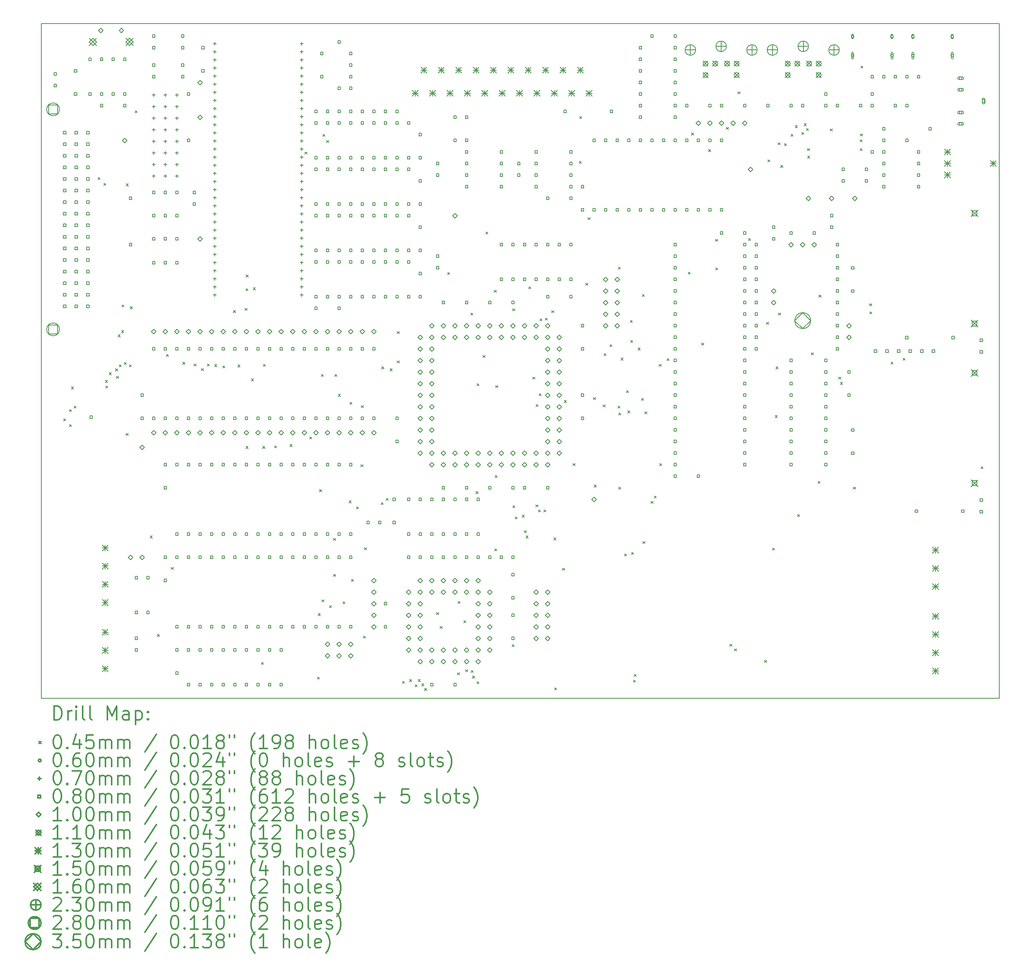
<source format=gbr>
%FSLAX45Y45*%
G04 Gerber Fmt 4.5, Leading zero omitted, Abs format (unit mm)*
G04 Created by KiCad (PCBNEW 5.1.9) date 2021-04-27 01:06:39*
%MOMM*%
%LPD*%
G01*
G04 APERTURE LIST*
%TA.AperFunction,Profile*%
%ADD10C,0.150000*%
%TD*%
%ADD11C,0.200000*%
%ADD12C,0.300000*%
G04 APERTURE END LIST*
D10*
X1600000Y-16300000D02*
X1600000Y-1500000D01*
X22600000Y-16300000D02*
X1600000Y-16300000D01*
X22600000Y-1500000D02*
X22600000Y-16300000D01*
X1600000Y-1500000D02*
X22600000Y-1500000D01*
D11*
X2090836Y-10171059D02*
X2135836Y-10216059D01*
X2135836Y-10171059D02*
X2090836Y-10216059D01*
X2213729Y-10293951D02*
X2258729Y-10338951D01*
X2258729Y-10293951D02*
X2213729Y-10338951D01*
X2215353Y-9967209D02*
X2260353Y-10012209D01*
X2260353Y-9967209D02*
X2215353Y-10012209D01*
X2255994Y-9469060D02*
X2300994Y-9514060D01*
X2300994Y-9469060D02*
X2255994Y-9514060D01*
X2317603Y-9886728D02*
X2362603Y-9931728D01*
X2362603Y-9886728D02*
X2317603Y-9931728D01*
X2842620Y-4879700D02*
X2887620Y-4924700D01*
X2887620Y-4879700D02*
X2842620Y-4924700D01*
X2969620Y-5006700D02*
X3014620Y-5051700D01*
X3014620Y-5006700D02*
X2969620Y-5051700D01*
X3004307Y-9327245D02*
X3049307Y-9372245D01*
X3049307Y-9327245D02*
X3004307Y-9372245D01*
X3010260Y-9447419D02*
X3055260Y-9492419D01*
X3055260Y-9447419D02*
X3010260Y-9492419D01*
X3089000Y-9157060D02*
X3134000Y-9202060D01*
X3134000Y-9157060D02*
X3089000Y-9202060D01*
X3228319Y-9073552D02*
X3273319Y-9118552D01*
X3273319Y-9073552D02*
X3228319Y-9118552D01*
X3243940Y-9234513D02*
X3288940Y-9279513D01*
X3288940Y-9234513D02*
X3243940Y-9279513D01*
X3283154Y-8326633D02*
X3328154Y-8371633D01*
X3328154Y-8326633D02*
X3283154Y-8371633D01*
X3305489Y-8981238D02*
X3350489Y-9026238D01*
X3350489Y-8981238D02*
X3305489Y-9026238D01*
X3361360Y-8235194D02*
X3406360Y-8280194D01*
X3406360Y-8235194D02*
X3361360Y-8280194D01*
X3364553Y-7672201D02*
X3409553Y-7717201D01*
X3409553Y-7672201D02*
X3364553Y-7717201D01*
X3416688Y-8935281D02*
X3461688Y-8980281D01*
X3461688Y-8935281D02*
X3416688Y-8980281D01*
X3457300Y-10493100D02*
X3502300Y-10538100D01*
X3502300Y-10493100D02*
X3457300Y-10538100D01*
X3458542Y-5016860D02*
X3503542Y-5061860D01*
X3503542Y-5016860D02*
X3458542Y-5061860D01*
X3526004Y-8985552D02*
X3571004Y-9030552D01*
X3571004Y-8985552D02*
X3526004Y-9030552D01*
X3548740Y-7708462D02*
X3593740Y-7753462D01*
X3593740Y-7708462D02*
X3548740Y-7753462D01*
X3655420Y-3411580D02*
X3700420Y-3456580D01*
X3700420Y-3411580D02*
X3655420Y-3456580D01*
X3986420Y-12738460D02*
X4031420Y-12783460D01*
X4031420Y-12738460D02*
X3986420Y-12783460D01*
X4143100Y-14897460D02*
X4188100Y-14942460D01*
X4188100Y-14897460D02*
X4143100Y-14942460D01*
X4342806Y-8756615D02*
X4387806Y-8801615D01*
X4387806Y-8756615D02*
X4342806Y-8801615D01*
X4447738Y-13431081D02*
X4492738Y-13476081D01*
X4492738Y-13431081D02*
X4447738Y-13476081D01*
X4700616Y-8927661D02*
X4745616Y-8972661D01*
X4745616Y-8927661D02*
X4700616Y-8972661D01*
X4946596Y-8968302D02*
X4991596Y-9013302D01*
X4991596Y-8968302D02*
X4946596Y-9013302D01*
X5107030Y-9070700D02*
X5152030Y-9115700D01*
X5152030Y-9070700D02*
X5107030Y-9115700D01*
X5239068Y-8963580D02*
X5284068Y-9008580D01*
X5284068Y-8963580D02*
X5239068Y-9008580D01*
X5400029Y-8979261D02*
X5445029Y-9024261D01*
X5445029Y-8979261D02*
X5400029Y-9024261D01*
X5575660Y-9009740D02*
X5620660Y-9054740D01*
X5620660Y-9009740D02*
X5575660Y-9054740D01*
X5810733Y-7792692D02*
X5855733Y-7837692D01*
X5855733Y-7792692D02*
X5810733Y-7837692D01*
X5906383Y-8988897D02*
X5951383Y-9033897D01*
X5951383Y-8988897D02*
X5906383Y-9033897D01*
X6063997Y-7749111D02*
X6108997Y-7794111D01*
X6108997Y-7749111D02*
X6063997Y-7794111D01*
X6083573Y-10773298D02*
X6128573Y-10818298D01*
X6128573Y-10773298D02*
X6083573Y-10818298D01*
X6084825Y-7317041D02*
X6129825Y-7362041D01*
X6129825Y-7317041D02*
X6084825Y-7362041D01*
X6089281Y-7015898D02*
X6134281Y-7060898D01*
X6134281Y-7015898D02*
X6089281Y-7060898D01*
X6205580Y-9292914D02*
X6250580Y-9337914D01*
X6250580Y-9292914D02*
X6205580Y-9337914D01*
X6245786Y-7294537D02*
X6290786Y-7339537D01*
X6290786Y-7294537D02*
X6245786Y-7339537D01*
X6421442Y-15509600D02*
X6466442Y-15554600D01*
X6466442Y-15509600D02*
X6421442Y-15554600D01*
X6451960Y-10773298D02*
X6496960Y-10818298D01*
X6496960Y-10773298D02*
X6451960Y-10818298D01*
X6464660Y-8974180D02*
X6509660Y-9019180D01*
X6509660Y-8974180D02*
X6464660Y-9019180D01*
X6711040Y-10762340D02*
X6756040Y-10807340D01*
X6756040Y-10762340D02*
X6711040Y-10807340D01*
X7051400Y-10731860D02*
X7096400Y-10776860D01*
X7096400Y-10731860D02*
X7051400Y-10776860D01*
X7375320Y-4320932D02*
X7420320Y-4365932D01*
X7420320Y-4320932D02*
X7375320Y-4365932D01*
X7483200Y-10569300D02*
X7528200Y-10614300D01*
X7528200Y-10569300D02*
X7483200Y-10614300D01*
X7651155Y-15833607D02*
X7696155Y-15878607D01*
X7696155Y-15833607D02*
X7651155Y-15878607D01*
X7668452Y-14441058D02*
X7713452Y-14486058D01*
X7713452Y-14441058D02*
X7668452Y-14486058D01*
X7699100Y-11722460D02*
X7744100Y-11767460D01*
X7744100Y-11722460D02*
X7699100Y-11767460D01*
X7733545Y-9193419D02*
X7778545Y-9238419D01*
X7778545Y-9193419D02*
X7733545Y-9238419D01*
X7749805Y-14140591D02*
X7794805Y-14185591D01*
X7794805Y-14140591D02*
X7749805Y-14185591D01*
X7770455Y-3928769D02*
X7815455Y-3973769D01*
X7815455Y-3928769D02*
X7770455Y-3973769D01*
X7851500Y-4061820D02*
X7896500Y-4106820D01*
X7896500Y-4061820D02*
X7851500Y-4106820D01*
X7912460Y-14268339D02*
X7957460Y-14313339D01*
X7957460Y-14268339D02*
X7912460Y-14313339D01*
X8001295Y-12791891D02*
X8046295Y-12836891D01*
X8046295Y-12791891D02*
X8001295Y-12836891D01*
X8003900Y-13581740D02*
X8048900Y-13626740D01*
X8048900Y-13581740D02*
X8003900Y-13626740D01*
X8032140Y-9193419D02*
X8077140Y-9238419D01*
X8077140Y-9193419D02*
X8032140Y-9238419D01*
X8108040Y-9632040D02*
X8153040Y-9677040D01*
X8153040Y-9632040D02*
X8108040Y-9677040D01*
X8212180Y-14181180D02*
X8257180Y-14226180D01*
X8257180Y-14181180D02*
X8212180Y-14226180D01*
X8343317Y-11967097D02*
X8388317Y-12012097D01*
X8388317Y-11967097D02*
X8343317Y-12012097D01*
X8362040Y-9804760D02*
X8407040Y-9849760D01*
X8407040Y-9804760D02*
X8362040Y-9849760D01*
X8395060Y-13693500D02*
X8440060Y-13738500D01*
X8440060Y-13693500D02*
X8395060Y-13738500D01*
X8506359Y-12099179D02*
X8551359Y-12144179D01*
X8551359Y-12099179D02*
X8506359Y-12144179D01*
X8603340Y-11178900D02*
X8648340Y-11223900D01*
X8648340Y-11178900D02*
X8603340Y-11223900D01*
X8613500Y-9878420D02*
X8658500Y-9923420D01*
X8658500Y-9878420D02*
X8613500Y-9923420D01*
X8659987Y-14932613D02*
X8704987Y-14977613D01*
X8704987Y-14932613D02*
X8659987Y-14977613D01*
X8679540Y-12997540D02*
X8724540Y-13042540D01*
X8724540Y-12997540D02*
X8679540Y-13042540D01*
X9050380Y-12006940D02*
X9095380Y-12051940D01*
X9095380Y-12006940D02*
X9050380Y-12051940D01*
X9059959Y-9030855D02*
X9104959Y-9075855D01*
X9104959Y-9030855D02*
X9059959Y-9075855D01*
X9157060Y-11910420D02*
X9202060Y-11955420D01*
X9202060Y-11910420D02*
X9157060Y-11955420D01*
X9243396Y-9071496D02*
X9288396Y-9116496D01*
X9288396Y-9071496D02*
X9243396Y-9116496D01*
X9400900Y-8257900D02*
X9445900Y-8302900D01*
X9445900Y-8257900D02*
X9400900Y-8302900D01*
X9400900Y-8897980D02*
X9445900Y-8942980D01*
X9445900Y-8897980D02*
X9400900Y-8942980D01*
X9513413Y-15927902D02*
X9558413Y-15972902D01*
X9558413Y-15927902D02*
X9513413Y-15972902D01*
X9669685Y-15887261D02*
X9714685Y-15932261D01*
X9714685Y-15887261D02*
X9669685Y-15932261D01*
X9794600Y-16004900D02*
X9839600Y-16049900D01*
X9839600Y-16004900D02*
X9794600Y-16049900D01*
X9861316Y-15887261D02*
X9906316Y-15932261D01*
X9906316Y-15887261D02*
X9861316Y-15932261D01*
X9935961Y-15981629D02*
X9980961Y-16026629D01*
X9980961Y-15981629D02*
X9935961Y-16026629D01*
X9999487Y-16083813D02*
X10044487Y-16128813D01*
X10044487Y-16083813D02*
X9999487Y-16128813D01*
X10264500Y-14417400D02*
X10309500Y-14462400D01*
X10309500Y-14417400D02*
X10264500Y-14462400D01*
X10340700Y-14722200D02*
X10385700Y-14767200D01*
X10385700Y-14722200D02*
X10340700Y-14767200D01*
X10505800Y-6962500D02*
X10550800Y-7007500D01*
X10550800Y-6962500D02*
X10505800Y-7007500D01*
X10719828Y-15742399D02*
X10764828Y-15787399D01*
X10764828Y-15742399D02*
X10719828Y-15787399D01*
X10734400Y-14176100D02*
X10779400Y-14221100D01*
X10779400Y-14176100D02*
X10734400Y-14221100D01*
X10861400Y-14595200D02*
X10906400Y-14640200D01*
X10906400Y-14595200D02*
X10861400Y-14640200D01*
X10899471Y-15671403D02*
X10944471Y-15716403D01*
X10944471Y-15671403D02*
X10899471Y-15716403D01*
X11011260Y-7851500D02*
X11056260Y-7896500D01*
X11056260Y-7851500D02*
X11011260Y-7896500D01*
X11018756Y-15687160D02*
X11063756Y-15732160D01*
X11063756Y-15687160D02*
X11018756Y-15732160D01*
X11051900Y-15811860D02*
X11096900Y-15856860D01*
X11096900Y-15811860D02*
X11051900Y-15856860D01*
X11125550Y-11765630D02*
X11170550Y-11810630D01*
X11170550Y-11765630D02*
X11125550Y-11810630D01*
X11147609Y-15937108D02*
X11192609Y-15982108D01*
X11192609Y-15937108D02*
X11147609Y-15982108D01*
X11148420Y-9400900D02*
X11193420Y-9445900D01*
X11193420Y-9400900D02*
X11148420Y-9445900D01*
X11278901Y-8777744D02*
X11323901Y-8822744D01*
X11323901Y-8777744D02*
X11278901Y-8822744D01*
X11344000Y-6073500D02*
X11389000Y-6118500D01*
X11389000Y-6073500D02*
X11344000Y-6118500D01*
X11523796Y-7351942D02*
X11568796Y-7396942D01*
X11568796Y-7351942D02*
X11523796Y-7396942D01*
X11539170Y-13020328D02*
X11584170Y-13065328D01*
X11584170Y-13020328D02*
X11539170Y-13065328D01*
X11544660Y-11412580D02*
X11589660Y-11457580D01*
X11589660Y-11412580D02*
X11544660Y-11457580D01*
X11559900Y-9441540D02*
X11604900Y-9486540D01*
X11604900Y-9441540D02*
X11559900Y-9486540D01*
X11920580Y-15120980D02*
X11965580Y-15165980D01*
X11965580Y-15120980D02*
X11920580Y-15165980D01*
X11930740Y-7754980D02*
X11975740Y-7799980D01*
X11975740Y-7754980D02*
X11930740Y-7799980D01*
X11932928Y-12075356D02*
X11977928Y-12120356D01*
X11977928Y-12075356D02*
X11932928Y-12120356D01*
X11984961Y-12317600D02*
X12029961Y-12362600D01*
X12029961Y-12317600D02*
X11984961Y-12362600D01*
X12137631Y-12282357D02*
X12182631Y-12327357D01*
X12182631Y-12282357D02*
X12137631Y-12327357D01*
X12185403Y-12625165D02*
X12230403Y-12670165D01*
X12230403Y-12625165D02*
X12185403Y-12670165D01*
X12223613Y-12739258D02*
X12268613Y-12784258D01*
X12268613Y-12739258D02*
X12223613Y-12784258D01*
X12281260Y-7272380D02*
X12326260Y-7317380D01*
X12326260Y-7272380D02*
X12281260Y-7317380D01*
X12371925Y-9255782D02*
X12416925Y-9300782D01*
X12416925Y-9255782D02*
X12371925Y-9300782D01*
X12438254Y-12059481D02*
X12483254Y-12104481D01*
X12483254Y-12059481D02*
X12438254Y-12104481D01*
X12443820Y-9858100D02*
X12488820Y-9903100D01*
X12488820Y-9858100D02*
X12443820Y-9903100D01*
X12494627Y-12165779D02*
X12539627Y-12210779D01*
X12539627Y-12165779D02*
X12494627Y-12210779D01*
X12509860Y-9619340D02*
X12554860Y-9664340D01*
X12554860Y-9619340D02*
X12509860Y-9664340D01*
X12526747Y-7978679D02*
X12571747Y-8023679D01*
X12571747Y-7978679D02*
X12526747Y-8023679D01*
X12614938Y-12164181D02*
X12659938Y-12209181D01*
X12659938Y-12164181D02*
X12614938Y-12209181D01*
X12645062Y-7956799D02*
X12690062Y-8001799D01*
X12690062Y-7956799D02*
X12645062Y-8001799D01*
X12787253Y-7799901D02*
X12832253Y-7844901D01*
X12832253Y-7799901D02*
X12787253Y-7844901D01*
X12832459Y-12779899D02*
X12877459Y-12824899D01*
X12877459Y-12779899D02*
X12832459Y-12824899D01*
X12847320Y-16069199D02*
X12892320Y-16114199D01*
X12892320Y-16069199D02*
X12847320Y-16114199D01*
X13022940Y-13444580D02*
X13067940Y-13489580D01*
X13067940Y-13444580D02*
X13022940Y-13489580D01*
X13061365Y-9765861D02*
X13106365Y-9810861D01*
X13106365Y-9765861D02*
X13061365Y-9810861D01*
X13251540Y-11148420D02*
X13296540Y-11193420D01*
X13296540Y-11148420D02*
X13251540Y-11193420D01*
X13393780Y-4524100D02*
X13438780Y-4569100D01*
X13438780Y-4524100D02*
X13393780Y-4569100D01*
X13398860Y-3538580D02*
X13443860Y-3583580D01*
X13443860Y-3538580D02*
X13398860Y-3583580D01*
X13530940Y-7196180D02*
X13575940Y-7241180D01*
X13575940Y-7196180D02*
X13530940Y-7241180D01*
X13581740Y-5758540D02*
X13626740Y-5803540D01*
X13626740Y-5758540D02*
X13581740Y-5803540D01*
X13700925Y-9701417D02*
X13745925Y-9746417D01*
X13745925Y-9701417D02*
X13700925Y-9746417D01*
X13718900Y-11620860D02*
X13763900Y-11665860D01*
X13763900Y-11620860D02*
X13718900Y-11665860D01*
X13911940Y-9863180D02*
X13956940Y-9908180D01*
X13956940Y-9863180D02*
X13911940Y-9908180D01*
X13932260Y-8740500D02*
X13977260Y-8785500D01*
X13977260Y-8740500D02*
X13932260Y-8785500D01*
X14061050Y-8542860D02*
X14106050Y-8587860D01*
X14106050Y-8542860D02*
X14061050Y-8587860D01*
X14237130Y-9887781D02*
X14282130Y-9932781D01*
X14282130Y-9887781D02*
X14237130Y-9932781D01*
X14248249Y-6839551D02*
X14293249Y-6884551D01*
X14293249Y-6839551D02*
X14248249Y-6884551D01*
X14257380Y-10040980D02*
X14302380Y-10085980D01*
X14302380Y-10040980D02*
X14257380Y-10085980D01*
X14257380Y-11666580D02*
X14302380Y-11711580D01*
X14302380Y-11666580D02*
X14257380Y-11711580D01*
X14303157Y-8836222D02*
X14348157Y-8881222D01*
X14348157Y-8836222D02*
X14303157Y-8881222D01*
X14384380Y-13134700D02*
X14429380Y-13179700D01*
X14429380Y-13134700D02*
X14384380Y-13179700D01*
X14422161Y-9549019D02*
X14467161Y-9594019D01*
X14467161Y-9549019D02*
X14422161Y-9594019D01*
X14453184Y-9994959D02*
X14498184Y-10039959D01*
X14498184Y-9994959D02*
X14453184Y-10039959D01*
X14507096Y-8009344D02*
X14552096Y-8054344D01*
X14552096Y-8009344D02*
X14507096Y-8054344D01*
X14517256Y-8449464D02*
X14562256Y-8494464D01*
X14562256Y-8449464D02*
X14517256Y-8494464D01*
X14533298Y-13099232D02*
X14578298Y-13144232D01*
X14578298Y-13099232D02*
X14533298Y-13144232D01*
X14579214Y-15898484D02*
X14624214Y-15943484D01*
X14624214Y-15898484D02*
X14579214Y-15943484D01*
X14592660Y-15771220D02*
X14637660Y-15816220D01*
X14637660Y-15771220D02*
X14592660Y-15816220D01*
X14681332Y-8614210D02*
X14726332Y-8659210D01*
X14726332Y-8614210D02*
X14681332Y-8659210D01*
X14757239Y-9717879D02*
X14802239Y-9762879D01*
X14802239Y-9717879D02*
X14757239Y-9762879D01*
X14770460Y-7445100D02*
X14815460Y-7490100D01*
X14815460Y-7445100D02*
X14770460Y-7490100D01*
X14785700Y-12860380D02*
X14830700Y-12905380D01*
X14830700Y-12860380D02*
X14785700Y-12905380D01*
X14826027Y-10013982D02*
X14871027Y-10058982D01*
X14871027Y-10013982D02*
X14826027Y-10058982D01*
X14962798Y-11980053D02*
X15007798Y-12025053D01*
X15007798Y-11980053D02*
X14962798Y-12025053D01*
X15034620Y-11859620D02*
X15079620Y-11904620D01*
X15079620Y-11859620D02*
X15034620Y-11904620D01*
X15140508Y-8976430D02*
X15185508Y-9021430D01*
X15185508Y-8976430D02*
X15140508Y-9021430D01*
X15154000Y-11153500D02*
X15199000Y-11198500D01*
X15199000Y-11153500D02*
X15154000Y-11198500D01*
X15310893Y-8849133D02*
X15355893Y-8894133D01*
X15355893Y-8849133D02*
X15310893Y-8894133D01*
X15781380Y-6952340D02*
X15826380Y-6997340D01*
X15826380Y-6952340D02*
X15781380Y-6997340D01*
X15852068Y-3898461D02*
X15897068Y-3943461D01*
X15897068Y-3898461D02*
X15852068Y-3943461D01*
X16070940Y-8511900D02*
X16115940Y-8556900D01*
X16115940Y-8511900D02*
X16070940Y-8556900D01*
X16223340Y-4264222D02*
X16268340Y-4309222D01*
X16268340Y-4264222D02*
X16223340Y-4309222D01*
X16375740Y-6230980D02*
X16420740Y-6275980D01*
X16420740Y-6230980D02*
X16375740Y-6275980D01*
X16380820Y-6860900D02*
X16425820Y-6905900D01*
X16425820Y-6860900D02*
X16380820Y-6905900D01*
X16614500Y-3777340D02*
X16659500Y-3822340D01*
X16659500Y-3777340D02*
X16614500Y-3822340D01*
X16690700Y-15115900D02*
X16735700Y-15160900D01*
X16735700Y-15115900D02*
X16690700Y-15160900D01*
X16792300Y-15212420D02*
X16837300Y-15257420D01*
X16837300Y-15212420D02*
X16792300Y-15257420D01*
X16868500Y-3000100D02*
X16913500Y-3045100D01*
X16913500Y-3000100D02*
X16868500Y-3045100D01*
X17102180Y-6215740D02*
X17147180Y-6260740D01*
X17147180Y-6215740D02*
X17102180Y-6260740D01*
X17452700Y-15466420D02*
X17497700Y-15511420D01*
X17497700Y-15466420D02*
X17452700Y-15511420D01*
X17493340Y-8049620D02*
X17538340Y-8094620D01*
X17538340Y-8049620D02*
X17493340Y-8094620D01*
X17525564Y-4487223D02*
X17570564Y-4532223D01*
X17570564Y-4487223D02*
X17525564Y-4532223D01*
X17625420Y-13002620D02*
X17670420Y-13047620D01*
X17670420Y-13002620D02*
X17625420Y-13047620D01*
X17686380Y-10096860D02*
X17731380Y-10141860D01*
X17731380Y-10096860D02*
X17686380Y-10141860D01*
X17701620Y-9030060D02*
X17746620Y-9075060D01*
X17746620Y-9030060D02*
X17701620Y-9075060D01*
X17747424Y-4117784D02*
X17792424Y-4162784D01*
X17792424Y-4117784D02*
X17747424Y-4162784D01*
X17757500Y-7851500D02*
X17802500Y-7896500D01*
X17802500Y-7851500D02*
X17757500Y-7896500D01*
X17808300Y-4610460D02*
X17853300Y-4655460D01*
X17853300Y-4610460D02*
X17808300Y-4655460D01*
X17889580Y-4132940D02*
X17934580Y-4177940D01*
X17934580Y-4132940D02*
X17889580Y-4177940D01*
X18033659Y-3927098D02*
X18078659Y-3972098D01*
X18078659Y-3927098D02*
X18033659Y-3972098D01*
X18127051Y-3738156D02*
X18172051Y-3783156D01*
X18172051Y-3738156D02*
X18127051Y-3783156D01*
X18174060Y-12271100D02*
X18219060Y-12316100D01*
X18219060Y-12271100D02*
X18174060Y-12316100D01*
X18270686Y-3884925D02*
X18315686Y-3929925D01*
X18315686Y-3884925D02*
X18270686Y-3929925D01*
X18316456Y-3696263D02*
X18361456Y-3741263D01*
X18361456Y-3696263D02*
X18316456Y-3741263D01*
X18369344Y-3804338D02*
X18414344Y-3849338D01*
X18414344Y-3804338D02*
X18369344Y-3849338D01*
X18392500Y-4239620D02*
X18437500Y-4284620D01*
X18437500Y-4239620D02*
X18392500Y-4284620D01*
X18397580Y-4407260D02*
X18442580Y-4452260D01*
X18442580Y-4407260D02*
X18397580Y-4452260D01*
X18475291Y-8718669D02*
X18520291Y-8763669D01*
X18520291Y-8718669D02*
X18475291Y-8763669D01*
X18626180Y-11539580D02*
X18671180Y-11584580D01*
X18671180Y-11539580D02*
X18626180Y-11584580D01*
X18646500Y-7455260D02*
X18691500Y-7500260D01*
X18691500Y-7455260D02*
X18646500Y-7500260D01*
X18890340Y-3812900D02*
X18935340Y-3857900D01*
X18935340Y-3812900D02*
X18890340Y-3857900D01*
X19078300Y-9253580D02*
X19123300Y-9298580D01*
X19123300Y-9253580D02*
X19078300Y-9298580D01*
X19113208Y-9368726D02*
X19158208Y-9413726D01*
X19158208Y-9368726D02*
X19113208Y-9413726D01*
X19398340Y-11666580D02*
X19443340Y-11711580D01*
X19443340Y-11666580D02*
X19398340Y-11711580D01*
X19545277Y-4244535D02*
X19590277Y-4289535D01*
X19590277Y-4244535D02*
X19545277Y-4289535D01*
X19545292Y-4049974D02*
X19590292Y-4094974D01*
X19590292Y-4049974D02*
X19545292Y-4094974D01*
X19550740Y-3919580D02*
X19595740Y-3964580D01*
X19595740Y-3919580D02*
X19550740Y-3964580D01*
X19565980Y-2431140D02*
X19610980Y-2476140D01*
X19610980Y-2431140D02*
X19565980Y-2476140D01*
X19753940Y-7648300D02*
X19798940Y-7693300D01*
X19798940Y-7648300D02*
X19753940Y-7693300D01*
X19759020Y-7826100D02*
X19804020Y-7871100D01*
X19804020Y-7826100D02*
X19759020Y-7871100D01*
X20224360Y-8926440D02*
X20269360Y-8971440D01*
X20269360Y-8926440D02*
X20224360Y-8971440D01*
X20485460Y-8837020D02*
X20530460Y-8882020D01*
X20530460Y-8837020D02*
X20485460Y-8882020D01*
X22197420Y-11219540D02*
X22242420Y-11264540D01*
X22242420Y-11219540D02*
X22197420Y-11264540D01*
X19410000Y-1784000D02*
G75*
G03*
X19410000Y-1784000I-30000J0D01*
G01*
X19400000Y-1814000D02*
X19400000Y-1754000D01*
X19360000Y-1814000D02*
X19360000Y-1754000D01*
X19400000Y-1754000D02*
G75*
G03*
X19360000Y-1754000I-20000J0D01*
G01*
X19360000Y-1814000D02*
G75*
G03*
X19400000Y-1814000I20000J0D01*
G01*
X19410000Y-2202000D02*
G75*
G03*
X19410000Y-2202000I-30000J0D01*
G01*
X19400000Y-2257000D02*
X19400000Y-2147000D01*
X19360000Y-2257000D02*
X19360000Y-2147000D01*
X19400000Y-2147000D02*
G75*
G03*
X19360000Y-2147000I-20000J0D01*
G01*
X19360000Y-2257000D02*
G75*
G03*
X19400000Y-2257000I20000J0D01*
G01*
X20274000Y-1784000D02*
G75*
G03*
X20274000Y-1784000I-30000J0D01*
G01*
X20264000Y-1814000D02*
X20264000Y-1754000D01*
X20224000Y-1814000D02*
X20224000Y-1754000D01*
X20264000Y-1754000D02*
G75*
G03*
X20224000Y-1754000I-20000J0D01*
G01*
X20224000Y-1814000D02*
G75*
G03*
X20264000Y-1814000I20000J0D01*
G01*
X20274000Y-2202000D02*
G75*
G03*
X20274000Y-2202000I-30000J0D01*
G01*
X20264000Y-2257000D02*
X20264000Y-2147000D01*
X20224000Y-2257000D02*
X20224000Y-2147000D01*
X20264000Y-2147000D02*
G75*
G03*
X20224000Y-2147000I-20000J0D01*
G01*
X20224000Y-2257000D02*
G75*
G03*
X20264000Y-2257000I20000J0D01*
G01*
X20731000Y-1784000D02*
G75*
G03*
X20731000Y-1784000I-30000J0D01*
G01*
X20721000Y-1814000D02*
X20721000Y-1754000D01*
X20681000Y-1814000D02*
X20681000Y-1754000D01*
X20721000Y-1754000D02*
G75*
G03*
X20681000Y-1754000I-20000J0D01*
G01*
X20681000Y-1814000D02*
G75*
G03*
X20721000Y-1814000I20000J0D01*
G01*
X20731000Y-2202000D02*
G75*
G03*
X20731000Y-2202000I-30000J0D01*
G01*
X20721000Y-2257000D02*
X20721000Y-2147000D01*
X20681000Y-2257000D02*
X20681000Y-2147000D01*
X20721000Y-2147000D02*
G75*
G03*
X20681000Y-2147000I-20000J0D01*
G01*
X20681000Y-2257000D02*
G75*
G03*
X20721000Y-2257000I20000J0D01*
G01*
X21595000Y-1784000D02*
G75*
G03*
X21595000Y-1784000I-30000J0D01*
G01*
X21585000Y-1814000D02*
X21585000Y-1754000D01*
X21545000Y-1814000D02*
X21545000Y-1754000D01*
X21585000Y-1754000D02*
G75*
G03*
X21545000Y-1754000I-20000J0D01*
G01*
X21545000Y-1814000D02*
G75*
G03*
X21585000Y-1814000I20000J0D01*
G01*
X21595000Y-2202000D02*
G75*
G03*
X21595000Y-2202000I-30000J0D01*
G01*
X21585000Y-2257000D02*
X21585000Y-2147000D01*
X21545000Y-2257000D02*
X21545000Y-2147000D01*
X21585000Y-2147000D02*
G75*
G03*
X21545000Y-2147000I-20000J0D01*
G01*
X21545000Y-2257000D02*
G75*
G03*
X21585000Y-2257000I20000J0D01*
G01*
X4064000Y-3029000D02*
X4064000Y-3099000D01*
X4029000Y-3064000D02*
X4099000Y-3064000D01*
X4064000Y-3283000D02*
X4064000Y-3353000D01*
X4029000Y-3318000D02*
X4099000Y-3318000D01*
X4064000Y-3537000D02*
X4064000Y-3607000D01*
X4029000Y-3572000D02*
X4099000Y-3572000D01*
X4064000Y-3791000D02*
X4064000Y-3861000D01*
X4029000Y-3826000D02*
X4099000Y-3826000D01*
X4064000Y-4045000D02*
X4064000Y-4115000D01*
X4029000Y-4080000D02*
X4099000Y-4080000D01*
X4064000Y-4299000D02*
X4064000Y-4369000D01*
X4029000Y-4334000D02*
X4099000Y-4334000D01*
X4064000Y-4553000D02*
X4064000Y-4623000D01*
X4029000Y-4588000D02*
X4099000Y-4588000D01*
X4064000Y-4807000D02*
X4064000Y-4877000D01*
X4029000Y-4842000D02*
X4099000Y-4842000D01*
X4318000Y-3029000D02*
X4318000Y-3099000D01*
X4283000Y-3064000D02*
X4353000Y-3064000D01*
X4318000Y-3283000D02*
X4318000Y-3353000D01*
X4283000Y-3318000D02*
X4353000Y-3318000D01*
X4318000Y-3537000D02*
X4318000Y-3607000D01*
X4283000Y-3572000D02*
X4353000Y-3572000D01*
X4318000Y-3791000D02*
X4318000Y-3861000D01*
X4283000Y-3826000D02*
X4353000Y-3826000D01*
X4318000Y-4045000D02*
X4318000Y-4115000D01*
X4283000Y-4080000D02*
X4353000Y-4080000D01*
X4318000Y-4299000D02*
X4318000Y-4369000D01*
X4283000Y-4334000D02*
X4353000Y-4334000D01*
X4318000Y-4553000D02*
X4318000Y-4623000D01*
X4283000Y-4588000D02*
X4353000Y-4588000D01*
X4318000Y-4807000D02*
X4318000Y-4877000D01*
X4283000Y-4842000D02*
X4353000Y-4842000D01*
X4572000Y-3029000D02*
X4572000Y-3099000D01*
X4537000Y-3064000D02*
X4607000Y-3064000D01*
X4572000Y-3283000D02*
X4572000Y-3353000D01*
X4537000Y-3318000D02*
X4607000Y-3318000D01*
X4572000Y-3537000D02*
X4572000Y-3607000D01*
X4537000Y-3572000D02*
X4607000Y-3572000D01*
X4572000Y-3791000D02*
X4572000Y-3861000D01*
X4537000Y-3826000D02*
X4607000Y-3826000D01*
X4572000Y-4045000D02*
X4572000Y-4115000D01*
X4537000Y-4080000D02*
X4607000Y-4080000D01*
X4572000Y-4299000D02*
X4572000Y-4369000D01*
X4537000Y-4334000D02*
X4607000Y-4334000D01*
X4572000Y-4553000D02*
X4572000Y-4623000D01*
X4537000Y-4588000D02*
X4607000Y-4588000D01*
X4572000Y-4807000D02*
X4572000Y-4877000D01*
X4537000Y-4842000D02*
X4607000Y-4842000D01*
X5397500Y-1908100D02*
X5397500Y-1978100D01*
X5362500Y-1943100D02*
X5432500Y-1943100D01*
X5397500Y-2085900D02*
X5397500Y-2155900D01*
X5362500Y-2120900D02*
X5432500Y-2120900D01*
X5397500Y-2263700D02*
X5397500Y-2333700D01*
X5362500Y-2298700D02*
X5432500Y-2298700D01*
X5397500Y-2441500D02*
X5397500Y-2511500D01*
X5362500Y-2476500D02*
X5432500Y-2476500D01*
X5397500Y-2619300D02*
X5397500Y-2689300D01*
X5362500Y-2654300D02*
X5432500Y-2654300D01*
X5397500Y-2797100D02*
X5397500Y-2867100D01*
X5362500Y-2832100D02*
X5432500Y-2832100D01*
X5397500Y-2974900D02*
X5397500Y-3044900D01*
X5362500Y-3009900D02*
X5432500Y-3009900D01*
X5397500Y-3152700D02*
X5397500Y-3222700D01*
X5362500Y-3187700D02*
X5432500Y-3187700D01*
X5397500Y-3330500D02*
X5397500Y-3400500D01*
X5362500Y-3365500D02*
X5432500Y-3365500D01*
X5397500Y-3508300D02*
X5397500Y-3578300D01*
X5362500Y-3543300D02*
X5432500Y-3543300D01*
X5397500Y-3686100D02*
X5397500Y-3756100D01*
X5362500Y-3721100D02*
X5432500Y-3721100D01*
X5397500Y-3863900D02*
X5397500Y-3933900D01*
X5362500Y-3898900D02*
X5432500Y-3898900D01*
X5397500Y-4041700D02*
X5397500Y-4111700D01*
X5362500Y-4076700D02*
X5432500Y-4076700D01*
X5397500Y-4219500D02*
X5397500Y-4289500D01*
X5362500Y-4254500D02*
X5432500Y-4254500D01*
X5397500Y-4397300D02*
X5397500Y-4467300D01*
X5362500Y-4432300D02*
X5432500Y-4432300D01*
X5397500Y-4575100D02*
X5397500Y-4645100D01*
X5362500Y-4610100D02*
X5432500Y-4610100D01*
X5397500Y-4752900D02*
X5397500Y-4822900D01*
X5362500Y-4787900D02*
X5432500Y-4787900D01*
X5397500Y-4930700D02*
X5397500Y-5000700D01*
X5362500Y-4965700D02*
X5432500Y-4965700D01*
X5397500Y-5108500D02*
X5397500Y-5178500D01*
X5362500Y-5143500D02*
X5432500Y-5143500D01*
X5397500Y-5286300D02*
X5397500Y-5356300D01*
X5362500Y-5321300D02*
X5432500Y-5321300D01*
X5397500Y-5464100D02*
X5397500Y-5534100D01*
X5362500Y-5499100D02*
X5432500Y-5499100D01*
X5397500Y-5641900D02*
X5397500Y-5711900D01*
X5362500Y-5676900D02*
X5432500Y-5676900D01*
X5397500Y-5819700D02*
X5397500Y-5889700D01*
X5362500Y-5854700D02*
X5432500Y-5854700D01*
X5397500Y-5997500D02*
X5397500Y-6067500D01*
X5362500Y-6032500D02*
X5432500Y-6032500D01*
X5397500Y-6175300D02*
X5397500Y-6245300D01*
X5362500Y-6210300D02*
X5432500Y-6210300D01*
X5397500Y-6353100D02*
X5397500Y-6423100D01*
X5362500Y-6388100D02*
X5432500Y-6388100D01*
X5397500Y-6530900D02*
X5397500Y-6600900D01*
X5362500Y-6565900D02*
X5432500Y-6565900D01*
X5397500Y-6708700D02*
X5397500Y-6778700D01*
X5362500Y-6743700D02*
X5432500Y-6743700D01*
X5397500Y-6886500D02*
X5397500Y-6956500D01*
X5362500Y-6921500D02*
X5432500Y-6921500D01*
X5397500Y-7064300D02*
X5397500Y-7134300D01*
X5362500Y-7099300D02*
X5432500Y-7099300D01*
X5397500Y-7242100D02*
X5397500Y-7312100D01*
X5362500Y-7277100D02*
X5432500Y-7277100D01*
X5397500Y-7419900D02*
X5397500Y-7489900D01*
X5362500Y-7454900D02*
X5432500Y-7454900D01*
X7302500Y-1908100D02*
X7302500Y-1978100D01*
X7267500Y-1943100D02*
X7337500Y-1943100D01*
X7302500Y-2085900D02*
X7302500Y-2155900D01*
X7267500Y-2120900D02*
X7337500Y-2120900D01*
X7302500Y-2263700D02*
X7302500Y-2333700D01*
X7267500Y-2298700D02*
X7337500Y-2298700D01*
X7302500Y-2441500D02*
X7302500Y-2511500D01*
X7267500Y-2476500D02*
X7337500Y-2476500D01*
X7302500Y-2619300D02*
X7302500Y-2689300D01*
X7267500Y-2654300D02*
X7337500Y-2654300D01*
X7302500Y-2797100D02*
X7302500Y-2867100D01*
X7267500Y-2832100D02*
X7337500Y-2832100D01*
X7302500Y-2974900D02*
X7302500Y-3044900D01*
X7267500Y-3009900D02*
X7337500Y-3009900D01*
X7302500Y-3152700D02*
X7302500Y-3222700D01*
X7267500Y-3187700D02*
X7337500Y-3187700D01*
X7302500Y-3330500D02*
X7302500Y-3400500D01*
X7267500Y-3365500D02*
X7337500Y-3365500D01*
X7302500Y-3508300D02*
X7302500Y-3578300D01*
X7267500Y-3543300D02*
X7337500Y-3543300D01*
X7302500Y-3686100D02*
X7302500Y-3756100D01*
X7267500Y-3721100D02*
X7337500Y-3721100D01*
X7302500Y-3863900D02*
X7302500Y-3933900D01*
X7267500Y-3898900D02*
X7337500Y-3898900D01*
X7302500Y-4041700D02*
X7302500Y-4111700D01*
X7267500Y-4076700D02*
X7337500Y-4076700D01*
X7302500Y-4219500D02*
X7302500Y-4289500D01*
X7267500Y-4254500D02*
X7337500Y-4254500D01*
X7302500Y-4397300D02*
X7302500Y-4467300D01*
X7267500Y-4432300D02*
X7337500Y-4432300D01*
X7302500Y-4575100D02*
X7302500Y-4645100D01*
X7267500Y-4610100D02*
X7337500Y-4610100D01*
X7302500Y-4752900D02*
X7302500Y-4822900D01*
X7267500Y-4787900D02*
X7337500Y-4787900D01*
X7302500Y-4930700D02*
X7302500Y-5000700D01*
X7267500Y-4965700D02*
X7337500Y-4965700D01*
X7302500Y-5108500D02*
X7302500Y-5178500D01*
X7267500Y-5143500D02*
X7337500Y-5143500D01*
X7302500Y-5286300D02*
X7302500Y-5356300D01*
X7267500Y-5321300D02*
X7337500Y-5321300D01*
X7302500Y-5464100D02*
X7302500Y-5534100D01*
X7267500Y-5499100D02*
X7337500Y-5499100D01*
X7302500Y-5641900D02*
X7302500Y-5711900D01*
X7267500Y-5676900D02*
X7337500Y-5676900D01*
X7302500Y-5819700D02*
X7302500Y-5889700D01*
X7267500Y-5854700D02*
X7337500Y-5854700D01*
X7302500Y-5997500D02*
X7302500Y-6067500D01*
X7267500Y-6032500D02*
X7337500Y-6032500D01*
X7302500Y-6175300D02*
X7302500Y-6245300D01*
X7267500Y-6210300D02*
X7337500Y-6210300D01*
X7302500Y-6353100D02*
X7302500Y-6423100D01*
X7267500Y-6388100D02*
X7337500Y-6388100D01*
X7302500Y-6530900D02*
X7302500Y-6600900D01*
X7267500Y-6565900D02*
X7337500Y-6565900D01*
X7302500Y-6708700D02*
X7302500Y-6778700D01*
X7267500Y-6743700D02*
X7337500Y-6743700D01*
X7302500Y-6886500D02*
X7302500Y-6956500D01*
X7267500Y-6921500D02*
X7337500Y-6921500D01*
X7302500Y-7064300D02*
X7302500Y-7134300D01*
X7267500Y-7099300D02*
X7337500Y-7099300D01*
X7302500Y-7242100D02*
X7302500Y-7312100D01*
X7267500Y-7277100D02*
X7337500Y-7277100D01*
X7302500Y-7419900D02*
X7302500Y-7489900D01*
X7267500Y-7454900D02*
X7337500Y-7454900D01*
X1933284Y-2631785D02*
X1933284Y-2575216D01*
X1876715Y-2575216D01*
X1876715Y-2631785D01*
X1933284Y-2631785D01*
X1933284Y-2885784D02*
X1933284Y-2829215D01*
X1876715Y-2829215D01*
X1876715Y-2885784D01*
X1933284Y-2885784D01*
X2138285Y-3918284D02*
X2138285Y-3861715D01*
X2081715Y-3861715D01*
X2081715Y-3918284D01*
X2138285Y-3918284D01*
X2138285Y-4172284D02*
X2138285Y-4115715D01*
X2081715Y-4115715D01*
X2081715Y-4172284D01*
X2138285Y-4172284D01*
X2138285Y-4426285D02*
X2138285Y-4369716D01*
X2081715Y-4369716D01*
X2081715Y-4426285D01*
X2138285Y-4426285D01*
X2138285Y-4680285D02*
X2138285Y-4623716D01*
X2081715Y-4623716D01*
X2081715Y-4680285D01*
X2138285Y-4680285D01*
X2138285Y-4934285D02*
X2138285Y-4877716D01*
X2081715Y-4877716D01*
X2081715Y-4934285D01*
X2138285Y-4934285D01*
X2138285Y-5188285D02*
X2138285Y-5131716D01*
X2081715Y-5131716D01*
X2081715Y-5188285D01*
X2138285Y-5188285D01*
X2138285Y-5442285D02*
X2138285Y-5385716D01*
X2081715Y-5385716D01*
X2081715Y-5442285D01*
X2138285Y-5442285D01*
X2138285Y-5696284D02*
X2138285Y-5639715D01*
X2081715Y-5639715D01*
X2081715Y-5696284D01*
X2138285Y-5696284D01*
X2138285Y-5950284D02*
X2138285Y-5893715D01*
X2081715Y-5893715D01*
X2081715Y-5950284D01*
X2138285Y-5950284D01*
X2138285Y-6204284D02*
X2138285Y-6147715D01*
X2081715Y-6147715D01*
X2081715Y-6204284D01*
X2138285Y-6204284D01*
X2138285Y-6458284D02*
X2138285Y-6401715D01*
X2081715Y-6401715D01*
X2081715Y-6458284D01*
X2138285Y-6458284D01*
X2138285Y-6712284D02*
X2138285Y-6655715D01*
X2081715Y-6655715D01*
X2081715Y-6712284D01*
X2138285Y-6712284D01*
X2138285Y-6966284D02*
X2138285Y-6909715D01*
X2081715Y-6909715D01*
X2081715Y-6966284D01*
X2138285Y-6966284D01*
X2138285Y-7220284D02*
X2138285Y-7163715D01*
X2081715Y-7163715D01*
X2081715Y-7220284D01*
X2138285Y-7220284D01*
X2138285Y-7474284D02*
X2138285Y-7417715D01*
X2081715Y-7417715D01*
X2081715Y-7474284D01*
X2138285Y-7474284D01*
X2138285Y-7728284D02*
X2138285Y-7671715D01*
X2081715Y-7671715D01*
X2081715Y-7728284D01*
X2138285Y-7728284D01*
X2377785Y-2568285D02*
X2377785Y-2511716D01*
X2321216Y-2511716D01*
X2321216Y-2568285D01*
X2377785Y-2568285D01*
X2377785Y-3076284D02*
X2377785Y-3019715D01*
X2321216Y-3019715D01*
X2321216Y-3076284D01*
X2377785Y-3076284D01*
X2392285Y-3918284D02*
X2392285Y-3861715D01*
X2335716Y-3861715D01*
X2335716Y-3918284D01*
X2392285Y-3918284D01*
X2392285Y-4172284D02*
X2392285Y-4115715D01*
X2335716Y-4115715D01*
X2335716Y-4172284D01*
X2392285Y-4172284D01*
X2392285Y-4426285D02*
X2392285Y-4369716D01*
X2335716Y-4369716D01*
X2335716Y-4426285D01*
X2392285Y-4426285D01*
X2392285Y-4680285D02*
X2392285Y-4623716D01*
X2335716Y-4623716D01*
X2335716Y-4680285D01*
X2392285Y-4680285D01*
X2392285Y-4934285D02*
X2392285Y-4877716D01*
X2335716Y-4877716D01*
X2335716Y-4934285D01*
X2392285Y-4934285D01*
X2392285Y-5188285D02*
X2392285Y-5131716D01*
X2335716Y-5131716D01*
X2335716Y-5188285D01*
X2392285Y-5188285D01*
X2392285Y-5442285D02*
X2392285Y-5385716D01*
X2335716Y-5385716D01*
X2335716Y-5442285D01*
X2392285Y-5442285D01*
X2392285Y-5696284D02*
X2392285Y-5639715D01*
X2335716Y-5639715D01*
X2335716Y-5696284D01*
X2392285Y-5696284D01*
X2392285Y-5950284D02*
X2392285Y-5893715D01*
X2335716Y-5893715D01*
X2335716Y-5950284D01*
X2392285Y-5950284D01*
X2392285Y-6204284D02*
X2392285Y-6147715D01*
X2335716Y-6147715D01*
X2335716Y-6204284D01*
X2392285Y-6204284D01*
X2392285Y-6458284D02*
X2392285Y-6401715D01*
X2335716Y-6401715D01*
X2335716Y-6458284D01*
X2392285Y-6458284D01*
X2392285Y-6712284D02*
X2392285Y-6655715D01*
X2335716Y-6655715D01*
X2335716Y-6712284D01*
X2392285Y-6712284D01*
X2392285Y-6966284D02*
X2392285Y-6909715D01*
X2335716Y-6909715D01*
X2335716Y-6966284D01*
X2392285Y-6966284D01*
X2392285Y-7220284D02*
X2392285Y-7163715D01*
X2335716Y-7163715D01*
X2335716Y-7220284D01*
X2392285Y-7220284D01*
X2392285Y-7474284D02*
X2392285Y-7417715D01*
X2335716Y-7417715D01*
X2335716Y-7474284D01*
X2392285Y-7474284D01*
X2392285Y-7728284D02*
X2392285Y-7671715D01*
X2335716Y-7671715D01*
X2335716Y-7728284D01*
X2392285Y-7728284D01*
X2646285Y-3918284D02*
X2646285Y-3861715D01*
X2589716Y-3861715D01*
X2589716Y-3918284D01*
X2646285Y-3918284D01*
X2646285Y-4172284D02*
X2646285Y-4115715D01*
X2589716Y-4115715D01*
X2589716Y-4172284D01*
X2646285Y-4172284D01*
X2646285Y-4426285D02*
X2646285Y-4369716D01*
X2589716Y-4369716D01*
X2589716Y-4426285D01*
X2646285Y-4426285D01*
X2646285Y-4680285D02*
X2646285Y-4623716D01*
X2589716Y-4623716D01*
X2589716Y-4680285D01*
X2646285Y-4680285D01*
X2646285Y-4934285D02*
X2646285Y-4877716D01*
X2589716Y-4877716D01*
X2589716Y-4934285D01*
X2646285Y-4934285D01*
X2646285Y-5188285D02*
X2646285Y-5131716D01*
X2589716Y-5131716D01*
X2589716Y-5188285D01*
X2646285Y-5188285D01*
X2646285Y-5442285D02*
X2646285Y-5385716D01*
X2589716Y-5385716D01*
X2589716Y-5442285D01*
X2646285Y-5442285D01*
X2646285Y-5696284D02*
X2646285Y-5639715D01*
X2589716Y-5639715D01*
X2589716Y-5696284D01*
X2646285Y-5696284D01*
X2646285Y-5950284D02*
X2646285Y-5893715D01*
X2589716Y-5893715D01*
X2589716Y-5950284D01*
X2646285Y-5950284D01*
X2646285Y-6204284D02*
X2646285Y-6147715D01*
X2589716Y-6147715D01*
X2589716Y-6204284D01*
X2646285Y-6204284D01*
X2646285Y-6458284D02*
X2646285Y-6401715D01*
X2589716Y-6401715D01*
X2589716Y-6458284D01*
X2646285Y-6458284D01*
X2646285Y-6712284D02*
X2646285Y-6655715D01*
X2589716Y-6655715D01*
X2589716Y-6712284D01*
X2646285Y-6712284D01*
X2646285Y-6966284D02*
X2646285Y-6909715D01*
X2589716Y-6909715D01*
X2589716Y-6966284D01*
X2646285Y-6966284D01*
X2646285Y-7220284D02*
X2646285Y-7163715D01*
X2589716Y-7163715D01*
X2589716Y-7220284D01*
X2646285Y-7220284D01*
X2646285Y-7474284D02*
X2646285Y-7417715D01*
X2589716Y-7417715D01*
X2589716Y-7474284D01*
X2646285Y-7474284D01*
X2646285Y-7728284D02*
X2646285Y-7671715D01*
X2589716Y-7671715D01*
X2589716Y-7728284D01*
X2646285Y-7728284D01*
X2695285Y-2314285D02*
X2695285Y-2257716D01*
X2638716Y-2257716D01*
X2638716Y-2314285D01*
X2695285Y-2314285D01*
X2695285Y-3076284D02*
X2695285Y-3019715D01*
X2638716Y-3019715D01*
X2638716Y-3076284D01*
X2695285Y-3076284D01*
X2719885Y-10160554D02*
X2719885Y-10103985D01*
X2663316Y-10103985D01*
X2663316Y-10160554D01*
X2719885Y-10160554D01*
X2949284Y-2314285D02*
X2949284Y-2257716D01*
X2892715Y-2257716D01*
X2892715Y-2314285D01*
X2949284Y-2314285D01*
X2949284Y-3076284D02*
X2949284Y-3019715D01*
X2892715Y-3019715D01*
X2892715Y-3076284D01*
X2949284Y-3076284D01*
X2949284Y-3330284D02*
X2949284Y-3273715D01*
X2892715Y-3273715D01*
X2892715Y-3330284D01*
X2949284Y-3330284D01*
X3203284Y-2314285D02*
X3203284Y-2257716D01*
X3146715Y-2257716D01*
X3146715Y-2314285D01*
X3203284Y-2314285D01*
X3203284Y-3076284D02*
X3203284Y-3019715D01*
X3146715Y-3019715D01*
X3146715Y-3076284D01*
X3203284Y-3076284D01*
X3457284Y-2314285D02*
X3457284Y-2257716D01*
X3400715Y-2257716D01*
X3400715Y-2314285D01*
X3457284Y-2314285D01*
X3457284Y-3076284D02*
X3457284Y-3019715D01*
X3400715Y-3019715D01*
X3400715Y-3076284D01*
X3457284Y-3076284D01*
X3457284Y-3330284D02*
X3457284Y-3273715D01*
X3400715Y-3273715D01*
X3400715Y-3330284D01*
X3457284Y-3330284D01*
X3584284Y-5362285D02*
X3584284Y-5305716D01*
X3527715Y-5305716D01*
X3527715Y-5362285D01*
X3584284Y-5362285D01*
X3584284Y-6378284D02*
X3584284Y-6321715D01*
X3527715Y-6321715D01*
X3527715Y-6378284D01*
X3584284Y-6378284D01*
X3711284Y-13680784D02*
X3711284Y-13624215D01*
X3654715Y-13624215D01*
X3654715Y-13680784D01*
X3711284Y-13680784D01*
X3711284Y-14442784D02*
X3711284Y-14386215D01*
X3654715Y-14386215D01*
X3654715Y-14442784D01*
X3711284Y-14442784D01*
X3711284Y-15014284D02*
X3711284Y-14957715D01*
X3654715Y-14957715D01*
X3654715Y-15014284D01*
X3711284Y-15014284D01*
X3711284Y-15268284D02*
X3711284Y-15211715D01*
X3654715Y-15211715D01*
X3654715Y-15268284D01*
X3711284Y-15268284D01*
X3838284Y-9680285D02*
X3838284Y-9623716D01*
X3781715Y-9623716D01*
X3781715Y-9680285D01*
X3838284Y-9680285D01*
X3838284Y-10188285D02*
X3838284Y-10131716D01*
X3781715Y-10131716D01*
X3781715Y-10188285D01*
X3838284Y-10188285D01*
X3965284Y-13680784D02*
X3965284Y-13624215D01*
X3908715Y-13624215D01*
X3908715Y-13680784D01*
X3965284Y-13680784D01*
X3965284Y-14442784D02*
X3965284Y-14386215D01*
X3908715Y-14386215D01*
X3908715Y-14442784D01*
X3965284Y-14442784D01*
X4092284Y-1806284D02*
X4092284Y-1749715D01*
X4035715Y-1749715D01*
X4035715Y-1806284D01*
X4092284Y-1806284D01*
X4092284Y-2060284D02*
X4092284Y-2003715D01*
X4035715Y-2003715D01*
X4035715Y-2060284D01*
X4092284Y-2060284D01*
X4092284Y-2441285D02*
X4092284Y-2384716D01*
X4035715Y-2384716D01*
X4035715Y-2441285D01*
X4092284Y-2441285D01*
X4092284Y-2695285D02*
X4092284Y-2638716D01*
X4035715Y-2638716D01*
X4035715Y-2695285D01*
X4092284Y-2695285D01*
X4092284Y-5235285D02*
X4092284Y-5178716D01*
X4035715Y-5178716D01*
X4035715Y-5235285D01*
X4092284Y-5235285D01*
X4092284Y-5743284D02*
X4092284Y-5686715D01*
X4035715Y-5686715D01*
X4035715Y-5743284D01*
X4092284Y-5743284D01*
X4092284Y-6251284D02*
X4092284Y-6194715D01*
X4035715Y-6194715D01*
X4035715Y-6251284D01*
X4092284Y-6251284D01*
X4092284Y-6775284D02*
X4092284Y-6718715D01*
X4035715Y-6718715D01*
X4035715Y-6775284D01*
X4092284Y-6775284D01*
X4092284Y-8664285D02*
X4092284Y-8607716D01*
X4035715Y-8607716D01*
X4035715Y-8664285D01*
X4092284Y-8664285D01*
X4092284Y-10188285D02*
X4092284Y-10131716D01*
X4035715Y-10131716D01*
X4035715Y-10188285D01*
X4092284Y-10188285D01*
X4346285Y-5235285D02*
X4346285Y-5178716D01*
X4289716Y-5178716D01*
X4289716Y-5235285D01*
X4346285Y-5235285D01*
X4346285Y-5743284D02*
X4346285Y-5686715D01*
X4289716Y-5686715D01*
X4289716Y-5743284D01*
X4346285Y-5743284D01*
X4346285Y-6251284D02*
X4346285Y-6194715D01*
X4289716Y-6194715D01*
X4289716Y-6251284D01*
X4346285Y-6251284D01*
X4346285Y-6775284D02*
X4346285Y-6718715D01*
X4289716Y-6718715D01*
X4289716Y-6775284D01*
X4346285Y-6775284D01*
X4346285Y-8664285D02*
X4346285Y-8607716D01*
X4289716Y-8607716D01*
X4289716Y-8664285D01*
X4346285Y-8664285D01*
X4346285Y-10188285D02*
X4346285Y-10131716D01*
X4289716Y-10131716D01*
X4289716Y-10188285D01*
X4346285Y-10188285D01*
X4346285Y-11204284D02*
X4346285Y-11147716D01*
X4289716Y-11147716D01*
X4289716Y-11204284D01*
X4346285Y-11204284D01*
X4346285Y-11712284D02*
X4346285Y-11655715D01*
X4289716Y-11655715D01*
X4289716Y-11712284D01*
X4346285Y-11712284D01*
X4346285Y-13236284D02*
X4346285Y-13179715D01*
X4289716Y-13179715D01*
X4289716Y-13236284D01*
X4346285Y-13236284D01*
X4346285Y-13744284D02*
X4346285Y-13687715D01*
X4289716Y-13687715D01*
X4289716Y-13744284D01*
X4346285Y-13744284D01*
X4600285Y-5235285D02*
X4600285Y-5178716D01*
X4543716Y-5178716D01*
X4543716Y-5235285D01*
X4600285Y-5235285D01*
X4600285Y-5743284D02*
X4600285Y-5686715D01*
X4543716Y-5686715D01*
X4543716Y-5743284D01*
X4600285Y-5743284D01*
X4600285Y-6251284D02*
X4600285Y-6194715D01*
X4543716Y-6194715D01*
X4543716Y-6251284D01*
X4600285Y-6251284D01*
X4600285Y-6775284D02*
X4600285Y-6718715D01*
X4543716Y-6718715D01*
X4543716Y-6775284D01*
X4600285Y-6775284D01*
X4600285Y-8664285D02*
X4600285Y-8607716D01*
X4543716Y-8607716D01*
X4543716Y-8664285D01*
X4600285Y-8664285D01*
X4600285Y-10188285D02*
X4600285Y-10131716D01*
X4543716Y-10131716D01*
X4543716Y-10188285D01*
X4600285Y-10188285D01*
X4600285Y-11204284D02*
X4600285Y-11147716D01*
X4543716Y-11147716D01*
X4543716Y-11204284D01*
X4600285Y-11204284D01*
X4600285Y-12728284D02*
X4600285Y-12671715D01*
X4543716Y-12671715D01*
X4543716Y-12728284D01*
X4600285Y-12728284D01*
X4600285Y-13236284D02*
X4600285Y-13179715D01*
X4543716Y-13179715D01*
X4543716Y-13236284D01*
X4600285Y-13236284D01*
X4600285Y-14760284D02*
X4600285Y-14703715D01*
X4543716Y-14703715D01*
X4543716Y-14760284D01*
X4600285Y-14760284D01*
X4600285Y-15268284D02*
X4600285Y-15211715D01*
X4543716Y-15211715D01*
X4543716Y-15268284D01*
X4600285Y-15268284D01*
X4600285Y-15776284D02*
X4600285Y-15719715D01*
X4543716Y-15719715D01*
X4543716Y-15776284D01*
X4600285Y-15776284D01*
X4727285Y-1806284D02*
X4727285Y-1749715D01*
X4670716Y-1749715D01*
X4670716Y-1806284D01*
X4727285Y-1806284D01*
X4727285Y-2060284D02*
X4727285Y-2003715D01*
X4670716Y-2003715D01*
X4670716Y-2060284D01*
X4727285Y-2060284D01*
X4727285Y-2441285D02*
X4727285Y-2384716D01*
X4670716Y-2384716D01*
X4670716Y-2441285D01*
X4727285Y-2441285D01*
X4727285Y-2695285D02*
X4727285Y-2638716D01*
X4670716Y-2638716D01*
X4670716Y-2695285D01*
X4727285Y-2695285D01*
X4854285Y-3076284D02*
X4854285Y-3019715D01*
X4797716Y-3019715D01*
X4797716Y-3076284D01*
X4854285Y-3076284D01*
X4854285Y-4092284D02*
X4854285Y-4035715D01*
X4797716Y-4035715D01*
X4797716Y-4092284D01*
X4854285Y-4092284D01*
X4854285Y-8664285D02*
X4854285Y-8607716D01*
X4797716Y-8607716D01*
X4797716Y-8664285D01*
X4854285Y-8664285D01*
X4854285Y-10188285D02*
X4854285Y-10131716D01*
X4797716Y-10131716D01*
X4797716Y-10188285D01*
X4854285Y-10188285D01*
X4854285Y-11204284D02*
X4854285Y-11147716D01*
X4797716Y-11147716D01*
X4797716Y-11204284D01*
X4854285Y-11204284D01*
X4854285Y-12728284D02*
X4854285Y-12671715D01*
X4797716Y-12671715D01*
X4797716Y-12728284D01*
X4854285Y-12728284D01*
X4854285Y-13236284D02*
X4854285Y-13179715D01*
X4797716Y-13179715D01*
X4797716Y-13236284D01*
X4854285Y-13236284D01*
X4854285Y-14760284D02*
X4854285Y-14703715D01*
X4797716Y-14703715D01*
X4797716Y-14760284D01*
X4854285Y-14760284D01*
X4854285Y-15268284D02*
X4854285Y-15211715D01*
X4797716Y-15211715D01*
X4797716Y-15268284D01*
X4854285Y-15268284D01*
X4854285Y-16030284D02*
X4854285Y-15973715D01*
X4797716Y-15973715D01*
X4797716Y-16030284D01*
X4854285Y-16030284D01*
X4981285Y-5235285D02*
X4981285Y-5178716D01*
X4924716Y-5178716D01*
X4924716Y-5235285D01*
X4981285Y-5235285D01*
X4981285Y-5489285D02*
X4981285Y-5432716D01*
X4924716Y-5432716D01*
X4924716Y-5489285D01*
X4981285Y-5489285D01*
X5108285Y-8664285D02*
X5108285Y-8607716D01*
X5051716Y-8607716D01*
X5051716Y-8664285D01*
X5108285Y-8664285D01*
X5108285Y-10188285D02*
X5108285Y-10131716D01*
X5051716Y-10131716D01*
X5051716Y-10188285D01*
X5108285Y-10188285D01*
X5108285Y-11204284D02*
X5108285Y-11147716D01*
X5051716Y-11147716D01*
X5051716Y-11204284D01*
X5108285Y-11204284D01*
X5108285Y-12728284D02*
X5108285Y-12671715D01*
X5051716Y-12671715D01*
X5051716Y-12728284D01*
X5108285Y-12728284D01*
X5108285Y-13236284D02*
X5108285Y-13179715D01*
X5051716Y-13179715D01*
X5051716Y-13236284D01*
X5108285Y-13236284D01*
X5108285Y-14760284D02*
X5108285Y-14703715D01*
X5051716Y-14703715D01*
X5051716Y-14760284D01*
X5108285Y-14760284D01*
X5108285Y-15268284D02*
X5108285Y-15211715D01*
X5051716Y-15211715D01*
X5051716Y-15268284D01*
X5108285Y-15268284D01*
X5108285Y-16030284D02*
X5108285Y-15973715D01*
X5051716Y-15973715D01*
X5051716Y-16030284D01*
X5108285Y-16030284D01*
X5171785Y-2060284D02*
X5171785Y-2003715D01*
X5115216Y-2003715D01*
X5115216Y-2060284D01*
X5171785Y-2060284D01*
X5171785Y-2568285D02*
X5171785Y-2511716D01*
X5115216Y-2511716D01*
X5115216Y-2568285D01*
X5171785Y-2568285D01*
X5362285Y-8664285D02*
X5362285Y-8607716D01*
X5305716Y-8607716D01*
X5305716Y-8664285D01*
X5362285Y-8664285D01*
X5362285Y-10188285D02*
X5362285Y-10131716D01*
X5305716Y-10131716D01*
X5305716Y-10188285D01*
X5362285Y-10188285D01*
X5362285Y-11204284D02*
X5362285Y-11147716D01*
X5305716Y-11147716D01*
X5305716Y-11204284D01*
X5362285Y-11204284D01*
X5362285Y-12728284D02*
X5362285Y-12671715D01*
X5305716Y-12671715D01*
X5305716Y-12728284D01*
X5362285Y-12728284D01*
X5362285Y-13236284D02*
X5362285Y-13179715D01*
X5305716Y-13179715D01*
X5305716Y-13236284D01*
X5362285Y-13236284D01*
X5362285Y-14760284D02*
X5362285Y-14703715D01*
X5305716Y-14703715D01*
X5305716Y-14760284D01*
X5362285Y-14760284D01*
X5362285Y-15268284D02*
X5362285Y-15211715D01*
X5305716Y-15211715D01*
X5305716Y-15268284D01*
X5362285Y-15268284D01*
X5362285Y-16030284D02*
X5362285Y-15973715D01*
X5305716Y-15973715D01*
X5305716Y-16030284D01*
X5362285Y-16030284D01*
X5616284Y-8664285D02*
X5616284Y-8607716D01*
X5559716Y-8607716D01*
X5559716Y-8664285D01*
X5616284Y-8664285D01*
X5616284Y-10188285D02*
X5616284Y-10131716D01*
X5559716Y-10131716D01*
X5559716Y-10188285D01*
X5616284Y-10188285D01*
X5616284Y-11204284D02*
X5616284Y-11147716D01*
X5559716Y-11147716D01*
X5559716Y-11204284D01*
X5616284Y-11204284D01*
X5616284Y-12728284D02*
X5616284Y-12671715D01*
X5559716Y-12671715D01*
X5559716Y-12728284D01*
X5616284Y-12728284D01*
X5616284Y-13236284D02*
X5616284Y-13179715D01*
X5559716Y-13179715D01*
X5559716Y-13236284D01*
X5616284Y-13236284D01*
X5616284Y-14760284D02*
X5616284Y-14703715D01*
X5559716Y-14703715D01*
X5559716Y-14760284D01*
X5616284Y-14760284D01*
X5616284Y-15268284D02*
X5616284Y-15211715D01*
X5559716Y-15211715D01*
X5559716Y-15268284D01*
X5616284Y-15268284D01*
X5616284Y-16030284D02*
X5616284Y-15973715D01*
X5559716Y-15973715D01*
X5559716Y-16030284D01*
X5616284Y-16030284D01*
X5870284Y-8664285D02*
X5870284Y-8607716D01*
X5813715Y-8607716D01*
X5813715Y-8664285D01*
X5870284Y-8664285D01*
X5870284Y-10188285D02*
X5870284Y-10131716D01*
X5813715Y-10131716D01*
X5813715Y-10188285D01*
X5870284Y-10188285D01*
X5870284Y-11204284D02*
X5870284Y-11147716D01*
X5813715Y-11147716D01*
X5813715Y-11204284D01*
X5870284Y-11204284D01*
X5870284Y-12728284D02*
X5870284Y-12671715D01*
X5813715Y-12671715D01*
X5813715Y-12728284D01*
X5870284Y-12728284D01*
X5870284Y-13236284D02*
X5870284Y-13179715D01*
X5813715Y-13179715D01*
X5813715Y-13236284D01*
X5870284Y-13236284D01*
X5870284Y-14760284D02*
X5870284Y-14703715D01*
X5813715Y-14703715D01*
X5813715Y-14760284D01*
X5870284Y-14760284D01*
X5870284Y-15268284D02*
X5870284Y-15211715D01*
X5813715Y-15211715D01*
X5813715Y-15268284D01*
X5870284Y-15268284D01*
X5870284Y-16030284D02*
X5870284Y-15973715D01*
X5813715Y-15973715D01*
X5813715Y-16030284D01*
X5870284Y-16030284D01*
X6124284Y-8664285D02*
X6124284Y-8607716D01*
X6067715Y-8607716D01*
X6067715Y-8664285D01*
X6124284Y-8664285D01*
X6124284Y-10188285D02*
X6124284Y-10131716D01*
X6067715Y-10131716D01*
X6067715Y-10188285D01*
X6124284Y-10188285D01*
X6124284Y-11204284D02*
X6124284Y-11147716D01*
X6067715Y-11147716D01*
X6067715Y-11204284D01*
X6124284Y-11204284D01*
X6124284Y-12728284D02*
X6124284Y-12671715D01*
X6067715Y-12671715D01*
X6067715Y-12728284D01*
X6124284Y-12728284D01*
X6124284Y-13236284D02*
X6124284Y-13179715D01*
X6067715Y-13179715D01*
X6067715Y-13236284D01*
X6124284Y-13236284D01*
X6124284Y-14760284D02*
X6124284Y-14703715D01*
X6067715Y-14703715D01*
X6067715Y-14760284D01*
X6124284Y-14760284D01*
X6124284Y-15268284D02*
X6124284Y-15211715D01*
X6067715Y-15211715D01*
X6067715Y-15268284D01*
X6124284Y-15268284D01*
X6124284Y-16030284D02*
X6124284Y-15973715D01*
X6067715Y-15973715D01*
X6067715Y-16030284D01*
X6124284Y-16030284D01*
X6378284Y-8664285D02*
X6378284Y-8607716D01*
X6321715Y-8607716D01*
X6321715Y-8664285D01*
X6378284Y-8664285D01*
X6378284Y-10188285D02*
X6378284Y-10131716D01*
X6321715Y-10131716D01*
X6321715Y-10188285D01*
X6378284Y-10188285D01*
X6378284Y-11204284D02*
X6378284Y-11147716D01*
X6321715Y-11147716D01*
X6321715Y-11204284D01*
X6378284Y-11204284D01*
X6378284Y-12728284D02*
X6378284Y-12671715D01*
X6321715Y-12671715D01*
X6321715Y-12728284D01*
X6378284Y-12728284D01*
X6378284Y-13236284D02*
X6378284Y-13179715D01*
X6321715Y-13179715D01*
X6321715Y-13236284D01*
X6378284Y-13236284D01*
X6378284Y-14760284D02*
X6378284Y-14703715D01*
X6321715Y-14703715D01*
X6321715Y-14760284D01*
X6378284Y-14760284D01*
X6378284Y-15268284D02*
X6378284Y-15211715D01*
X6321715Y-15211715D01*
X6321715Y-15268284D01*
X6378284Y-15268284D01*
X6378284Y-16030284D02*
X6378284Y-15973715D01*
X6321715Y-15973715D01*
X6321715Y-16030284D01*
X6378284Y-16030284D01*
X6632284Y-8664285D02*
X6632284Y-8607716D01*
X6575715Y-8607716D01*
X6575715Y-8664285D01*
X6632284Y-8664285D01*
X6632284Y-10188285D02*
X6632284Y-10131716D01*
X6575715Y-10131716D01*
X6575715Y-10188285D01*
X6632284Y-10188285D01*
X6632284Y-11204284D02*
X6632284Y-11147716D01*
X6575715Y-11147716D01*
X6575715Y-11204284D01*
X6632284Y-11204284D01*
X6632284Y-12728284D02*
X6632284Y-12671715D01*
X6575715Y-12671715D01*
X6575715Y-12728284D01*
X6632284Y-12728284D01*
X6632284Y-13236284D02*
X6632284Y-13179715D01*
X6575715Y-13179715D01*
X6575715Y-13236284D01*
X6632284Y-13236284D01*
X6632284Y-14760284D02*
X6632284Y-14703715D01*
X6575715Y-14703715D01*
X6575715Y-14760284D01*
X6632284Y-14760284D01*
X6632284Y-15268284D02*
X6632284Y-15211715D01*
X6575715Y-15211715D01*
X6575715Y-15268284D01*
X6632284Y-15268284D01*
X6632284Y-16030284D02*
X6632284Y-15973715D01*
X6575715Y-15973715D01*
X6575715Y-16030284D01*
X6632284Y-16030284D01*
X6886284Y-8664285D02*
X6886284Y-8607716D01*
X6829715Y-8607716D01*
X6829715Y-8664285D01*
X6886284Y-8664285D01*
X6886284Y-10188285D02*
X6886284Y-10131716D01*
X6829715Y-10131716D01*
X6829715Y-10188285D01*
X6886284Y-10188285D01*
X6886284Y-11204284D02*
X6886284Y-11147716D01*
X6829715Y-11147716D01*
X6829715Y-11204284D01*
X6886284Y-11204284D01*
X6886284Y-12728284D02*
X6886284Y-12671715D01*
X6829715Y-12671715D01*
X6829715Y-12728284D01*
X6886284Y-12728284D01*
X6886284Y-13236284D02*
X6886284Y-13179715D01*
X6829715Y-13179715D01*
X6829715Y-13236284D01*
X6886284Y-13236284D01*
X6886284Y-14760284D02*
X6886284Y-14703715D01*
X6829715Y-14703715D01*
X6829715Y-14760284D01*
X6886284Y-14760284D01*
X6886284Y-15268284D02*
X6886284Y-15211715D01*
X6829715Y-15211715D01*
X6829715Y-15268284D01*
X6886284Y-15268284D01*
X6886284Y-16030284D02*
X6886284Y-15973715D01*
X6829715Y-15973715D01*
X6829715Y-16030284D01*
X6886284Y-16030284D01*
X7140284Y-8664285D02*
X7140284Y-8607716D01*
X7083715Y-8607716D01*
X7083715Y-8664285D01*
X7140284Y-8664285D01*
X7140284Y-10188285D02*
X7140284Y-10131716D01*
X7083715Y-10131716D01*
X7083715Y-10188285D01*
X7140284Y-10188285D01*
X7140284Y-11204284D02*
X7140284Y-11147716D01*
X7083715Y-11147716D01*
X7083715Y-11204284D01*
X7140284Y-11204284D01*
X7140284Y-12728284D02*
X7140284Y-12671715D01*
X7083715Y-12671715D01*
X7083715Y-12728284D01*
X7140284Y-12728284D01*
X7140284Y-13236284D02*
X7140284Y-13179715D01*
X7083715Y-13179715D01*
X7083715Y-13236284D01*
X7140284Y-13236284D01*
X7140284Y-14760284D02*
X7140284Y-14703715D01*
X7083715Y-14703715D01*
X7083715Y-14760284D01*
X7140284Y-14760284D01*
X7394284Y-8664285D02*
X7394284Y-8607716D01*
X7337715Y-8607716D01*
X7337715Y-8664285D01*
X7394284Y-8664285D01*
X7394284Y-10188285D02*
X7394284Y-10131716D01*
X7337715Y-10131716D01*
X7337715Y-10188285D01*
X7394284Y-10188285D01*
X7394284Y-11204284D02*
X7394284Y-11147716D01*
X7337715Y-11147716D01*
X7337715Y-11204284D01*
X7394284Y-11204284D01*
X7394284Y-12728284D02*
X7394284Y-12671715D01*
X7337715Y-12671715D01*
X7337715Y-12728284D01*
X7394284Y-12728284D01*
X7394284Y-13236284D02*
X7394284Y-13179715D01*
X7337715Y-13179715D01*
X7337715Y-13236284D01*
X7394284Y-13236284D01*
X7394284Y-14760284D02*
X7394284Y-14703715D01*
X7337715Y-14703715D01*
X7337715Y-14760284D01*
X7394284Y-14760284D01*
X7648284Y-3457284D02*
X7648284Y-3400715D01*
X7591715Y-3400715D01*
X7591715Y-3457284D01*
X7648284Y-3457284D01*
X7648284Y-3711284D02*
X7648284Y-3654715D01*
X7591715Y-3654715D01*
X7591715Y-3711284D01*
X7648284Y-3711284D01*
X7648284Y-4473285D02*
X7648284Y-4416716D01*
X7591715Y-4416716D01*
X7591715Y-4473285D01*
X7648284Y-4473285D01*
X7648284Y-4727285D02*
X7648284Y-4670716D01*
X7591715Y-4670716D01*
X7591715Y-4727285D01*
X7648284Y-4727285D01*
X7648284Y-5489285D02*
X7648284Y-5432716D01*
X7591715Y-5432716D01*
X7591715Y-5489285D01*
X7648284Y-5489285D01*
X7648284Y-5743284D02*
X7648284Y-5686715D01*
X7591715Y-5686715D01*
X7591715Y-5743284D01*
X7648284Y-5743284D01*
X7648284Y-6505284D02*
X7648284Y-6448715D01*
X7591715Y-6448715D01*
X7591715Y-6505284D01*
X7648284Y-6505284D01*
X7648284Y-6759284D02*
X7648284Y-6702715D01*
X7591715Y-6702715D01*
X7591715Y-6759284D01*
X7648284Y-6759284D01*
X7648284Y-7521284D02*
X7648284Y-7464715D01*
X7591715Y-7464715D01*
X7591715Y-7521284D01*
X7648284Y-7521284D01*
X7648284Y-7775284D02*
X7648284Y-7718715D01*
X7591715Y-7718715D01*
X7591715Y-7775284D01*
X7648284Y-7775284D01*
X7648284Y-8664285D02*
X7648284Y-8607716D01*
X7591715Y-8607716D01*
X7591715Y-8664285D01*
X7648284Y-8664285D01*
X7648284Y-10188285D02*
X7648284Y-10131716D01*
X7591715Y-10131716D01*
X7591715Y-10188285D01*
X7648284Y-10188285D01*
X7648284Y-11204284D02*
X7648284Y-11147716D01*
X7591715Y-11147716D01*
X7591715Y-11204284D01*
X7648284Y-11204284D01*
X7648284Y-12728284D02*
X7648284Y-12671715D01*
X7591715Y-12671715D01*
X7591715Y-12728284D01*
X7648284Y-12728284D01*
X7648284Y-13236284D02*
X7648284Y-13179715D01*
X7591715Y-13179715D01*
X7591715Y-13236284D01*
X7648284Y-13236284D01*
X7648284Y-14760284D02*
X7648284Y-14703715D01*
X7591715Y-14703715D01*
X7591715Y-14760284D01*
X7648284Y-14760284D01*
X7775284Y-2187285D02*
X7775284Y-2130716D01*
X7718715Y-2130716D01*
X7718715Y-2187285D01*
X7775284Y-2187285D01*
X7775284Y-2695285D02*
X7775284Y-2638716D01*
X7718715Y-2638716D01*
X7718715Y-2695285D01*
X7775284Y-2695285D01*
X7902284Y-3457284D02*
X7902284Y-3400715D01*
X7845715Y-3400715D01*
X7845715Y-3457284D01*
X7902284Y-3457284D01*
X7902284Y-3711284D02*
X7902284Y-3654715D01*
X7845715Y-3654715D01*
X7845715Y-3711284D01*
X7902284Y-3711284D01*
X7902284Y-4473285D02*
X7902284Y-4416716D01*
X7845715Y-4416716D01*
X7845715Y-4473285D01*
X7902284Y-4473285D01*
X7902284Y-4727285D02*
X7902284Y-4670716D01*
X7845715Y-4670716D01*
X7845715Y-4727285D01*
X7902284Y-4727285D01*
X7902284Y-5489285D02*
X7902284Y-5432716D01*
X7845715Y-5432716D01*
X7845715Y-5489285D01*
X7902284Y-5489285D01*
X7902284Y-5743284D02*
X7902284Y-5686715D01*
X7845715Y-5686715D01*
X7845715Y-5743284D01*
X7902284Y-5743284D01*
X7902284Y-6505284D02*
X7902284Y-6448715D01*
X7845715Y-6448715D01*
X7845715Y-6505284D01*
X7902284Y-6505284D01*
X7902284Y-6759284D02*
X7902284Y-6702715D01*
X7845715Y-6702715D01*
X7845715Y-6759284D01*
X7902284Y-6759284D01*
X7902284Y-7521284D02*
X7902284Y-7464715D01*
X7845715Y-7464715D01*
X7845715Y-7521284D01*
X7902284Y-7521284D01*
X7902284Y-8664285D02*
X7902284Y-8607716D01*
X7845715Y-8607716D01*
X7845715Y-8664285D01*
X7902284Y-8664285D01*
X7902284Y-10188285D02*
X7902284Y-10131716D01*
X7845715Y-10131716D01*
X7845715Y-10188285D01*
X7902284Y-10188285D01*
X7902284Y-11204284D02*
X7902284Y-11147716D01*
X7845715Y-11147716D01*
X7845715Y-11204284D01*
X7902284Y-11204284D01*
X7902284Y-12728284D02*
X7902284Y-12671715D01*
X7845715Y-12671715D01*
X7845715Y-12728284D01*
X7902284Y-12728284D01*
X7902284Y-13236284D02*
X7902284Y-13179715D01*
X7845715Y-13179715D01*
X7845715Y-13236284D01*
X7902284Y-13236284D01*
X7902284Y-14760284D02*
X7902284Y-14703715D01*
X7845715Y-14703715D01*
X7845715Y-14760284D01*
X7902284Y-14760284D01*
X8156284Y-1933284D02*
X8156284Y-1876715D01*
X8099715Y-1876715D01*
X8099715Y-1933284D01*
X8156284Y-1933284D01*
X8156284Y-2949284D02*
X8156284Y-2892715D01*
X8099715Y-2892715D01*
X8099715Y-2949284D01*
X8156284Y-2949284D01*
X8156284Y-3457284D02*
X8156284Y-3400715D01*
X8099715Y-3400715D01*
X8099715Y-3457284D01*
X8156284Y-3457284D01*
X8156284Y-3711284D02*
X8156284Y-3654715D01*
X8099715Y-3654715D01*
X8099715Y-3711284D01*
X8156284Y-3711284D01*
X8156284Y-4473285D02*
X8156284Y-4416716D01*
X8099715Y-4416716D01*
X8099715Y-4473285D01*
X8156284Y-4473285D01*
X8156284Y-4727285D02*
X8156284Y-4670716D01*
X8099715Y-4670716D01*
X8099715Y-4727285D01*
X8156284Y-4727285D01*
X8156284Y-5489285D02*
X8156284Y-5432716D01*
X8099715Y-5432716D01*
X8099715Y-5489285D01*
X8156284Y-5489285D01*
X8156284Y-5743284D02*
X8156284Y-5686715D01*
X8099715Y-5686715D01*
X8099715Y-5743284D01*
X8156284Y-5743284D01*
X8156284Y-6505284D02*
X8156284Y-6448715D01*
X8099715Y-6448715D01*
X8099715Y-6505284D01*
X8156284Y-6505284D01*
X8156284Y-6759284D02*
X8156284Y-6702715D01*
X8099715Y-6702715D01*
X8099715Y-6759284D01*
X8156284Y-6759284D01*
X8156284Y-7521284D02*
X8156284Y-7464715D01*
X8099715Y-7464715D01*
X8099715Y-7521284D01*
X8156284Y-7521284D01*
X8156284Y-7775284D02*
X8156284Y-7718715D01*
X8099715Y-7718715D01*
X8099715Y-7775284D01*
X8156284Y-7775284D01*
X8156284Y-8664285D02*
X8156284Y-8607716D01*
X8099715Y-8607716D01*
X8099715Y-8664285D01*
X8156284Y-8664285D01*
X8156284Y-10188285D02*
X8156284Y-10131716D01*
X8099715Y-10131716D01*
X8099715Y-10188285D01*
X8156284Y-10188285D01*
X8156284Y-11204284D02*
X8156284Y-11147716D01*
X8099715Y-11147716D01*
X8099715Y-11204284D01*
X8156284Y-11204284D01*
X8156284Y-12728284D02*
X8156284Y-12671715D01*
X8099715Y-12671715D01*
X8099715Y-12728284D01*
X8156284Y-12728284D01*
X8156284Y-13236284D02*
X8156284Y-13179715D01*
X8099715Y-13179715D01*
X8099715Y-13236284D01*
X8156284Y-13236284D01*
X8156284Y-14760284D02*
X8156284Y-14703715D01*
X8099715Y-14703715D01*
X8099715Y-14760284D01*
X8156284Y-14760284D01*
X8410285Y-2187285D02*
X8410285Y-2130716D01*
X8353715Y-2130716D01*
X8353715Y-2187285D01*
X8410285Y-2187285D01*
X8410285Y-2441285D02*
X8410285Y-2384716D01*
X8353715Y-2384716D01*
X8353715Y-2441285D01*
X8410285Y-2441285D01*
X8410285Y-2695285D02*
X8410285Y-2638716D01*
X8353715Y-2638716D01*
X8353715Y-2695285D01*
X8410285Y-2695285D01*
X8410285Y-2949284D02*
X8410285Y-2892715D01*
X8353715Y-2892715D01*
X8353715Y-2949284D01*
X8410285Y-2949284D01*
X8410285Y-3457284D02*
X8410285Y-3400715D01*
X8353715Y-3400715D01*
X8353715Y-3457284D01*
X8410285Y-3457284D01*
X8410285Y-3711284D02*
X8410285Y-3654715D01*
X8353715Y-3654715D01*
X8353715Y-3711284D01*
X8410285Y-3711284D01*
X8410285Y-4473285D02*
X8410285Y-4416716D01*
X8353715Y-4416716D01*
X8353715Y-4473285D01*
X8410285Y-4473285D01*
X8410285Y-4727285D02*
X8410285Y-4670716D01*
X8353715Y-4670716D01*
X8353715Y-4727285D01*
X8410285Y-4727285D01*
X8410285Y-5489285D02*
X8410285Y-5432716D01*
X8353715Y-5432716D01*
X8353715Y-5489285D01*
X8410285Y-5489285D01*
X8410285Y-5743284D02*
X8410285Y-5686715D01*
X8353715Y-5686715D01*
X8353715Y-5743284D01*
X8410285Y-5743284D01*
X8410285Y-6505284D02*
X8410285Y-6448715D01*
X8353715Y-6448715D01*
X8353715Y-6505284D01*
X8410285Y-6505284D01*
X8410285Y-6759284D02*
X8410285Y-6702715D01*
X8353715Y-6702715D01*
X8353715Y-6759284D01*
X8410285Y-6759284D01*
X8410285Y-7521284D02*
X8410285Y-7464715D01*
X8353715Y-7464715D01*
X8353715Y-7521284D01*
X8410285Y-7521284D01*
X8410285Y-8664285D02*
X8410285Y-8607716D01*
X8353715Y-8607716D01*
X8353715Y-8664285D01*
X8410285Y-8664285D01*
X8410285Y-10188285D02*
X8410285Y-10131716D01*
X8353715Y-10131716D01*
X8353715Y-10188285D01*
X8410285Y-10188285D01*
X8410285Y-11204284D02*
X8410285Y-11147716D01*
X8353715Y-11147716D01*
X8353715Y-11204284D01*
X8410285Y-11204284D01*
X8410285Y-12728284D02*
X8410285Y-12671715D01*
X8353715Y-12671715D01*
X8353715Y-12728284D01*
X8410285Y-12728284D01*
X8410285Y-13236284D02*
X8410285Y-13179715D01*
X8353715Y-13179715D01*
X8353715Y-13236284D01*
X8410285Y-13236284D01*
X8410285Y-14760284D02*
X8410285Y-14703715D01*
X8353715Y-14703715D01*
X8353715Y-14760284D01*
X8410285Y-14760284D01*
X8664285Y-3457284D02*
X8664285Y-3400715D01*
X8607716Y-3400715D01*
X8607716Y-3457284D01*
X8664285Y-3457284D01*
X8664285Y-3711284D02*
X8664285Y-3654715D01*
X8607716Y-3654715D01*
X8607716Y-3711284D01*
X8664285Y-3711284D01*
X8664285Y-4473285D02*
X8664285Y-4416716D01*
X8607716Y-4416716D01*
X8607716Y-4473285D01*
X8664285Y-4473285D01*
X8664285Y-4727285D02*
X8664285Y-4670716D01*
X8607716Y-4670716D01*
X8607716Y-4727285D01*
X8664285Y-4727285D01*
X8664285Y-5489285D02*
X8664285Y-5432716D01*
X8607716Y-5432716D01*
X8607716Y-5489285D01*
X8664285Y-5489285D01*
X8664285Y-5743284D02*
X8664285Y-5686715D01*
X8607716Y-5686715D01*
X8607716Y-5743284D01*
X8664285Y-5743284D01*
X8664285Y-6505284D02*
X8664285Y-6448715D01*
X8607716Y-6448715D01*
X8607716Y-6505284D01*
X8664285Y-6505284D01*
X8664285Y-6759284D02*
X8664285Y-6702715D01*
X8607716Y-6702715D01*
X8607716Y-6759284D01*
X8664285Y-6759284D01*
X8664285Y-7521284D02*
X8664285Y-7464715D01*
X8607716Y-7464715D01*
X8607716Y-7521284D01*
X8664285Y-7521284D01*
X8664285Y-8664285D02*
X8664285Y-8607716D01*
X8607716Y-8607716D01*
X8607716Y-8664285D01*
X8664285Y-8664285D01*
X8664285Y-10188285D02*
X8664285Y-10131716D01*
X8607716Y-10131716D01*
X8607716Y-10188285D01*
X8664285Y-10188285D01*
X8791285Y-12474284D02*
X8791285Y-12417715D01*
X8734716Y-12417715D01*
X8734716Y-12474284D01*
X8791285Y-12474284D01*
X8918285Y-3457284D02*
X8918285Y-3400715D01*
X8861716Y-3400715D01*
X8861716Y-3457284D01*
X8918285Y-3457284D01*
X8918285Y-3711284D02*
X8918285Y-3654715D01*
X8861716Y-3654715D01*
X8861716Y-3711284D01*
X8918285Y-3711284D01*
X8918285Y-4473285D02*
X8918285Y-4416716D01*
X8861716Y-4416716D01*
X8861716Y-4473285D01*
X8918285Y-4473285D01*
X8918285Y-4727285D02*
X8918285Y-4670716D01*
X8861716Y-4670716D01*
X8861716Y-4727285D01*
X8918285Y-4727285D01*
X8918285Y-5489285D02*
X8918285Y-5432716D01*
X8861716Y-5432716D01*
X8861716Y-5489285D01*
X8918285Y-5489285D01*
X8918285Y-5743284D02*
X8918285Y-5686715D01*
X8861716Y-5686715D01*
X8861716Y-5743284D01*
X8918285Y-5743284D01*
X8918285Y-6505284D02*
X8918285Y-6448715D01*
X8861716Y-6448715D01*
X8861716Y-6505284D01*
X8918285Y-6505284D01*
X8918285Y-6759284D02*
X8918285Y-6702715D01*
X8861716Y-6702715D01*
X8861716Y-6759284D01*
X8918285Y-6759284D01*
X8918285Y-7521284D02*
X8918285Y-7464715D01*
X8861716Y-7464715D01*
X8861716Y-7521284D01*
X8918285Y-7521284D01*
X8918285Y-8664285D02*
X8918285Y-8607716D01*
X8861716Y-8607716D01*
X8861716Y-8664285D01*
X8918285Y-8664285D01*
X8918285Y-10188285D02*
X8918285Y-10131716D01*
X8861716Y-10131716D01*
X8861716Y-10188285D01*
X8918285Y-10188285D01*
X9045285Y-12474284D02*
X9045285Y-12417715D01*
X8988716Y-12417715D01*
X8988716Y-12474284D01*
X9045285Y-12474284D01*
X9172285Y-3457284D02*
X9172285Y-3400715D01*
X9115716Y-3400715D01*
X9115716Y-3457284D01*
X9172285Y-3457284D01*
X9172285Y-3711284D02*
X9172285Y-3654715D01*
X9115716Y-3654715D01*
X9115716Y-3711284D01*
X9172285Y-3711284D01*
X9172285Y-4473285D02*
X9172285Y-4416716D01*
X9115716Y-4416716D01*
X9115716Y-4473285D01*
X9172285Y-4473285D01*
X9172285Y-4727285D02*
X9172285Y-4670716D01*
X9115716Y-4670716D01*
X9115716Y-4727285D01*
X9172285Y-4727285D01*
X9172285Y-5489285D02*
X9172285Y-5432716D01*
X9115716Y-5432716D01*
X9115716Y-5489285D01*
X9172285Y-5489285D01*
X9172285Y-5743284D02*
X9172285Y-5686715D01*
X9115716Y-5686715D01*
X9115716Y-5743284D01*
X9172285Y-5743284D01*
X9172285Y-6505284D02*
X9172285Y-6448715D01*
X9115716Y-6448715D01*
X9115716Y-6505284D01*
X9172285Y-6505284D01*
X9172285Y-6759284D02*
X9172285Y-6702715D01*
X9115716Y-6702715D01*
X9115716Y-6759284D01*
X9172285Y-6759284D01*
X9172285Y-7521284D02*
X9172285Y-7464715D01*
X9115716Y-7464715D01*
X9115716Y-7521284D01*
X9172285Y-7521284D01*
X9172285Y-14252284D02*
X9172285Y-14195715D01*
X9115716Y-14195715D01*
X9115716Y-14252284D01*
X9172285Y-14252284D01*
X9172285Y-14760284D02*
X9172285Y-14703715D01*
X9115716Y-14703715D01*
X9115716Y-14760284D01*
X9172285Y-14760284D01*
X9362785Y-11966284D02*
X9362785Y-11909715D01*
X9306216Y-11909715D01*
X9306216Y-11966284D01*
X9362785Y-11966284D01*
X9362785Y-12474284D02*
X9362785Y-12417715D01*
X9306216Y-12417715D01*
X9306216Y-12474284D01*
X9362785Y-12474284D01*
X9426285Y-3457284D02*
X9426285Y-3400715D01*
X9369716Y-3400715D01*
X9369716Y-3457284D01*
X9426285Y-3457284D01*
X9426285Y-3711284D02*
X9426285Y-3654715D01*
X9369716Y-3654715D01*
X9369716Y-3711284D01*
X9426285Y-3711284D01*
X9426285Y-4473285D02*
X9426285Y-4416716D01*
X9369716Y-4416716D01*
X9369716Y-4473285D01*
X9426285Y-4473285D01*
X9426285Y-4727285D02*
X9426285Y-4670716D01*
X9369716Y-4670716D01*
X9369716Y-4727285D01*
X9426285Y-4727285D01*
X9426285Y-5489285D02*
X9426285Y-5432716D01*
X9369716Y-5432716D01*
X9369716Y-5489285D01*
X9426285Y-5489285D01*
X9426285Y-5743284D02*
X9426285Y-5686715D01*
X9369716Y-5686715D01*
X9369716Y-5743284D01*
X9426285Y-5743284D01*
X9426285Y-6505284D02*
X9426285Y-6448715D01*
X9369716Y-6448715D01*
X9369716Y-6505284D01*
X9426285Y-6505284D01*
X9426285Y-6759284D02*
X9426285Y-6702715D01*
X9369716Y-6702715D01*
X9369716Y-6759284D01*
X9426285Y-6759284D01*
X9426285Y-7521284D02*
X9426285Y-7464715D01*
X9369716Y-7464715D01*
X9369716Y-7521284D01*
X9426285Y-7521284D01*
X9426285Y-10188285D02*
X9426285Y-10131716D01*
X9369716Y-10131716D01*
X9369716Y-10188285D01*
X9426285Y-10188285D01*
X9426285Y-10696285D02*
X9426285Y-10639716D01*
X9369716Y-10639716D01*
X9369716Y-10696285D01*
X9426285Y-10696285D01*
X9680285Y-3711284D02*
X9680285Y-3654715D01*
X9623716Y-3654715D01*
X9623716Y-3711284D01*
X9680285Y-3711284D01*
X9680285Y-4473285D02*
X9680285Y-4416716D01*
X9623716Y-4416716D01*
X9623716Y-4473285D01*
X9680285Y-4473285D01*
X9680285Y-4727285D02*
X9680285Y-4670716D01*
X9623716Y-4670716D01*
X9623716Y-4727285D01*
X9680285Y-4727285D01*
X9680285Y-5489285D02*
X9680285Y-5432716D01*
X9623716Y-5432716D01*
X9623716Y-5489285D01*
X9680285Y-5489285D01*
X9680285Y-5743284D02*
X9680285Y-5686715D01*
X9623716Y-5686715D01*
X9623716Y-5743284D01*
X9680285Y-5743284D01*
X9680285Y-6505284D02*
X9680285Y-6448715D01*
X9623716Y-6448715D01*
X9623716Y-6505284D01*
X9680285Y-6505284D01*
X9680285Y-6759284D02*
X9680285Y-6702715D01*
X9623716Y-6702715D01*
X9623716Y-6759284D01*
X9680285Y-6759284D01*
X9680285Y-7521284D02*
X9680285Y-7464715D01*
X9623716Y-7464715D01*
X9623716Y-7521284D01*
X9680285Y-7521284D01*
X9680285Y-11966284D02*
X9680285Y-11909715D01*
X9623716Y-11909715D01*
X9623716Y-11966284D01*
X9680285Y-11966284D01*
X9680285Y-12728284D02*
X9680285Y-12671715D01*
X9623716Y-12671715D01*
X9623716Y-12728284D01*
X9680285Y-12728284D01*
X9680285Y-13236284D02*
X9680285Y-13179715D01*
X9623716Y-13179715D01*
X9623716Y-13236284D01*
X9680285Y-13236284D01*
X9934285Y-3965284D02*
X9934285Y-3908715D01*
X9877716Y-3908715D01*
X9877716Y-3965284D01*
X9934285Y-3965284D01*
X9934285Y-4473285D02*
X9934285Y-4416716D01*
X9877716Y-4416716D01*
X9877716Y-4473285D01*
X9934285Y-4473285D01*
X9934285Y-4981285D02*
X9934285Y-4924716D01*
X9877716Y-4924716D01*
X9877716Y-4981285D01*
X9934285Y-4981285D01*
X9934285Y-5489285D02*
X9934285Y-5432716D01*
X9877716Y-5432716D01*
X9877716Y-5489285D01*
X9934285Y-5489285D01*
X9934285Y-5997284D02*
X9934285Y-5940715D01*
X9877716Y-5940715D01*
X9877716Y-5997284D01*
X9934285Y-5997284D01*
X9934285Y-6505284D02*
X9934285Y-6448715D01*
X9877716Y-6448715D01*
X9877716Y-6505284D01*
X9934285Y-6505284D01*
X9934285Y-7013284D02*
X9934285Y-6956715D01*
X9877716Y-6956715D01*
X9877716Y-7013284D01*
X9934285Y-7013284D01*
X9934285Y-7521284D02*
X9934285Y-7464715D01*
X9877716Y-7464715D01*
X9877716Y-7521284D01*
X9934285Y-7521284D01*
X9934285Y-11966284D02*
X9934285Y-11909715D01*
X9877716Y-11909715D01*
X9877716Y-11966284D01*
X9934285Y-11966284D01*
X9934285Y-12728284D02*
X9934285Y-12671715D01*
X9877716Y-12671715D01*
X9877716Y-12728284D01*
X9934285Y-12728284D01*
X9934285Y-13236284D02*
X9934285Y-13179715D01*
X9877716Y-13179715D01*
X9877716Y-13236284D01*
X9934285Y-13236284D01*
X10188285Y-11966284D02*
X10188285Y-11909715D01*
X10131716Y-11909715D01*
X10131716Y-11966284D01*
X10188285Y-11966284D01*
X10188285Y-12728284D02*
X10188285Y-12671715D01*
X10131716Y-12671715D01*
X10131716Y-12728284D01*
X10188285Y-12728284D01*
X10188285Y-13236284D02*
X10188285Y-13179715D01*
X10131716Y-13179715D01*
X10131716Y-13236284D01*
X10188285Y-13236284D01*
X10188285Y-16030284D02*
X10188285Y-15973715D01*
X10131716Y-15973715D01*
X10131716Y-16030284D01*
X10188285Y-16030284D01*
X10315285Y-4600285D02*
X10315285Y-4543716D01*
X10258716Y-4543716D01*
X10258716Y-4600285D01*
X10315285Y-4600285D01*
X10315285Y-4854285D02*
X10315285Y-4797716D01*
X10258716Y-4797716D01*
X10258716Y-4854285D01*
X10315285Y-4854285D01*
X10315285Y-6632284D02*
X10315285Y-6575715D01*
X10258716Y-6575715D01*
X10258716Y-6632284D01*
X10315285Y-6632284D01*
X10315285Y-6886284D02*
X10315285Y-6829715D01*
X10258716Y-6829715D01*
X10258716Y-6886284D01*
X10315285Y-6886284D01*
X10442285Y-7648284D02*
X10442285Y-7591715D01*
X10385716Y-7591715D01*
X10385716Y-7648284D01*
X10442285Y-7648284D01*
X10442285Y-11712284D02*
X10442285Y-11655715D01*
X10385716Y-11655715D01*
X10385716Y-11712284D01*
X10442285Y-11712284D01*
X10442285Y-11966284D02*
X10442285Y-11909715D01*
X10385716Y-11909715D01*
X10385716Y-11966284D01*
X10442285Y-11966284D01*
X10442285Y-12728284D02*
X10442285Y-12671715D01*
X10385716Y-12671715D01*
X10385716Y-12728284D01*
X10442285Y-12728284D01*
X10442285Y-13236284D02*
X10442285Y-13179715D01*
X10385716Y-13179715D01*
X10385716Y-13236284D01*
X10442285Y-13236284D01*
X10696285Y-3584284D02*
X10696285Y-3527715D01*
X10639716Y-3527715D01*
X10639716Y-3584284D01*
X10696285Y-3584284D01*
X10696285Y-4092284D02*
X10696285Y-4035715D01*
X10639716Y-4035715D01*
X10639716Y-4092284D01*
X10696285Y-4092284D01*
X10696285Y-11966284D02*
X10696285Y-11909715D01*
X10639716Y-11909715D01*
X10639716Y-11966284D01*
X10696285Y-11966284D01*
X10696285Y-12728284D02*
X10696285Y-12671715D01*
X10639716Y-12671715D01*
X10639716Y-12728284D01*
X10696285Y-12728284D01*
X10696285Y-13236284D02*
X10696285Y-13179715D01*
X10639716Y-13179715D01*
X10639716Y-13236284D01*
X10696285Y-13236284D01*
X10696285Y-16030284D02*
X10696285Y-15973715D01*
X10639716Y-15973715D01*
X10639716Y-16030284D01*
X10696285Y-16030284D01*
X10950285Y-3584284D02*
X10950285Y-3527715D01*
X10893716Y-3527715D01*
X10893716Y-3584284D01*
X10950285Y-3584284D01*
X10950285Y-4092284D02*
X10950285Y-4035715D01*
X10893716Y-4035715D01*
X10893716Y-4092284D01*
X10950285Y-4092284D01*
X10950285Y-4346285D02*
X10950285Y-4289716D01*
X10893716Y-4289716D01*
X10893716Y-4346285D01*
X10950285Y-4346285D01*
X10950285Y-4600285D02*
X10950285Y-4543716D01*
X10893716Y-4543716D01*
X10893716Y-4600285D01*
X10950285Y-4600285D01*
X10950285Y-4854285D02*
X10950285Y-4797716D01*
X10893716Y-4797716D01*
X10893716Y-4854285D01*
X10950285Y-4854285D01*
X10950285Y-5108285D02*
X10950285Y-5051716D01*
X10893716Y-5051716D01*
X10893716Y-5108285D01*
X10950285Y-5108285D01*
X10950285Y-7648284D02*
X10950285Y-7591715D01*
X10893716Y-7591715D01*
X10893716Y-7648284D01*
X10950285Y-7648284D01*
X10950285Y-11712284D02*
X10950285Y-11655715D01*
X10893716Y-11655715D01*
X10893716Y-11712284D01*
X10950285Y-11712284D01*
X10950285Y-11966284D02*
X10950285Y-11909715D01*
X10893716Y-11909715D01*
X10893716Y-11966284D01*
X10950285Y-11966284D01*
X10950285Y-12728284D02*
X10950285Y-12671715D01*
X10893716Y-12671715D01*
X10893716Y-12728284D01*
X10950285Y-12728284D01*
X10950285Y-13236284D02*
X10950285Y-13179715D01*
X10893716Y-13179715D01*
X10893716Y-13236284D01*
X10950285Y-13236284D01*
X11204284Y-11966284D02*
X11204284Y-11909715D01*
X11147716Y-11909715D01*
X11147716Y-11966284D01*
X11204284Y-11966284D01*
X11204284Y-12728284D02*
X11204284Y-12671715D01*
X11147716Y-12671715D01*
X11147716Y-12728284D01*
X11204284Y-12728284D01*
X11204284Y-13236284D02*
X11204284Y-13179715D01*
X11147716Y-13179715D01*
X11147716Y-13236284D01*
X11204284Y-13236284D01*
X11458284Y-7648284D02*
X11458284Y-7591715D01*
X11401715Y-7591715D01*
X11401715Y-7648284D01*
X11458284Y-7648284D01*
X11458284Y-11712284D02*
X11458284Y-11655715D01*
X11401715Y-11655715D01*
X11401715Y-11712284D01*
X11458284Y-11712284D01*
X11458284Y-13236284D02*
X11458284Y-13179715D01*
X11401715Y-13179715D01*
X11401715Y-13236284D01*
X11458284Y-13236284D01*
X11712284Y-4346285D02*
X11712284Y-4289716D01*
X11655715Y-4289716D01*
X11655715Y-4346285D01*
X11712284Y-4346285D01*
X11712284Y-4600285D02*
X11712284Y-4543716D01*
X11655715Y-4543716D01*
X11655715Y-4600285D01*
X11712284Y-4600285D01*
X11712284Y-4854285D02*
X11712284Y-4797716D01*
X11655715Y-4797716D01*
X11655715Y-4854285D01*
X11712284Y-4854285D01*
X11712284Y-5108285D02*
X11712284Y-5051716D01*
X11655715Y-5051716D01*
X11655715Y-5108285D01*
X11712284Y-5108285D01*
X11712284Y-6378284D02*
X11712284Y-6321715D01*
X11655715Y-6321715D01*
X11655715Y-6378284D01*
X11712284Y-6378284D01*
X11712284Y-7140284D02*
X11712284Y-7083715D01*
X11655715Y-7083715D01*
X11655715Y-7140284D01*
X11712284Y-7140284D01*
X11712284Y-13236284D02*
X11712284Y-13179715D01*
X11655715Y-13179715D01*
X11655715Y-13236284D01*
X11712284Y-13236284D01*
X11966284Y-6378284D02*
X11966284Y-6321715D01*
X11909715Y-6321715D01*
X11909715Y-6378284D01*
X11966284Y-6378284D01*
X11966284Y-7140284D02*
X11966284Y-7083715D01*
X11909715Y-7083715D01*
X11909715Y-7140284D01*
X11966284Y-7140284D01*
X11966284Y-7648284D02*
X11966284Y-7591715D01*
X11909715Y-7591715D01*
X11909715Y-7648284D01*
X11966284Y-7648284D01*
X11966284Y-11712284D02*
X11966284Y-11655715D01*
X11909715Y-11655715D01*
X11909715Y-11712284D01*
X11966284Y-11712284D01*
X11966284Y-13236284D02*
X11966284Y-13179715D01*
X11909715Y-13179715D01*
X11909715Y-13236284D01*
X11966284Y-13236284D01*
X11966284Y-13617284D02*
X11966284Y-13560715D01*
X11909715Y-13560715D01*
X11909715Y-13617284D01*
X11966284Y-13617284D01*
X11966284Y-14125284D02*
X11966284Y-14068715D01*
X11909715Y-14068715D01*
X11909715Y-14125284D01*
X11966284Y-14125284D01*
X11966284Y-14506284D02*
X11966284Y-14449715D01*
X11909715Y-14449715D01*
X11909715Y-14506284D01*
X11966284Y-14506284D01*
X11966284Y-15014284D02*
X11966284Y-14957715D01*
X11909715Y-14957715D01*
X11909715Y-15014284D01*
X11966284Y-15014284D01*
X12093284Y-4600285D02*
X12093284Y-4543716D01*
X12036715Y-4543716D01*
X12036715Y-4600285D01*
X12093284Y-4600285D01*
X12093284Y-4854285D02*
X12093284Y-4797716D01*
X12036715Y-4797716D01*
X12036715Y-4854285D01*
X12093284Y-4854285D01*
X12220284Y-6378284D02*
X12220284Y-6321715D01*
X12163715Y-6321715D01*
X12163715Y-6378284D01*
X12220284Y-6378284D01*
X12220284Y-7140284D02*
X12220284Y-7083715D01*
X12163715Y-7083715D01*
X12163715Y-7140284D01*
X12220284Y-7140284D01*
X12220284Y-11712284D02*
X12220284Y-11655715D01*
X12163715Y-11655715D01*
X12163715Y-11712284D01*
X12220284Y-11712284D01*
X12474284Y-4346285D02*
X12474284Y-4289716D01*
X12417715Y-4289716D01*
X12417715Y-4346285D01*
X12474284Y-4346285D01*
X12474284Y-4600285D02*
X12474284Y-4543716D01*
X12417715Y-4543716D01*
X12417715Y-4600285D01*
X12474284Y-4600285D01*
X12474284Y-4854285D02*
X12474284Y-4797716D01*
X12417715Y-4797716D01*
X12417715Y-4854285D01*
X12474284Y-4854285D01*
X12474284Y-5108285D02*
X12474284Y-5051716D01*
X12417715Y-5051716D01*
X12417715Y-5108285D01*
X12474284Y-5108285D01*
X12474284Y-6378284D02*
X12474284Y-6321715D01*
X12417715Y-6321715D01*
X12417715Y-6378284D01*
X12474284Y-6378284D01*
X12474284Y-7140284D02*
X12474284Y-7083715D01*
X12417715Y-7083715D01*
X12417715Y-7140284D01*
X12474284Y-7140284D01*
X12728284Y-5362285D02*
X12728284Y-5305716D01*
X12671715Y-5305716D01*
X12671715Y-5362285D01*
X12728284Y-5362285D01*
X12728284Y-6378284D02*
X12728284Y-6321715D01*
X12671715Y-6321715D01*
X12671715Y-6378284D01*
X12728284Y-6378284D01*
X12728284Y-7140284D02*
X12728284Y-7083715D01*
X12671715Y-7083715D01*
X12671715Y-7140284D01*
X12728284Y-7140284D01*
X12728284Y-7521284D02*
X12728284Y-7464715D01*
X12671715Y-7464715D01*
X12671715Y-7521284D01*
X12728284Y-7521284D01*
X12728284Y-11712284D02*
X12728284Y-11655715D01*
X12671715Y-11655715D01*
X12671715Y-11712284D01*
X12728284Y-11712284D01*
X12982284Y-6378284D02*
X12982284Y-6321715D01*
X12925715Y-6321715D01*
X12925715Y-6378284D01*
X12982284Y-6378284D01*
X12982284Y-7140284D02*
X12982284Y-7083715D01*
X12925715Y-7083715D01*
X12925715Y-7140284D01*
X12982284Y-7140284D01*
X13109284Y-3457284D02*
X13109284Y-3400715D01*
X13052715Y-3400715D01*
X13052715Y-3457284D01*
X13109284Y-3457284D01*
X13236284Y-4346285D02*
X13236284Y-4289716D01*
X13179715Y-4289716D01*
X13179715Y-4346285D01*
X13236284Y-4346285D01*
X13236284Y-4600285D02*
X13236284Y-4543716D01*
X13179715Y-4543716D01*
X13179715Y-4600285D01*
X13236284Y-4600285D01*
X13236284Y-4854285D02*
X13236284Y-4797716D01*
X13179715Y-4797716D01*
X13179715Y-4854285D01*
X13236284Y-4854285D01*
X13236284Y-5108285D02*
X13236284Y-5051716D01*
X13179715Y-5051716D01*
X13179715Y-5108285D01*
X13236284Y-5108285D01*
X13236284Y-5362285D02*
X13236284Y-5305716D01*
X13179715Y-5305716D01*
X13179715Y-5362285D01*
X13236284Y-5362285D01*
X13236284Y-6378284D02*
X13236284Y-6321715D01*
X13179715Y-6321715D01*
X13179715Y-6378284D01*
X13236284Y-6378284D01*
X13236284Y-7140284D02*
X13236284Y-7083715D01*
X13179715Y-7083715D01*
X13179715Y-7140284D01*
X13236284Y-7140284D01*
X13236284Y-7521284D02*
X13236284Y-7464715D01*
X13179715Y-7464715D01*
X13179715Y-7521284D01*
X13236284Y-7521284D01*
X13490284Y-5108285D02*
X13490284Y-5051716D01*
X13433715Y-5051716D01*
X13433715Y-5108285D01*
X13490284Y-5108285D01*
X13490284Y-5616284D02*
X13490284Y-5559716D01*
X13433715Y-5559716D01*
X13433715Y-5616284D01*
X13490284Y-5616284D01*
X13490284Y-8156284D02*
X13490284Y-8099715D01*
X13433715Y-8099715D01*
X13433715Y-8156284D01*
X13490284Y-8156284D01*
X13490284Y-8664285D02*
X13490284Y-8607716D01*
X13433715Y-8607716D01*
X13433715Y-8664285D01*
X13490284Y-8664285D01*
X13490284Y-9680285D02*
X13490284Y-9623716D01*
X13433715Y-9623716D01*
X13433715Y-9680285D01*
X13490284Y-9680285D01*
X13490284Y-10188285D02*
X13490284Y-10131716D01*
X13433715Y-10131716D01*
X13433715Y-10188285D01*
X13490284Y-10188285D01*
X13744284Y-4092284D02*
X13744284Y-4035715D01*
X13687715Y-4035715D01*
X13687715Y-4092284D01*
X13744284Y-4092284D01*
X13744284Y-5616284D02*
X13744284Y-5559716D01*
X13687715Y-5559716D01*
X13687715Y-5616284D01*
X13744284Y-5616284D01*
X13998284Y-4092284D02*
X13998284Y-4035715D01*
X13941715Y-4035715D01*
X13941715Y-4092284D01*
X13998284Y-4092284D01*
X13998284Y-5616284D02*
X13998284Y-5559716D01*
X13941715Y-5559716D01*
X13941715Y-5616284D01*
X13998284Y-5616284D01*
X14125284Y-3457284D02*
X14125284Y-3400715D01*
X14068715Y-3400715D01*
X14068715Y-3457284D01*
X14125284Y-3457284D01*
X14252284Y-4092284D02*
X14252284Y-4035715D01*
X14195715Y-4035715D01*
X14195715Y-4092284D01*
X14252284Y-4092284D01*
X14252284Y-5616284D02*
X14252284Y-5559716D01*
X14195715Y-5559716D01*
X14195715Y-5616284D01*
X14252284Y-5616284D01*
X14506284Y-4092284D02*
X14506284Y-4035715D01*
X14449715Y-4035715D01*
X14449715Y-4092284D01*
X14506284Y-4092284D01*
X14506284Y-5616284D02*
X14506284Y-5559716D01*
X14449715Y-5559716D01*
X14449715Y-5616284D01*
X14506284Y-5616284D01*
X14760284Y-2060284D02*
X14760284Y-2003715D01*
X14703715Y-2003715D01*
X14703715Y-2060284D01*
X14760284Y-2060284D01*
X14760284Y-2314285D02*
X14760284Y-2257716D01*
X14703715Y-2257716D01*
X14703715Y-2314285D01*
X14760284Y-2314285D01*
X14760284Y-2568285D02*
X14760284Y-2511716D01*
X14703715Y-2511716D01*
X14703715Y-2568285D01*
X14760284Y-2568285D01*
X14760284Y-2822284D02*
X14760284Y-2765716D01*
X14703715Y-2765716D01*
X14703715Y-2822284D01*
X14760284Y-2822284D01*
X14760284Y-3076284D02*
X14760284Y-3019715D01*
X14703715Y-3019715D01*
X14703715Y-3076284D01*
X14760284Y-3076284D01*
X14760284Y-3330284D02*
X14760284Y-3273715D01*
X14703715Y-3273715D01*
X14703715Y-3330284D01*
X14760284Y-3330284D01*
X14760284Y-3584284D02*
X14760284Y-3527715D01*
X14703715Y-3527715D01*
X14703715Y-3584284D01*
X14760284Y-3584284D01*
X14760284Y-4092284D02*
X14760284Y-4035715D01*
X14703715Y-4035715D01*
X14703715Y-4092284D01*
X14760284Y-4092284D01*
X14760284Y-5616284D02*
X14760284Y-5559716D01*
X14703715Y-5559716D01*
X14703715Y-5616284D01*
X14760284Y-5616284D01*
X15014284Y-1806284D02*
X15014284Y-1749715D01*
X14957715Y-1749715D01*
X14957715Y-1806284D01*
X15014284Y-1806284D01*
X15014284Y-4092284D02*
X15014284Y-4035715D01*
X14957715Y-4035715D01*
X14957715Y-4092284D01*
X15014284Y-4092284D01*
X15014284Y-5616284D02*
X15014284Y-5559716D01*
X14957715Y-5559716D01*
X14957715Y-5616284D01*
X15014284Y-5616284D01*
X15268284Y-4092284D02*
X15268284Y-4035715D01*
X15211715Y-4035715D01*
X15211715Y-4092284D01*
X15268284Y-4092284D01*
X15268284Y-5616284D02*
X15268284Y-5559716D01*
X15211715Y-5559716D01*
X15211715Y-5616284D01*
X15268284Y-5616284D01*
X15522284Y-1806284D02*
X15522284Y-1749715D01*
X15465715Y-1749715D01*
X15465715Y-1806284D01*
X15522284Y-1806284D01*
X15522284Y-2060284D02*
X15522284Y-2003715D01*
X15465715Y-2003715D01*
X15465715Y-2060284D01*
X15522284Y-2060284D01*
X15522284Y-2314285D02*
X15522284Y-2257716D01*
X15465715Y-2257716D01*
X15465715Y-2314285D01*
X15522284Y-2314285D01*
X15522284Y-2568285D02*
X15522284Y-2511716D01*
X15465715Y-2511716D01*
X15465715Y-2568285D01*
X15522284Y-2568285D01*
X15522284Y-2822284D02*
X15522284Y-2765716D01*
X15465715Y-2765716D01*
X15465715Y-2822284D01*
X15522284Y-2822284D01*
X15522284Y-3076284D02*
X15522284Y-3019715D01*
X15465715Y-3019715D01*
X15465715Y-3076284D01*
X15522284Y-3076284D01*
X15522284Y-3330284D02*
X15522284Y-3273715D01*
X15465715Y-3273715D01*
X15465715Y-3330284D01*
X15522284Y-3330284D01*
X15522284Y-3584284D02*
X15522284Y-3527715D01*
X15465715Y-3527715D01*
X15465715Y-3584284D01*
X15522284Y-3584284D01*
X15522284Y-4092284D02*
X15522284Y-4035715D01*
X15465715Y-4035715D01*
X15465715Y-4092284D01*
X15522284Y-4092284D01*
X15522284Y-5616284D02*
X15522284Y-5559716D01*
X15465715Y-5559716D01*
X15465715Y-5616284D01*
X15522284Y-5616284D01*
X15522284Y-6378284D02*
X15522284Y-6321715D01*
X15465715Y-6321715D01*
X15465715Y-6378284D01*
X15522284Y-6378284D01*
X15522284Y-6632284D02*
X15522284Y-6575715D01*
X15465715Y-6575715D01*
X15465715Y-6632284D01*
X15522284Y-6632284D01*
X15522284Y-6886284D02*
X15522284Y-6829715D01*
X15465715Y-6829715D01*
X15465715Y-6886284D01*
X15522284Y-6886284D01*
X15522284Y-7140284D02*
X15522284Y-7083715D01*
X15465715Y-7083715D01*
X15465715Y-7140284D01*
X15522284Y-7140284D01*
X15522284Y-7394284D02*
X15522284Y-7337715D01*
X15465715Y-7337715D01*
X15465715Y-7394284D01*
X15522284Y-7394284D01*
X15522284Y-7648284D02*
X15522284Y-7591715D01*
X15465715Y-7591715D01*
X15465715Y-7648284D01*
X15522284Y-7648284D01*
X15522284Y-7902284D02*
X15522284Y-7845715D01*
X15465715Y-7845715D01*
X15465715Y-7902284D01*
X15522284Y-7902284D01*
X15522284Y-8156284D02*
X15522284Y-8099715D01*
X15465715Y-8099715D01*
X15465715Y-8156284D01*
X15522284Y-8156284D01*
X15522284Y-8410285D02*
X15522284Y-8353715D01*
X15465715Y-8353715D01*
X15465715Y-8410285D01*
X15522284Y-8410285D01*
X15522284Y-8664285D02*
X15522284Y-8607716D01*
X15465715Y-8607716D01*
X15465715Y-8664285D01*
X15522284Y-8664285D01*
X15522284Y-8918285D02*
X15522284Y-8861716D01*
X15465715Y-8861716D01*
X15465715Y-8918285D01*
X15522284Y-8918285D01*
X15522284Y-9172285D02*
X15522284Y-9115716D01*
X15465715Y-9115716D01*
X15465715Y-9172285D01*
X15522284Y-9172285D01*
X15522284Y-9426285D02*
X15522284Y-9369716D01*
X15465715Y-9369716D01*
X15465715Y-9426285D01*
X15522284Y-9426285D01*
X15522284Y-9680285D02*
X15522284Y-9623716D01*
X15465715Y-9623716D01*
X15465715Y-9680285D01*
X15522284Y-9680285D01*
X15522284Y-9934285D02*
X15522284Y-9877716D01*
X15465715Y-9877716D01*
X15465715Y-9934285D01*
X15522284Y-9934285D01*
X15522284Y-10188285D02*
X15522284Y-10131716D01*
X15465715Y-10131716D01*
X15465715Y-10188285D01*
X15522284Y-10188285D01*
X15522284Y-10442285D02*
X15522284Y-10385716D01*
X15465715Y-10385716D01*
X15465715Y-10442285D01*
X15522284Y-10442285D01*
X15522284Y-10696285D02*
X15522284Y-10639716D01*
X15465715Y-10639716D01*
X15465715Y-10696285D01*
X15522284Y-10696285D01*
X15522284Y-10950285D02*
X15522284Y-10893716D01*
X15465715Y-10893716D01*
X15465715Y-10950285D01*
X15522284Y-10950285D01*
X15522284Y-11204284D02*
X15522284Y-11147716D01*
X15465715Y-11147716D01*
X15465715Y-11204284D01*
X15522284Y-11204284D01*
X15522284Y-11458284D02*
X15522284Y-11401715D01*
X15465715Y-11401715D01*
X15465715Y-11458284D01*
X15522284Y-11458284D01*
X15776284Y-3330284D02*
X15776284Y-3273715D01*
X15719715Y-3273715D01*
X15719715Y-3330284D01*
X15776284Y-3330284D01*
X15776284Y-4092284D02*
X15776284Y-4035715D01*
X15719715Y-4035715D01*
X15719715Y-4092284D01*
X15776284Y-4092284D01*
X15776284Y-5616284D02*
X15776284Y-5559716D01*
X15719715Y-5559716D01*
X15719715Y-5616284D01*
X15776284Y-5616284D01*
X16030284Y-4092284D02*
X16030284Y-4035715D01*
X15973715Y-4035715D01*
X15973715Y-4092284D01*
X16030284Y-4092284D01*
X16030284Y-5616284D02*
X16030284Y-5559716D01*
X15973715Y-5559716D01*
X15973715Y-5616284D01*
X16030284Y-5616284D01*
X16030284Y-11458284D02*
X16030284Y-11401715D01*
X15973715Y-11401715D01*
X15973715Y-11458284D01*
X16030284Y-11458284D01*
X16284284Y-3330284D02*
X16284284Y-3273715D01*
X16227715Y-3273715D01*
X16227715Y-3330284D01*
X16284284Y-3330284D01*
X16284284Y-4092284D02*
X16284284Y-4035715D01*
X16227715Y-4035715D01*
X16227715Y-4092284D01*
X16284284Y-4092284D01*
X16284284Y-5616284D02*
X16284284Y-5559716D01*
X16227715Y-5559716D01*
X16227715Y-5616284D01*
X16284284Y-5616284D01*
X16538284Y-3330284D02*
X16538284Y-3273715D01*
X16481715Y-3273715D01*
X16481715Y-3330284D01*
X16538284Y-3330284D01*
X16538284Y-4092284D02*
X16538284Y-4035715D01*
X16481715Y-4035715D01*
X16481715Y-4092284D01*
X16538284Y-4092284D01*
X16538284Y-5616284D02*
X16538284Y-5559716D01*
X16481715Y-5559716D01*
X16481715Y-5616284D01*
X16538284Y-5616284D01*
X16538284Y-6124284D02*
X16538284Y-6067715D01*
X16481715Y-6067715D01*
X16481715Y-6124284D01*
X16538284Y-6124284D01*
X17046285Y-3330284D02*
X17046285Y-3273715D01*
X16989716Y-3273715D01*
X16989716Y-3330284D01*
X17046285Y-3330284D01*
X17046285Y-6124284D02*
X17046285Y-6067715D01*
X16989716Y-6067715D01*
X16989716Y-6124284D01*
X17046285Y-6124284D01*
X17046285Y-6378284D02*
X17046285Y-6321715D01*
X16989716Y-6321715D01*
X16989716Y-6378284D01*
X17046285Y-6378284D01*
X17046285Y-6632284D02*
X17046285Y-6575715D01*
X16989716Y-6575715D01*
X16989716Y-6632284D01*
X17046285Y-6632284D01*
X17046285Y-6886284D02*
X17046285Y-6829715D01*
X16989716Y-6829715D01*
X16989716Y-6886284D01*
X17046285Y-6886284D01*
X17046285Y-7140284D02*
X17046285Y-7083715D01*
X16989716Y-7083715D01*
X16989716Y-7140284D01*
X17046285Y-7140284D01*
X17046285Y-7394284D02*
X17046285Y-7337715D01*
X16989716Y-7337715D01*
X16989716Y-7394284D01*
X17046285Y-7394284D01*
X17046285Y-7648284D02*
X17046285Y-7591715D01*
X16989716Y-7591715D01*
X16989716Y-7648284D01*
X17046285Y-7648284D01*
X17046285Y-7902284D02*
X17046285Y-7845715D01*
X16989716Y-7845715D01*
X16989716Y-7902284D01*
X17046285Y-7902284D01*
X17046285Y-8156284D02*
X17046285Y-8099715D01*
X16989716Y-8099715D01*
X16989716Y-8156284D01*
X17046285Y-8156284D01*
X17046285Y-8410285D02*
X17046285Y-8353715D01*
X16989716Y-8353715D01*
X16989716Y-8410285D01*
X17046285Y-8410285D01*
X17046285Y-8664285D02*
X17046285Y-8607716D01*
X16989716Y-8607716D01*
X16989716Y-8664285D01*
X17046285Y-8664285D01*
X17046285Y-8918285D02*
X17046285Y-8861716D01*
X16989716Y-8861716D01*
X16989716Y-8918285D01*
X17046285Y-8918285D01*
X17046285Y-9172285D02*
X17046285Y-9115716D01*
X16989716Y-9115716D01*
X16989716Y-9172285D01*
X17046285Y-9172285D01*
X17046285Y-9426285D02*
X17046285Y-9369716D01*
X16989716Y-9369716D01*
X16989716Y-9426285D01*
X17046285Y-9426285D01*
X17046285Y-9680285D02*
X17046285Y-9623716D01*
X16989716Y-9623716D01*
X16989716Y-9680285D01*
X17046285Y-9680285D01*
X17046285Y-9934285D02*
X17046285Y-9877716D01*
X16989716Y-9877716D01*
X16989716Y-9934285D01*
X17046285Y-9934285D01*
X17046285Y-10188285D02*
X17046285Y-10131716D01*
X16989716Y-10131716D01*
X16989716Y-10188285D01*
X17046285Y-10188285D01*
X17046285Y-10442285D02*
X17046285Y-10385716D01*
X16989716Y-10385716D01*
X16989716Y-10442285D01*
X17046285Y-10442285D01*
X17046285Y-10696285D02*
X17046285Y-10639716D01*
X16989716Y-10639716D01*
X16989716Y-10696285D01*
X17046285Y-10696285D01*
X17046285Y-10950285D02*
X17046285Y-10893716D01*
X16989716Y-10893716D01*
X16989716Y-10950285D01*
X17046285Y-10950285D01*
X17046285Y-11204284D02*
X17046285Y-11147716D01*
X16989716Y-11147716D01*
X16989716Y-11204284D01*
X17046285Y-11204284D01*
X17300285Y-6378284D02*
X17300285Y-6321715D01*
X17243716Y-6321715D01*
X17243716Y-6378284D01*
X17300285Y-6378284D01*
X17300285Y-6632284D02*
X17300285Y-6575715D01*
X17243716Y-6575715D01*
X17243716Y-6632284D01*
X17300285Y-6632284D01*
X17300285Y-6886284D02*
X17300285Y-6829715D01*
X17243716Y-6829715D01*
X17243716Y-6886284D01*
X17300285Y-6886284D01*
X17300285Y-7140284D02*
X17300285Y-7083715D01*
X17243716Y-7083715D01*
X17243716Y-7140284D01*
X17300285Y-7140284D01*
X17300285Y-7394284D02*
X17300285Y-7337715D01*
X17243716Y-7337715D01*
X17243716Y-7394284D01*
X17300285Y-7394284D01*
X17300285Y-7648284D02*
X17300285Y-7591715D01*
X17243716Y-7591715D01*
X17243716Y-7648284D01*
X17300285Y-7648284D01*
X17300285Y-7902284D02*
X17300285Y-7845715D01*
X17243716Y-7845715D01*
X17243716Y-7902284D01*
X17300285Y-7902284D01*
X17300285Y-8156284D02*
X17300285Y-8099715D01*
X17243716Y-8099715D01*
X17243716Y-8156284D01*
X17300285Y-8156284D01*
X17300285Y-8410285D02*
X17300285Y-8353715D01*
X17243716Y-8353715D01*
X17243716Y-8410285D01*
X17300285Y-8410285D01*
X17300285Y-8664285D02*
X17300285Y-8607716D01*
X17243716Y-8607716D01*
X17243716Y-8664285D01*
X17300285Y-8664285D01*
X17554285Y-3330284D02*
X17554285Y-3273715D01*
X17497716Y-3273715D01*
X17497716Y-3330284D01*
X17554285Y-3330284D01*
X17681285Y-5997284D02*
X17681285Y-5940715D01*
X17624716Y-5940715D01*
X17624716Y-5997284D01*
X17681285Y-5997284D01*
X17681285Y-6251284D02*
X17681285Y-6194715D01*
X17624716Y-6194715D01*
X17624716Y-6251284D01*
X17681285Y-6251284D01*
X18062285Y-3330284D02*
X18062285Y-3273715D01*
X18005716Y-3273715D01*
X18005716Y-3330284D01*
X18062285Y-3330284D01*
X18062285Y-6124284D02*
X18062285Y-6067715D01*
X18005716Y-6067715D01*
X18005716Y-6124284D01*
X18062285Y-6124284D01*
X18062285Y-8918285D02*
X18062285Y-8861716D01*
X18005716Y-8861716D01*
X18005716Y-8918285D01*
X18062285Y-8918285D01*
X18062285Y-9172285D02*
X18062285Y-9115716D01*
X18005716Y-9115716D01*
X18005716Y-9172285D01*
X18062285Y-9172285D01*
X18062285Y-9426285D02*
X18062285Y-9369716D01*
X18005716Y-9369716D01*
X18005716Y-9426285D01*
X18062285Y-9426285D01*
X18062285Y-9680285D02*
X18062285Y-9623716D01*
X18005716Y-9623716D01*
X18005716Y-9680285D01*
X18062285Y-9680285D01*
X18062285Y-9934285D02*
X18062285Y-9877716D01*
X18005716Y-9877716D01*
X18005716Y-9934285D01*
X18062285Y-9934285D01*
X18062285Y-10188285D02*
X18062285Y-10131716D01*
X18005716Y-10131716D01*
X18005716Y-10188285D01*
X18062285Y-10188285D01*
X18062285Y-10442285D02*
X18062285Y-10385716D01*
X18005716Y-10385716D01*
X18005716Y-10442285D01*
X18062285Y-10442285D01*
X18062285Y-10696285D02*
X18062285Y-10639716D01*
X18005716Y-10639716D01*
X18005716Y-10696285D01*
X18062285Y-10696285D01*
X18062285Y-10950285D02*
X18062285Y-10893716D01*
X18005716Y-10893716D01*
X18005716Y-10950285D01*
X18062285Y-10950285D01*
X18062285Y-11204284D02*
X18062285Y-11147716D01*
X18005716Y-11147716D01*
X18005716Y-11204284D01*
X18062285Y-11204284D01*
X18316285Y-3330284D02*
X18316285Y-3273715D01*
X18259716Y-3273715D01*
X18259716Y-3330284D01*
X18316285Y-3330284D01*
X18570285Y-6124284D02*
X18570285Y-6067715D01*
X18513716Y-6067715D01*
X18513716Y-6124284D01*
X18570285Y-6124284D01*
X18824285Y-3076284D02*
X18824285Y-3019715D01*
X18767716Y-3019715D01*
X18767716Y-3076284D01*
X18824285Y-3076284D01*
X18824285Y-3330284D02*
X18824285Y-3273715D01*
X18767716Y-3273715D01*
X18767716Y-3330284D01*
X18824285Y-3330284D01*
X18824285Y-8918285D02*
X18824285Y-8861716D01*
X18767716Y-8861716D01*
X18767716Y-8918285D01*
X18824285Y-8918285D01*
X18824285Y-9172285D02*
X18824285Y-9115716D01*
X18767716Y-9115716D01*
X18767716Y-9172285D01*
X18824285Y-9172285D01*
X18824285Y-9426285D02*
X18824285Y-9369716D01*
X18767716Y-9369716D01*
X18767716Y-9426285D01*
X18824285Y-9426285D01*
X18824285Y-9680285D02*
X18824285Y-9623716D01*
X18767716Y-9623716D01*
X18767716Y-9680285D01*
X18824285Y-9680285D01*
X18824285Y-9934285D02*
X18824285Y-9877716D01*
X18767716Y-9877716D01*
X18767716Y-9934285D01*
X18824285Y-9934285D01*
X18824285Y-10188285D02*
X18824285Y-10131716D01*
X18767716Y-10131716D01*
X18767716Y-10188285D01*
X18824285Y-10188285D01*
X18824285Y-10442285D02*
X18824285Y-10385716D01*
X18767716Y-10385716D01*
X18767716Y-10442285D01*
X18824285Y-10442285D01*
X18824285Y-10696285D02*
X18824285Y-10639716D01*
X18767716Y-10639716D01*
X18767716Y-10696285D01*
X18824285Y-10696285D01*
X18824285Y-10950285D02*
X18824285Y-10893716D01*
X18767716Y-10893716D01*
X18767716Y-10950285D01*
X18824285Y-10950285D01*
X18824285Y-11204284D02*
X18824285Y-11147716D01*
X18767716Y-11147716D01*
X18767716Y-11204284D01*
X18824285Y-11204284D01*
X18951285Y-5743284D02*
X18951285Y-5686715D01*
X18894716Y-5686715D01*
X18894716Y-5743284D01*
X18951285Y-5743284D01*
X18951285Y-5997284D02*
X18951285Y-5940715D01*
X18894716Y-5940715D01*
X18894716Y-5997284D01*
X18951285Y-5997284D01*
X19078285Y-3330284D02*
X19078285Y-3273715D01*
X19021716Y-3273715D01*
X19021716Y-3330284D01*
X19078285Y-3330284D01*
X19078285Y-6378284D02*
X19078285Y-6321715D01*
X19021716Y-6321715D01*
X19021716Y-6378284D01*
X19078285Y-6378284D01*
X19078285Y-6632284D02*
X19078285Y-6575715D01*
X19021716Y-6575715D01*
X19021716Y-6632284D01*
X19078285Y-6632284D01*
X19078285Y-6886284D02*
X19078285Y-6829715D01*
X19021716Y-6829715D01*
X19021716Y-6886284D01*
X19078285Y-6886284D01*
X19078285Y-7140284D02*
X19078285Y-7083715D01*
X19021716Y-7083715D01*
X19021716Y-7140284D01*
X19078285Y-7140284D01*
X19078285Y-7394284D02*
X19078285Y-7337715D01*
X19021716Y-7337715D01*
X19021716Y-7394284D01*
X19078285Y-7394284D01*
X19078285Y-7648284D02*
X19078285Y-7591715D01*
X19021716Y-7591715D01*
X19021716Y-7648284D01*
X19078285Y-7648284D01*
X19078285Y-7902284D02*
X19078285Y-7845715D01*
X19021716Y-7845715D01*
X19021716Y-7902284D01*
X19078285Y-7902284D01*
X19078285Y-8156284D02*
X19078285Y-8099715D01*
X19021716Y-8099715D01*
X19021716Y-8156284D01*
X19078285Y-8156284D01*
X19078285Y-8410285D02*
X19078285Y-8353715D01*
X19021716Y-8353715D01*
X19021716Y-8410285D01*
X19078285Y-8410285D01*
X19078285Y-8664285D02*
X19078285Y-8607716D01*
X19021716Y-8607716D01*
X19021716Y-8664285D01*
X19078285Y-8664285D01*
X19205285Y-4727285D02*
X19205285Y-4670716D01*
X19148716Y-4670716D01*
X19148716Y-4727285D01*
X19205285Y-4727285D01*
X19205285Y-4981285D02*
X19205285Y-4924716D01*
X19148716Y-4924716D01*
X19148716Y-4981285D01*
X19205285Y-4981285D01*
X19332285Y-9172285D02*
X19332285Y-9115716D01*
X19275716Y-9115716D01*
X19275716Y-9172285D01*
X19332285Y-9172285D01*
X19332285Y-9680285D02*
X19332285Y-9623716D01*
X19275716Y-9623716D01*
X19275716Y-9680285D01*
X19332285Y-9680285D01*
X19410285Y-6888284D02*
X19410285Y-6831715D01*
X19353716Y-6831715D01*
X19353716Y-6888284D01*
X19410285Y-6888284D01*
X19410285Y-7396284D02*
X19410285Y-7339715D01*
X19353716Y-7339715D01*
X19353716Y-7396284D01*
X19410285Y-7396284D01*
X19410285Y-10444285D02*
X19410285Y-10387716D01*
X19353716Y-10387716D01*
X19353716Y-10444285D01*
X19410285Y-10444285D01*
X19410285Y-10952285D02*
X19410285Y-10895716D01*
X19353716Y-10895716D01*
X19353716Y-10952285D01*
X19410285Y-10952285D01*
X19586285Y-3330284D02*
X19586285Y-3273715D01*
X19529716Y-3273715D01*
X19529716Y-3330284D01*
X19586285Y-3330284D01*
X19713285Y-4727285D02*
X19713285Y-4670716D01*
X19656716Y-4670716D01*
X19656716Y-4727285D01*
X19713285Y-4727285D01*
X19713285Y-4981285D02*
X19713285Y-4924716D01*
X19656716Y-4924716D01*
X19656716Y-4981285D01*
X19713285Y-4981285D01*
X19840285Y-2695285D02*
X19840285Y-2638716D01*
X19783716Y-2638716D01*
X19783716Y-2695285D01*
X19840285Y-2695285D01*
X19840285Y-3076284D02*
X19840285Y-3019715D01*
X19783716Y-3019715D01*
X19783716Y-3076284D01*
X19840285Y-3076284D01*
X19840285Y-3330284D02*
X19840285Y-3273715D01*
X19783716Y-3273715D01*
X19783716Y-3330284D01*
X19840285Y-3330284D01*
X19840285Y-4346285D02*
X19840285Y-4289716D01*
X19783716Y-4289716D01*
X19783716Y-4346285D01*
X19840285Y-4346285D01*
X19910665Y-8712005D02*
X19910665Y-8655436D01*
X19854096Y-8655436D01*
X19854096Y-8712005D01*
X19910665Y-8712005D01*
X20094285Y-2695285D02*
X20094285Y-2638716D01*
X20037716Y-2638716D01*
X20037716Y-2695285D01*
X20094285Y-2695285D01*
X20094285Y-3838284D02*
X20094285Y-3781715D01*
X20037716Y-3781715D01*
X20037716Y-3838284D01*
X20094285Y-3838284D01*
X20094285Y-4092284D02*
X20094285Y-4035715D01*
X20037716Y-4035715D01*
X20037716Y-4092284D01*
X20094285Y-4092284D01*
X20094285Y-4346285D02*
X20094285Y-4289716D01*
X20037716Y-4289716D01*
X20037716Y-4346285D01*
X20094285Y-4346285D01*
X20094285Y-4600285D02*
X20094285Y-4543716D01*
X20037716Y-4543716D01*
X20037716Y-4600285D01*
X20094285Y-4600285D01*
X20094285Y-4854285D02*
X20094285Y-4797716D01*
X20037716Y-4797716D01*
X20037716Y-4854285D01*
X20094285Y-4854285D01*
X20094285Y-5108285D02*
X20094285Y-5051716D01*
X20037716Y-5051716D01*
X20037716Y-5108285D01*
X20094285Y-5108285D01*
X20164665Y-8712005D02*
X20164665Y-8655436D01*
X20108096Y-8655436D01*
X20108096Y-8712005D01*
X20164665Y-8712005D01*
X20348285Y-2695285D02*
X20348285Y-2638716D01*
X20291716Y-2638716D01*
X20291716Y-2695285D01*
X20348285Y-2695285D01*
X20348285Y-3330284D02*
X20348285Y-3273715D01*
X20291716Y-3273715D01*
X20291716Y-3330284D01*
X20348285Y-3330284D01*
X20418665Y-8712005D02*
X20418665Y-8655436D01*
X20362096Y-8655436D01*
X20362096Y-8712005D01*
X20418665Y-8712005D01*
X20593925Y-8414825D02*
X20593925Y-8358255D01*
X20537356Y-8358255D01*
X20537356Y-8414825D01*
X20593925Y-8414825D01*
X20602285Y-2695285D02*
X20602285Y-2638716D01*
X20545716Y-2638716D01*
X20545716Y-2695285D01*
X20602285Y-2695285D01*
X20602285Y-3330284D02*
X20602285Y-3273715D01*
X20545716Y-3273715D01*
X20545716Y-3330284D01*
X20602285Y-3330284D01*
X20602285Y-4092284D02*
X20602285Y-4035715D01*
X20545716Y-4035715D01*
X20545716Y-4092284D01*
X20602285Y-4092284D01*
X20672665Y-8712005D02*
X20672665Y-8655436D01*
X20616096Y-8655436D01*
X20616096Y-8712005D01*
X20672665Y-8712005D01*
X20807285Y-12222284D02*
X20807285Y-12165715D01*
X20750716Y-12165715D01*
X20750716Y-12222284D01*
X20807285Y-12222284D01*
X20856285Y-2695285D02*
X20856285Y-2638716D01*
X20799716Y-2638716D01*
X20799716Y-2695285D01*
X20856285Y-2695285D01*
X20856285Y-4346285D02*
X20856285Y-4289716D01*
X20799716Y-4289716D01*
X20799716Y-4346285D01*
X20856285Y-4346285D01*
X20856285Y-4600285D02*
X20856285Y-4543716D01*
X20799716Y-4543716D01*
X20799716Y-4600285D01*
X20856285Y-4600285D01*
X20856285Y-4854285D02*
X20856285Y-4797716D01*
X20799716Y-4797716D01*
X20799716Y-4854285D01*
X20856285Y-4854285D01*
X20856285Y-5108285D02*
X20856285Y-5051716D01*
X20799716Y-5051716D01*
X20799716Y-5108285D01*
X20856285Y-5108285D01*
X20926665Y-8712005D02*
X20926665Y-8655436D01*
X20870096Y-8655436D01*
X20870096Y-8712005D01*
X20926665Y-8712005D01*
X21110285Y-3838284D02*
X21110285Y-3781715D01*
X21053716Y-3781715D01*
X21053716Y-3838284D01*
X21110285Y-3838284D01*
X21180665Y-8712005D02*
X21180665Y-8655436D01*
X21124096Y-8655436D01*
X21124096Y-8712005D01*
X21180665Y-8712005D01*
X21609925Y-8414825D02*
X21609925Y-8358255D01*
X21553356Y-8358255D01*
X21553356Y-8414825D01*
X21609925Y-8414825D01*
X21778285Y-2728285D02*
X21778285Y-2671716D01*
X21721716Y-2671716D01*
X21721716Y-2728285D01*
X21778285Y-2728285D01*
X21785000Y-2670000D02*
X21715000Y-2670000D01*
X21785000Y-2730000D02*
X21715000Y-2730000D01*
X21715000Y-2670000D02*
G75*
G03*
X21715000Y-2730000I0J-30000D01*
G01*
X21785000Y-2730000D02*
G75*
G03*
X21785000Y-2670000I0J30000D01*
G01*
X21778285Y-2978284D02*
X21778285Y-2921715D01*
X21721716Y-2921715D01*
X21721716Y-2978284D01*
X21778285Y-2978284D01*
X21785000Y-2920000D02*
X21715000Y-2920000D01*
X21785000Y-2980000D02*
X21715000Y-2980000D01*
X21715000Y-2920000D02*
G75*
G03*
X21715000Y-2980000I0J-30000D01*
G01*
X21785000Y-2980000D02*
G75*
G03*
X21785000Y-2920000I0J30000D01*
G01*
X21778285Y-3478284D02*
X21778285Y-3421715D01*
X21721716Y-3421715D01*
X21721716Y-3478284D01*
X21778285Y-3478284D01*
X21785000Y-3420000D02*
X21715000Y-3420000D01*
X21785000Y-3480000D02*
X21715000Y-3480000D01*
X21715000Y-3420000D02*
G75*
G03*
X21715000Y-3480000I0J-30000D01*
G01*
X21785000Y-3480000D02*
G75*
G03*
X21785000Y-3420000I0J30000D01*
G01*
X21778285Y-3728284D02*
X21778285Y-3671715D01*
X21721716Y-3671715D01*
X21721716Y-3728284D01*
X21778285Y-3728284D01*
X21785000Y-3670000D02*
X21715000Y-3670000D01*
X21785000Y-3730000D02*
X21715000Y-3730000D01*
X21715000Y-3670000D02*
G75*
G03*
X21715000Y-3730000I0J-30000D01*
G01*
X21785000Y-3730000D02*
G75*
G03*
X21785000Y-3670000I0J30000D01*
G01*
X21823285Y-12222284D02*
X21823285Y-12165715D01*
X21766716Y-12165715D01*
X21766716Y-12222284D01*
X21823285Y-12222284D01*
X22228285Y-8474285D02*
X22228285Y-8417716D01*
X22171716Y-8417716D01*
X22171716Y-8474285D01*
X22228285Y-8474285D01*
X22228285Y-8728285D02*
X22228285Y-8671716D01*
X22171716Y-8671716D01*
X22171716Y-8728285D01*
X22228285Y-8728285D01*
X22228285Y-11978284D02*
X22228285Y-11921715D01*
X22171716Y-11921715D01*
X22171716Y-11978284D01*
X22228285Y-11978284D01*
X22228285Y-12232284D02*
X22228285Y-12175715D01*
X22171716Y-12175715D01*
X22171716Y-12232284D01*
X22228285Y-12232284D01*
X22278285Y-3228284D02*
X22278285Y-3171715D01*
X22221716Y-3171715D01*
X22221716Y-3228284D01*
X22278285Y-3228284D01*
X22220000Y-3165000D02*
X22220000Y-3235000D01*
X22280000Y-3165000D02*
X22280000Y-3235000D01*
X22220000Y-3235000D02*
G75*
G03*
X22280000Y-3235000I30000J0D01*
G01*
X22280000Y-3165000D02*
G75*
G03*
X22220000Y-3165000I-30000J0D01*
G01*
X2905506Y-1705064D02*
X2955506Y-1655064D01*
X2905506Y-1605064D01*
X2855506Y-1655064D01*
X2905506Y-1705064D01*
X3355594Y-1705064D02*
X3405594Y-1655064D01*
X3355594Y-1605064D01*
X3305594Y-1655064D01*
X3355594Y-1705064D01*
X3429000Y-4114000D02*
X3479000Y-4064000D01*
X3429000Y-4014000D01*
X3379000Y-4064000D01*
X3429000Y-4114000D01*
X3556000Y-13258000D02*
X3606000Y-13208000D01*
X3556000Y-13158000D01*
X3506000Y-13208000D01*
X3556000Y-13258000D01*
X3810000Y-10845000D02*
X3860000Y-10795000D01*
X3810000Y-10745000D01*
X3760000Y-10795000D01*
X3810000Y-10845000D01*
X3810000Y-13258000D02*
X3860000Y-13208000D01*
X3810000Y-13158000D01*
X3760000Y-13208000D01*
X3810000Y-13258000D01*
X4064000Y-8305000D02*
X4114000Y-8255000D01*
X4064000Y-8205000D01*
X4014000Y-8255000D01*
X4064000Y-8305000D01*
X4064000Y-10527500D02*
X4114000Y-10477500D01*
X4064000Y-10427500D01*
X4014000Y-10477500D01*
X4064000Y-10527500D01*
X4318000Y-8305000D02*
X4368000Y-8255000D01*
X4318000Y-8205000D01*
X4268000Y-8255000D01*
X4318000Y-8305000D01*
X4318000Y-10527500D02*
X4368000Y-10477500D01*
X4318000Y-10427500D01*
X4268000Y-10477500D01*
X4318000Y-10527500D01*
X4572000Y-8305000D02*
X4622000Y-8255000D01*
X4572000Y-8205000D01*
X4522000Y-8255000D01*
X4572000Y-8305000D01*
X4572000Y-10527500D02*
X4622000Y-10477500D01*
X4572000Y-10427500D01*
X4522000Y-10477500D01*
X4572000Y-10527500D01*
X4826000Y-8305000D02*
X4876000Y-8255000D01*
X4826000Y-8205000D01*
X4776000Y-8255000D01*
X4826000Y-8305000D01*
X4826000Y-10527500D02*
X4876000Y-10477500D01*
X4826000Y-10427500D01*
X4776000Y-10477500D01*
X4826000Y-10527500D01*
X5080000Y-2844000D02*
X5130000Y-2794000D01*
X5080000Y-2744000D01*
X5030000Y-2794000D01*
X5080000Y-2844000D01*
X5080000Y-3606000D02*
X5130000Y-3556000D01*
X5080000Y-3506000D01*
X5030000Y-3556000D01*
X5080000Y-3606000D01*
X5080000Y-6273000D02*
X5130000Y-6223000D01*
X5080000Y-6173000D01*
X5030000Y-6223000D01*
X5080000Y-6273000D01*
X5080000Y-8305000D02*
X5130000Y-8255000D01*
X5080000Y-8205000D01*
X5030000Y-8255000D01*
X5080000Y-8305000D01*
X5080000Y-10527500D02*
X5130000Y-10477500D01*
X5080000Y-10427500D01*
X5030000Y-10477500D01*
X5080000Y-10527500D01*
X5334000Y-8305000D02*
X5384000Y-8255000D01*
X5334000Y-8205000D01*
X5284000Y-8255000D01*
X5334000Y-8305000D01*
X5334000Y-10527500D02*
X5384000Y-10477500D01*
X5334000Y-10427500D01*
X5284000Y-10477500D01*
X5334000Y-10527500D01*
X5588000Y-8305000D02*
X5638000Y-8255000D01*
X5588000Y-8205000D01*
X5538000Y-8255000D01*
X5588000Y-8305000D01*
X5588000Y-10527500D02*
X5638000Y-10477500D01*
X5588000Y-10427500D01*
X5538000Y-10477500D01*
X5588000Y-10527500D01*
X5842000Y-8305000D02*
X5892000Y-8255000D01*
X5842000Y-8205000D01*
X5792000Y-8255000D01*
X5842000Y-8305000D01*
X5842000Y-10527500D02*
X5892000Y-10477500D01*
X5842000Y-10427500D01*
X5792000Y-10477500D01*
X5842000Y-10527500D01*
X6096000Y-8305000D02*
X6146000Y-8255000D01*
X6096000Y-8205000D01*
X6046000Y-8255000D01*
X6096000Y-8305000D01*
X6096000Y-10527500D02*
X6146000Y-10477500D01*
X6096000Y-10427500D01*
X6046000Y-10477500D01*
X6096000Y-10527500D01*
X6350000Y-8305000D02*
X6400000Y-8255000D01*
X6350000Y-8205000D01*
X6300000Y-8255000D01*
X6350000Y-8305000D01*
X6350000Y-10527500D02*
X6400000Y-10477500D01*
X6350000Y-10427500D01*
X6300000Y-10477500D01*
X6350000Y-10527500D01*
X6604000Y-8305000D02*
X6654000Y-8255000D01*
X6604000Y-8205000D01*
X6554000Y-8255000D01*
X6604000Y-8305000D01*
X6604000Y-10527500D02*
X6654000Y-10477500D01*
X6604000Y-10427500D01*
X6554000Y-10477500D01*
X6604000Y-10527500D01*
X6858000Y-8305000D02*
X6908000Y-8255000D01*
X6858000Y-8205000D01*
X6808000Y-8255000D01*
X6858000Y-8305000D01*
X6858000Y-10527500D02*
X6908000Y-10477500D01*
X6858000Y-10427500D01*
X6808000Y-10477500D01*
X6858000Y-10527500D01*
X7112000Y-8305000D02*
X7162000Y-8255000D01*
X7112000Y-8205000D01*
X7062000Y-8255000D01*
X7112000Y-8305000D01*
X7112000Y-10527500D02*
X7162000Y-10477500D01*
X7112000Y-10427500D01*
X7062000Y-10477500D01*
X7112000Y-10527500D01*
X7366000Y-8305000D02*
X7416000Y-8255000D01*
X7366000Y-8205000D01*
X7316000Y-8255000D01*
X7366000Y-8305000D01*
X7366000Y-10527500D02*
X7416000Y-10477500D01*
X7366000Y-10427500D01*
X7316000Y-10477500D01*
X7366000Y-10527500D01*
X7620000Y-8305000D02*
X7670000Y-8255000D01*
X7620000Y-8205000D01*
X7570000Y-8255000D01*
X7620000Y-8305000D01*
X7620000Y-10527500D02*
X7670000Y-10477500D01*
X7620000Y-10427500D01*
X7570000Y-10477500D01*
X7620000Y-10527500D01*
X7874000Y-8305000D02*
X7924000Y-8255000D01*
X7874000Y-8205000D01*
X7824000Y-8255000D01*
X7874000Y-8305000D01*
X7874000Y-10527500D02*
X7924000Y-10477500D01*
X7874000Y-10427500D01*
X7824000Y-10477500D01*
X7874000Y-10527500D01*
X7874000Y-15163000D02*
X7924000Y-15113000D01*
X7874000Y-15063000D01*
X7824000Y-15113000D01*
X7874000Y-15163000D01*
X7874000Y-15417000D02*
X7924000Y-15367000D01*
X7874000Y-15317000D01*
X7824000Y-15367000D01*
X7874000Y-15417000D01*
X8128000Y-8305000D02*
X8178000Y-8255000D01*
X8128000Y-8205000D01*
X8078000Y-8255000D01*
X8128000Y-8305000D01*
X8128000Y-10527500D02*
X8178000Y-10477500D01*
X8128000Y-10427500D01*
X8078000Y-10477500D01*
X8128000Y-10527500D01*
X8128000Y-15163000D02*
X8178000Y-15113000D01*
X8128000Y-15063000D01*
X8078000Y-15113000D01*
X8128000Y-15163000D01*
X8128000Y-15417000D02*
X8178000Y-15367000D01*
X8128000Y-15317000D01*
X8078000Y-15367000D01*
X8128000Y-15417000D01*
X8382000Y-8305000D02*
X8432000Y-8255000D01*
X8382000Y-8205000D01*
X8332000Y-8255000D01*
X8382000Y-8305000D01*
X8382000Y-10527500D02*
X8432000Y-10477500D01*
X8382000Y-10427500D01*
X8332000Y-10477500D01*
X8382000Y-10527500D01*
X8382000Y-15163000D02*
X8432000Y-15113000D01*
X8382000Y-15063000D01*
X8332000Y-15113000D01*
X8382000Y-15163000D01*
X8382000Y-15417000D02*
X8432000Y-15367000D01*
X8382000Y-15317000D01*
X8332000Y-15367000D01*
X8382000Y-15417000D01*
X8636000Y-8305000D02*
X8686000Y-8255000D01*
X8636000Y-8205000D01*
X8586000Y-8255000D01*
X8636000Y-8305000D01*
X8636000Y-10527500D02*
X8686000Y-10477500D01*
X8636000Y-10427500D01*
X8586000Y-10477500D01*
X8636000Y-10527500D01*
X8890000Y-8305000D02*
X8940000Y-8255000D01*
X8890000Y-8205000D01*
X8840000Y-8255000D01*
X8890000Y-8305000D01*
X8890000Y-10527500D02*
X8940000Y-10477500D01*
X8890000Y-10427500D01*
X8840000Y-10477500D01*
X8890000Y-10527500D01*
X8890000Y-13766000D02*
X8940000Y-13716000D01*
X8890000Y-13666000D01*
X8840000Y-13716000D01*
X8890000Y-13766000D01*
X8890000Y-14020000D02*
X8940000Y-13970000D01*
X8890000Y-13920000D01*
X8840000Y-13970000D01*
X8890000Y-14020000D01*
X8890000Y-14274000D02*
X8940000Y-14224000D01*
X8890000Y-14174000D01*
X8840000Y-14224000D01*
X8890000Y-14274000D01*
X8890000Y-14528000D02*
X8940000Y-14478000D01*
X8890000Y-14428000D01*
X8840000Y-14478000D01*
X8890000Y-14528000D01*
X8890000Y-14782000D02*
X8940000Y-14732000D01*
X8890000Y-14682000D01*
X8840000Y-14732000D01*
X8890000Y-14782000D01*
X9652000Y-14020000D02*
X9702000Y-13970000D01*
X9652000Y-13920000D01*
X9602000Y-13970000D01*
X9652000Y-14020000D01*
X9652000Y-14274000D02*
X9702000Y-14224000D01*
X9652000Y-14174000D01*
X9602000Y-14224000D01*
X9652000Y-14274000D01*
X9652000Y-14528000D02*
X9702000Y-14478000D01*
X9652000Y-14428000D01*
X9602000Y-14478000D01*
X9652000Y-14528000D01*
X9652000Y-14782000D02*
X9702000Y-14732000D01*
X9652000Y-14682000D01*
X9602000Y-14732000D01*
X9652000Y-14782000D01*
X9652000Y-15036000D02*
X9702000Y-14986000D01*
X9652000Y-14936000D01*
X9602000Y-14986000D01*
X9652000Y-15036000D01*
X9652000Y-15290000D02*
X9702000Y-15240000D01*
X9652000Y-15190000D01*
X9602000Y-15240000D01*
X9652000Y-15290000D01*
X9906000Y-8432000D02*
X9956000Y-8382000D01*
X9906000Y-8332000D01*
X9856000Y-8382000D01*
X9906000Y-8432000D01*
X9906000Y-8686000D02*
X9956000Y-8636000D01*
X9906000Y-8586000D01*
X9856000Y-8636000D01*
X9906000Y-8686000D01*
X9906000Y-8940000D02*
X9956000Y-8890000D01*
X9906000Y-8840000D01*
X9856000Y-8890000D01*
X9906000Y-8940000D01*
X9906000Y-9194000D02*
X9956000Y-9144000D01*
X9906000Y-9094000D01*
X9856000Y-9144000D01*
X9906000Y-9194000D01*
X9906000Y-9448000D02*
X9956000Y-9398000D01*
X9906000Y-9348000D01*
X9856000Y-9398000D01*
X9906000Y-9448000D01*
X9906000Y-9702000D02*
X9956000Y-9652000D01*
X9906000Y-9602000D01*
X9856000Y-9652000D01*
X9906000Y-9702000D01*
X9906000Y-9956000D02*
X9956000Y-9906000D01*
X9906000Y-9856000D01*
X9856000Y-9906000D01*
X9906000Y-9956000D01*
X9906000Y-10210000D02*
X9956000Y-10160000D01*
X9906000Y-10110000D01*
X9856000Y-10160000D01*
X9906000Y-10210000D01*
X9906000Y-10464000D02*
X9956000Y-10414000D01*
X9906000Y-10364000D01*
X9856000Y-10414000D01*
X9906000Y-10464000D01*
X9906000Y-10718000D02*
X9956000Y-10668000D01*
X9906000Y-10618000D01*
X9856000Y-10668000D01*
X9906000Y-10718000D01*
X9906000Y-10972000D02*
X9956000Y-10922000D01*
X9906000Y-10872000D01*
X9856000Y-10922000D01*
X9906000Y-10972000D01*
X9906000Y-13766000D02*
X9956000Y-13716000D01*
X9906000Y-13666000D01*
X9856000Y-13716000D01*
X9906000Y-13766000D01*
X9906000Y-14020000D02*
X9956000Y-13970000D01*
X9906000Y-13920000D01*
X9856000Y-13970000D01*
X9906000Y-14020000D01*
X9906000Y-14274000D02*
X9956000Y-14224000D01*
X9906000Y-14174000D01*
X9856000Y-14224000D01*
X9906000Y-14274000D01*
X9906000Y-14528000D02*
X9956000Y-14478000D01*
X9906000Y-14428000D01*
X9856000Y-14478000D01*
X9906000Y-14528000D01*
X9906000Y-14782000D02*
X9956000Y-14732000D01*
X9906000Y-14682000D01*
X9856000Y-14732000D01*
X9906000Y-14782000D01*
X9906000Y-15036000D02*
X9956000Y-14986000D01*
X9906000Y-14936000D01*
X9856000Y-14986000D01*
X9906000Y-15036000D01*
X9906000Y-15290000D02*
X9956000Y-15240000D01*
X9906000Y-15190000D01*
X9856000Y-15240000D01*
X9906000Y-15290000D01*
X9906000Y-15544000D02*
X9956000Y-15494000D01*
X9906000Y-15444000D01*
X9856000Y-15494000D01*
X9906000Y-15544000D01*
X10160000Y-8178000D02*
X10210000Y-8128000D01*
X10160000Y-8078000D01*
X10110000Y-8128000D01*
X10160000Y-8178000D01*
X10160000Y-8432000D02*
X10210000Y-8382000D01*
X10160000Y-8332000D01*
X10110000Y-8382000D01*
X10160000Y-8432000D01*
X10160000Y-8686000D02*
X10210000Y-8636000D01*
X10160000Y-8586000D01*
X10110000Y-8636000D01*
X10160000Y-8686000D01*
X10160000Y-8940000D02*
X10210000Y-8890000D01*
X10160000Y-8840000D01*
X10110000Y-8890000D01*
X10160000Y-8940000D01*
X10160000Y-9194000D02*
X10210000Y-9144000D01*
X10160000Y-9094000D01*
X10110000Y-9144000D01*
X10160000Y-9194000D01*
X10160000Y-9448000D02*
X10210000Y-9398000D01*
X10160000Y-9348000D01*
X10110000Y-9398000D01*
X10160000Y-9448000D01*
X10160000Y-9702000D02*
X10210000Y-9652000D01*
X10160000Y-9602000D01*
X10110000Y-9652000D01*
X10160000Y-9702000D01*
X10160000Y-9956000D02*
X10210000Y-9906000D01*
X10160000Y-9856000D01*
X10110000Y-9906000D01*
X10160000Y-9956000D01*
X10160000Y-10210000D02*
X10210000Y-10160000D01*
X10160000Y-10110000D01*
X10110000Y-10160000D01*
X10160000Y-10210000D01*
X10160000Y-10464000D02*
X10210000Y-10414000D01*
X10160000Y-10364000D01*
X10110000Y-10414000D01*
X10160000Y-10464000D01*
X10160000Y-10718000D02*
X10210000Y-10668000D01*
X10160000Y-10618000D01*
X10110000Y-10668000D01*
X10160000Y-10718000D01*
X10160000Y-10972000D02*
X10210000Y-10922000D01*
X10160000Y-10872000D01*
X10110000Y-10922000D01*
X10160000Y-10972000D01*
X10160000Y-11226000D02*
X10210000Y-11176000D01*
X10160000Y-11126000D01*
X10110000Y-11176000D01*
X10160000Y-11226000D01*
X10160000Y-13766000D02*
X10210000Y-13716000D01*
X10160000Y-13666000D01*
X10110000Y-13716000D01*
X10160000Y-13766000D01*
X10160000Y-14020000D02*
X10210000Y-13970000D01*
X10160000Y-13920000D01*
X10110000Y-13970000D01*
X10160000Y-14020000D01*
X10160000Y-15290000D02*
X10210000Y-15240000D01*
X10160000Y-15190000D01*
X10110000Y-15240000D01*
X10160000Y-15290000D01*
X10160000Y-15544000D02*
X10210000Y-15494000D01*
X10160000Y-15444000D01*
X10110000Y-15494000D01*
X10160000Y-15544000D01*
X10414000Y-8178000D02*
X10464000Y-8128000D01*
X10414000Y-8078000D01*
X10364000Y-8128000D01*
X10414000Y-8178000D01*
X10414000Y-8432000D02*
X10464000Y-8382000D01*
X10414000Y-8332000D01*
X10364000Y-8382000D01*
X10414000Y-8432000D01*
X10414000Y-10972000D02*
X10464000Y-10922000D01*
X10414000Y-10872000D01*
X10364000Y-10922000D01*
X10414000Y-10972000D01*
X10414000Y-11226000D02*
X10464000Y-11176000D01*
X10414000Y-11126000D01*
X10364000Y-11176000D01*
X10414000Y-11226000D01*
X10414000Y-13766000D02*
X10464000Y-13716000D01*
X10414000Y-13666000D01*
X10364000Y-13716000D01*
X10414000Y-13766000D01*
X10414000Y-14020000D02*
X10464000Y-13970000D01*
X10414000Y-13920000D01*
X10364000Y-13970000D01*
X10414000Y-14020000D01*
X10414000Y-15290000D02*
X10464000Y-15240000D01*
X10414000Y-15190000D01*
X10364000Y-15240000D01*
X10414000Y-15290000D01*
X10414000Y-15544000D02*
X10464000Y-15494000D01*
X10414000Y-15444000D01*
X10364000Y-15494000D01*
X10414000Y-15544000D01*
X10668000Y-5765000D02*
X10718000Y-5715000D01*
X10668000Y-5665000D01*
X10618000Y-5715000D01*
X10668000Y-5765000D01*
X10668000Y-8178000D02*
X10718000Y-8128000D01*
X10668000Y-8078000D01*
X10618000Y-8128000D01*
X10668000Y-8178000D01*
X10668000Y-8432000D02*
X10718000Y-8382000D01*
X10668000Y-8332000D01*
X10618000Y-8382000D01*
X10668000Y-8432000D01*
X10668000Y-10972000D02*
X10718000Y-10922000D01*
X10668000Y-10872000D01*
X10618000Y-10922000D01*
X10668000Y-10972000D01*
X10668000Y-11226000D02*
X10718000Y-11176000D01*
X10668000Y-11126000D01*
X10618000Y-11176000D01*
X10668000Y-11226000D01*
X10668000Y-13766000D02*
X10718000Y-13716000D01*
X10668000Y-13666000D01*
X10618000Y-13716000D01*
X10668000Y-13766000D01*
X10668000Y-14020000D02*
X10718000Y-13970000D01*
X10668000Y-13920000D01*
X10618000Y-13970000D01*
X10668000Y-14020000D01*
X10668000Y-15290000D02*
X10718000Y-15240000D01*
X10668000Y-15190000D01*
X10618000Y-15240000D01*
X10668000Y-15290000D01*
X10668000Y-15544000D02*
X10718000Y-15494000D01*
X10668000Y-15444000D01*
X10618000Y-15494000D01*
X10668000Y-15544000D01*
X10922000Y-8178000D02*
X10972000Y-8128000D01*
X10922000Y-8078000D01*
X10872000Y-8128000D01*
X10922000Y-8178000D01*
X10922000Y-8432000D02*
X10972000Y-8382000D01*
X10922000Y-8332000D01*
X10872000Y-8382000D01*
X10922000Y-8432000D01*
X10922000Y-10972000D02*
X10972000Y-10922000D01*
X10922000Y-10872000D01*
X10872000Y-10922000D01*
X10922000Y-10972000D01*
X10922000Y-11226000D02*
X10972000Y-11176000D01*
X10922000Y-11126000D01*
X10872000Y-11176000D01*
X10922000Y-11226000D01*
X10922000Y-13766000D02*
X10972000Y-13716000D01*
X10922000Y-13666000D01*
X10872000Y-13716000D01*
X10922000Y-13766000D01*
X10922000Y-14020000D02*
X10972000Y-13970000D01*
X10922000Y-13920000D01*
X10872000Y-13970000D01*
X10922000Y-14020000D01*
X10922000Y-15290000D02*
X10972000Y-15240000D01*
X10922000Y-15190000D01*
X10872000Y-15240000D01*
X10922000Y-15290000D01*
X10922000Y-15544000D02*
X10972000Y-15494000D01*
X10922000Y-15444000D01*
X10872000Y-15494000D01*
X10922000Y-15544000D01*
X11176000Y-8178000D02*
X11226000Y-8128000D01*
X11176000Y-8078000D01*
X11126000Y-8128000D01*
X11176000Y-8178000D01*
X11176000Y-8432000D02*
X11226000Y-8382000D01*
X11176000Y-8332000D01*
X11126000Y-8382000D01*
X11176000Y-8432000D01*
X11176000Y-10972000D02*
X11226000Y-10922000D01*
X11176000Y-10872000D01*
X11126000Y-10922000D01*
X11176000Y-10972000D01*
X11176000Y-11226000D02*
X11226000Y-11176000D01*
X11176000Y-11126000D01*
X11126000Y-11176000D01*
X11176000Y-11226000D01*
X11176000Y-13766000D02*
X11226000Y-13716000D01*
X11176000Y-13666000D01*
X11126000Y-13716000D01*
X11176000Y-13766000D01*
X11176000Y-13766000D02*
X11226000Y-13716000D01*
X11176000Y-13666000D01*
X11126000Y-13716000D01*
X11176000Y-13766000D01*
X11176000Y-14020000D02*
X11226000Y-13970000D01*
X11176000Y-13920000D01*
X11126000Y-13970000D01*
X11176000Y-14020000D01*
X11176000Y-14274000D02*
X11226000Y-14224000D01*
X11176000Y-14174000D01*
X11126000Y-14224000D01*
X11176000Y-14274000D01*
X11176000Y-14528000D02*
X11226000Y-14478000D01*
X11176000Y-14428000D01*
X11126000Y-14478000D01*
X11176000Y-14528000D01*
X11176000Y-14782000D02*
X11226000Y-14732000D01*
X11176000Y-14682000D01*
X11126000Y-14732000D01*
X11176000Y-14782000D01*
X11176000Y-15036000D02*
X11226000Y-14986000D01*
X11176000Y-14936000D01*
X11126000Y-14986000D01*
X11176000Y-15036000D01*
X11176000Y-15290000D02*
X11226000Y-15240000D01*
X11176000Y-15190000D01*
X11126000Y-15240000D01*
X11176000Y-15290000D01*
X11176000Y-15544000D02*
X11226000Y-15494000D01*
X11176000Y-15444000D01*
X11126000Y-15494000D01*
X11176000Y-15544000D01*
X11430000Y-8178000D02*
X11480000Y-8128000D01*
X11430000Y-8078000D01*
X11380000Y-8128000D01*
X11430000Y-8178000D01*
X11430000Y-8432000D02*
X11480000Y-8382000D01*
X11430000Y-8332000D01*
X11380000Y-8382000D01*
X11430000Y-8432000D01*
X11430000Y-10972000D02*
X11480000Y-10922000D01*
X11430000Y-10872000D01*
X11380000Y-10922000D01*
X11430000Y-10972000D01*
X11430000Y-11226000D02*
X11480000Y-11176000D01*
X11430000Y-11126000D01*
X11380000Y-11176000D01*
X11430000Y-11226000D01*
X11430000Y-14020000D02*
X11480000Y-13970000D01*
X11430000Y-13920000D01*
X11380000Y-13970000D01*
X11430000Y-14020000D01*
X11430000Y-14020000D02*
X11480000Y-13970000D01*
X11430000Y-13920000D01*
X11380000Y-13970000D01*
X11430000Y-14020000D01*
X11430000Y-14274000D02*
X11480000Y-14224000D01*
X11430000Y-14174000D01*
X11380000Y-14224000D01*
X11430000Y-14274000D01*
X11430000Y-14528000D02*
X11480000Y-14478000D01*
X11430000Y-14428000D01*
X11380000Y-14478000D01*
X11430000Y-14528000D01*
X11430000Y-14782000D02*
X11480000Y-14732000D01*
X11430000Y-14682000D01*
X11380000Y-14732000D01*
X11430000Y-14782000D01*
X11430000Y-15036000D02*
X11480000Y-14986000D01*
X11430000Y-14936000D01*
X11380000Y-14986000D01*
X11430000Y-15036000D01*
X11430000Y-15290000D02*
X11480000Y-15240000D01*
X11430000Y-15190000D01*
X11380000Y-15240000D01*
X11430000Y-15290000D01*
X11684000Y-8178000D02*
X11734000Y-8128000D01*
X11684000Y-8078000D01*
X11634000Y-8128000D01*
X11684000Y-8178000D01*
X11684000Y-8432000D02*
X11734000Y-8382000D01*
X11684000Y-8332000D01*
X11634000Y-8382000D01*
X11684000Y-8432000D01*
X11684000Y-10972000D02*
X11734000Y-10922000D01*
X11684000Y-10872000D01*
X11634000Y-10922000D01*
X11684000Y-10972000D01*
X11684000Y-11226000D02*
X11734000Y-11176000D01*
X11684000Y-11126000D01*
X11634000Y-11176000D01*
X11684000Y-11226000D01*
X11938000Y-8178000D02*
X11988000Y-8128000D01*
X11938000Y-8078000D01*
X11888000Y-8128000D01*
X11938000Y-8178000D01*
X11938000Y-8432000D02*
X11988000Y-8382000D01*
X11938000Y-8332000D01*
X11888000Y-8382000D01*
X11938000Y-8432000D01*
X11938000Y-10972000D02*
X11988000Y-10922000D01*
X11938000Y-10872000D01*
X11888000Y-10922000D01*
X11938000Y-10972000D01*
X11938000Y-11226000D02*
X11988000Y-11176000D01*
X11938000Y-11126000D01*
X11888000Y-11176000D01*
X11938000Y-11226000D01*
X12192000Y-8178000D02*
X12242000Y-8128000D01*
X12192000Y-8078000D01*
X12142000Y-8128000D01*
X12192000Y-8178000D01*
X12192000Y-8432000D02*
X12242000Y-8382000D01*
X12192000Y-8332000D01*
X12142000Y-8382000D01*
X12192000Y-8432000D01*
X12192000Y-10972000D02*
X12242000Y-10922000D01*
X12192000Y-10872000D01*
X12142000Y-10922000D01*
X12192000Y-10972000D01*
X12192000Y-11226000D02*
X12242000Y-11176000D01*
X12192000Y-11126000D01*
X12142000Y-11176000D01*
X12192000Y-11226000D01*
X12446000Y-8178000D02*
X12496000Y-8128000D01*
X12446000Y-8078000D01*
X12396000Y-8128000D01*
X12446000Y-8178000D01*
X12446000Y-8432000D02*
X12496000Y-8382000D01*
X12446000Y-8332000D01*
X12396000Y-8382000D01*
X12446000Y-8432000D01*
X12446000Y-10972000D02*
X12496000Y-10922000D01*
X12446000Y-10872000D01*
X12396000Y-10922000D01*
X12446000Y-10972000D01*
X12446000Y-11226000D02*
X12496000Y-11176000D01*
X12446000Y-11126000D01*
X12396000Y-11176000D01*
X12446000Y-11226000D01*
X12446000Y-14020000D02*
X12496000Y-13970000D01*
X12446000Y-13920000D01*
X12396000Y-13970000D01*
X12446000Y-14020000D01*
X12446000Y-14274000D02*
X12496000Y-14224000D01*
X12446000Y-14174000D01*
X12396000Y-14224000D01*
X12446000Y-14274000D01*
X12446000Y-14528000D02*
X12496000Y-14478000D01*
X12446000Y-14428000D01*
X12396000Y-14478000D01*
X12446000Y-14528000D01*
X12446000Y-14782000D02*
X12496000Y-14732000D01*
X12446000Y-14682000D01*
X12396000Y-14732000D01*
X12446000Y-14782000D01*
X12446000Y-15036000D02*
X12496000Y-14986000D01*
X12446000Y-14936000D01*
X12396000Y-14986000D01*
X12446000Y-15036000D01*
X12700000Y-8178000D02*
X12750000Y-8128000D01*
X12700000Y-8078000D01*
X12650000Y-8128000D01*
X12700000Y-8178000D01*
X12700000Y-8432000D02*
X12750000Y-8382000D01*
X12700000Y-8332000D01*
X12650000Y-8382000D01*
X12700000Y-8432000D01*
X12700000Y-8686000D02*
X12750000Y-8636000D01*
X12700000Y-8586000D01*
X12650000Y-8636000D01*
X12700000Y-8686000D01*
X12700000Y-8940000D02*
X12750000Y-8890000D01*
X12700000Y-8840000D01*
X12650000Y-8890000D01*
X12700000Y-8940000D01*
X12700000Y-9194000D02*
X12750000Y-9144000D01*
X12700000Y-9094000D01*
X12650000Y-9144000D01*
X12700000Y-9194000D01*
X12700000Y-9448000D02*
X12750000Y-9398000D01*
X12700000Y-9348000D01*
X12650000Y-9398000D01*
X12700000Y-9448000D01*
X12700000Y-9702000D02*
X12750000Y-9652000D01*
X12700000Y-9602000D01*
X12650000Y-9652000D01*
X12700000Y-9702000D01*
X12700000Y-9956000D02*
X12750000Y-9906000D01*
X12700000Y-9856000D01*
X12650000Y-9906000D01*
X12700000Y-9956000D01*
X12700000Y-10210000D02*
X12750000Y-10160000D01*
X12700000Y-10110000D01*
X12650000Y-10160000D01*
X12700000Y-10210000D01*
X12700000Y-10464000D02*
X12750000Y-10414000D01*
X12700000Y-10364000D01*
X12650000Y-10414000D01*
X12700000Y-10464000D01*
X12700000Y-10718000D02*
X12750000Y-10668000D01*
X12700000Y-10618000D01*
X12650000Y-10668000D01*
X12700000Y-10718000D01*
X12700000Y-10972000D02*
X12750000Y-10922000D01*
X12700000Y-10872000D01*
X12650000Y-10922000D01*
X12700000Y-10972000D01*
X12700000Y-11226000D02*
X12750000Y-11176000D01*
X12700000Y-11126000D01*
X12650000Y-11176000D01*
X12700000Y-11226000D01*
X12700000Y-14020000D02*
X12750000Y-13970000D01*
X12700000Y-13920000D01*
X12650000Y-13970000D01*
X12700000Y-14020000D01*
X12700000Y-14274000D02*
X12750000Y-14224000D01*
X12700000Y-14174000D01*
X12650000Y-14224000D01*
X12700000Y-14274000D01*
X12700000Y-14528000D02*
X12750000Y-14478000D01*
X12700000Y-14428000D01*
X12650000Y-14478000D01*
X12700000Y-14528000D01*
X12700000Y-14782000D02*
X12750000Y-14732000D01*
X12700000Y-14682000D01*
X12650000Y-14732000D01*
X12700000Y-14782000D01*
X12700000Y-15036000D02*
X12750000Y-14986000D01*
X12700000Y-14936000D01*
X12650000Y-14986000D01*
X12700000Y-15036000D01*
X12954000Y-8432000D02*
X13004000Y-8382000D01*
X12954000Y-8332000D01*
X12904000Y-8382000D01*
X12954000Y-8432000D01*
X12954000Y-8686000D02*
X13004000Y-8636000D01*
X12954000Y-8586000D01*
X12904000Y-8636000D01*
X12954000Y-8686000D01*
X12954000Y-8940000D02*
X13004000Y-8890000D01*
X12954000Y-8840000D01*
X12904000Y-8890000D01*
X12954000Y-8940000D01*
X12954000Y-9194000D02*
X13004000Y-9144000D01*
X12954000Y-9094000D01*
X12904000Y-9144000D01*
X12954000Y-9194000D01*
X12954000Y-9448000D02*
X13004000Y-9398000D01*
X12954000Y-9348000D01*
X12904000Y-9398000D01*
X12954000Y-9448000D01*
X12954000Y-9702000D02*
X13004000Y-9652000D01*
X12954000Y-9602000D01*
X12904000Y-9652000D01*
X12954000Y-9702000D01*
X12954000Y-9956000D02*
X13004000Y-9906000D01*
X12954000Y-9856000D01*
X12904000Y-9906000D01*
X12954000Y-9956000D01*
X12954000Y-10210000D02*
X13004000Y-10160000D01*
X12954000Y-10110000D01*
X12904000Y-10160000D01*
X12954000Y-10210000D01*
X12954000Y-10464000D02*
X13004000Y-10414000D01*
X12954000Y-10364000D01*
X12904000Y-10414000D01*
X12954000Y-10464000D01*
X12954000Y-10718000D02*
X13004000Y-10668000D01*
X12954000Y-10618000D01*
X12904000Y-10668000D01*
X12954000Y-10718000D01*
X12954000Y-10972000D02*
X13004000Y-10922000D01*
X12954000Y-10872000D01*
X12904000Y-10922000D01*
X12954000Y-10972000D01*
X13716000Y-11988000D02*
X13766000Y-11938000D01*
X13716000Y-11888000D01*
X13666000Y-11938000D01*
X13716000Y-11988000D01*
X13970000Y-7162000D02*
X14020000Y-7112000D01*
X13970000Y-7062000D01*
X13920000Y-7112000D01*
X13970000Y-7162000D01*
X13970000Y-7416000D02*
X14020000Y-7366000D01*
X13970000Y-7316000D01*
X13920000Y-7366000D01*
X13970000Y-7416000D01*
X13970000Y-7670000D02*
X14020000Y-7620000D01*
X13970000Y-7570000D01*
X13920000Y-7620000D01*
X13970000Y-7670000D01*
X13970000Y-7924000D02*
X14020000Y-7874000D01*
X13970000Y-7824000D01*
X13920000Y-7874000D01*
X13970000Y-7924000D01*
X13970000Y-8178000D02*
X14020000Y-8128000D01*
X13970000Y-8078000D01*
X13920000Y-8128000D01*
X13970000Y-8178000D01*
X14224000Y-7162000D02*
X14274000Y-7112000D01*
X14224000Y-7062000D01*
X14174000Y-7112000D01*
X14224000Y-7162000D01*
X14224000Y-7416000D02*
X14274000Y-7366000D01*
X14224000Y-7316000D01*
X14174000Y-7366000D01*
X14224000Y-7416000D01*
X14224000Y-7670000D02*
X14274000Y-7620000D01*
X14224000Y-7570000D01*
X14174000Y-7620000D01*
X14224000Y-7670000D01*
X14224000Y-7924000D02*
X14274000Y-7874000D01*
X14224000Y-7824000D01*
X14174000Y-7874000D01*
X14224000Y-7924000D01*
X14224000Y-8178000D02*
X14274000Y-8128000D01*
X14224000Y-8078000D01*
X14174000Y-8128000D01*
X14224000Y-8178000D01*
X16002000Y-3733000D02*
X16052000Y-3683000D01*
X16002000Y-3633000D01*
X15952000Y-3683000D01*
X16002000Y-3733000D01*
X16256000Y-3733000D02*
X16306000Y-3683000D01*
X16256000Y-3633000D01*
X16206000Y-3683000D01*
X16256000Y-3733000D01*
X16510000Y-3733000D02*
X16560000Y-3683000D01*
X16510000Y-3633000D01*
X16460000Y-3683000D01*
X16510000Y-3733000D01*
X16764000Y-3733000D02*
X16814000Y-3683000D01*
X16764000Y-3633000D01*
X16714000Y-3683000D01*
X16764000Y-3733000D01*
X17018000Y-3733000D02*
X17068000Y-3683000D01*
X17018000Y-3633000D01*
X16968000Y-3683000D01*
X17018000Y-3733000D01*
X17145000Y-4749000D02*
X17195000Y-4699000D01*
X17145000Y-4649000D01*
X17095000Y-4699000D01*
X17145000Y-4749000D01*
X17653000Y-7416000D02*
X17703000Y-7366000D01*
X17653000Y-7316000D01*
X17603000Y-7366000D01*
X17653000Y-7416000D01*
X17653000Y-7670000D02*
X17703000Y-7620000D01*
X17653000Y-7570000D01*
X17603000Y-7620000D01*
X17653000Y-7670000D01*
X18034000Y-6400000D02*
X18084000Y-6350000D01*
X18034000Y-6300000D01*
X17984000Y-6350000D01*
X18034000Y-6400000D01*
X18288000Y-6400000D02*
X18338000Y-6350000D01*
X18288000Y-6300000D01*
X18238000Y-6350000D01*
X18288000Y-6400000D01*
X18415000Y-5384000D02*
X18465000Y-5334000D01*
X18415000Y-5284000D01*
X18365000Y-5334000D01*
X18415000Y-5384000D01*
X18542000Y-6400000D02*
X18592000Y-6350000D01*
X18542000Y-6300000D01*
X18492000Y-6350000D01*
X18542000Y-6400000D01*
X18923000Y-5384000D02*
X18973000Y-5334000D01*
X18923000Y-5284000D01*
X18873000Y-5334000D01*
X18923000Y-5384000D01*
X19304000Y-8178000D02*
X19354000Y-8128000D01*
X19304000Y-8078000D01*
X19254000Y-8128000D01*
X19304000Y-8178000D01*
X19304000Y-8432000D02*
X19354000Y-8382000D01*
X19304000Y-8332000D01*
X19254000Y-8382000D01*
X19304000Y-8432000D01*
X19431000Y-5384000D02*
X19481000Y-5334000D01*
X19431000Y-5284000D01*
X19381000Y-5334000D01*
X19431000Y-5384000D01*
X16105000Y-2325000D02*
X16215000Y-2435000D01*
X16215000Y-2325000D02*
X16105000Y-2435000D01*
X16215000Y-2380000D02*
G75*
G03*
X16215000Y-2380000I-55000J0D01*
G01*
X16105000Y-2575000D02*
X16215000Y-2685000D01*
X16215000Y-2575000D02*
X16105000Y-2685000D01*
X16215000Y-2630000D02*
G75*
G03*
X16215000Y-2630000I-55000J0D01*
G01*
X16315000Y-2325000D02*
X16425000Y-2435000D01*
X16425000Y-2325000D02*
X16315000Y-2435000D01*
X16425000Y-2380000D02*
G75*
G03*
X16425000Y-2380000I-55000J0D01*
G01*
X16575000Y-2325000D02*
X16685000Y-2435000D01*
X16685000Y-2325000D02*
X16575000Y-2435000D01*
X16685000Y-2380000D02*
G75*
G03*
X16685000Y-2380000I-55000J0D01*
G01*
X16785000Y-2325000D02*
X16895000Y-2435000D01*
X16895000Y-2325000D02*
X16785000Y-2435000D01*
X16895000Y-2380000D02*
G75*
G03*
X16895000Y-2380000I-55000J0D01*
G01*
X16785000Y-2575000D02*
X16895000Y-2685000D01*
X16895000Y-2575000D02*
X16785000Y-2685000D01*
X16895000Y-2630000D02*
G75*
G03*
X16895000Y-2630000I-55000J0D01*
G01*
X17905000Y-2325000D02*
X18015000Y-2435000D01*
X18015000Y-2325000D02*
X17905000Y-2435000D01*
X18015000Y-2380000D02*
G75*
G03*
X18015000Y-2380000I-55000J0D01*
G01*
X17905000Y-2575000D02*
X18015000Y-2685000D01*
X18015000Y-2575000D02*
X17905000Y-2685000D01*
X18015000Y-2630000D02*
G75*
G03*
X18015000Y-2630000I-55000J0D01*
G01*
X18115000Y-2325000D02*
X18225000Y-2435000D01*
X18225000Y-2325000D02*
X18115000Y-2435000D01*
X18225000Y-2380000D02*
G75*
G03*
X18225000Y-2380000I-55000J0D01*
G01*
X18375000Y-2325000D02*
X18485000Y-2435000D01*
X18485000Y-2325000D02*
X18375000Y-2435000D01*
X18485000Y-2380000D02*
G75*
G03*
X18485000Y-2380000I-55000J0D01*
G01*
X18585000Y-2325000D02*
X18695000Y-2435000D01*
X18695000Y-2325000D02*
X18585000Y-2435000D01*
X18695000Y-2380000D02*
G75*
G03*
X18695000Y-2380000I-55000J0D01*
G01*
X18585000Y-2575000D02*
X18695000Y-2685000D01*
X18695000Y-2575000D02*
X18585000Y-2685000D01*
X18695000Y-2630000D02*
G75*
G03*
X18695000Y-2630000I-55000J0D01*
G01*
X2935000Y-12935000D02*
X3065000Y-13065000D01*
X3065000Y-12935000D02*
X2935000Y-13065000D01*
X3000000Y-12935000D02*
X3000000Y-13065000D01*
X2935000Y-13000000D02*
X3065000Y-13000000D01*
X2935000Y-13335000D02*
X3065000Y-13465000D01*
X3065000Y-13335000D02*
X2935000Y-13465000D01*
X3000000Y-13335000D02*
X3000000Y-13465000D01*
X2935000Y-13400000D02*
X3065000Y-13400000D01*
X2935000Y-13735000D02*
X3065000Y-13865000D01*
X3065000Y-13735000D02*
X2935000Y-13865000D01*
X3000000Y-13735000D02*
X3000000Y-13865000D01*
X2935000Y-13800000D02*
X3065000Y-13800000D01*
X2935000Y-14135000D02*
X3065000Y-14265000D01*
X3065000Y-14135000D02*
X2935000Y-14265000D01*
X3000000Y-14135000D02*
X3000000Y-14265000D01*
X2935000Y-14200000D02*
X3065000Y-14200000D01*
X2935000Y-14785000D02*
X3065000Y-14915000D01*
X3065000Y-14785000D02*
X2935000Y-14915000D01*
X3000000Y-14785000D02*
X3000000Y-14915000D01*
X2935000Y-14850000D02*
X3065000Y-14850000D01*
X2935000Y-15185000D02*
X3065000Y-15315000D01*
X3065000Y-15185000D02*
X2935000Y-15315000D01*
X3000000Y-15185000D02*
X3000000Y-15315000D01*
X2935000Y-15250000D02*
X3065000Y-15250000D01*
X2935000Y-15585000D02*
X3065000Y-15715000D01*
X3065000Y-15585000D02*
X2935000Y-15715000D01*
X3000000Y-15585000D02*
X3000000Y-15715000D01*
X2935000Y-15650000D02*
X3065000Y-15650000D01*
X9730000Y-2964864D02*
X9860000Y-3094864D01*
X9860000Y-2964864D02*
X9730000Y-3094864D01*
X9795000Y-2964864D02*
X9795000Y-3094864D01*
X9730000Y-3029864D02*
X9860000Y-3029864D01*
X9920500Y-2456864D02*
X10050500Y-2586864D01*
X10050500Y-2456864D02*
X9920500Y-2586864D01*
X9985500Y-2456864D02*
X9985500Y-2586864D01*
X9920500Y-2521864D02*
X10050500Y-2521864D01*
X10111000Y-2964864D02*
X10241000Y-3094864D01*
X10241000Y-2964864D02*
X10111000Y-3094864D01*
X10176000Y-2964864D02*
X10176000Y-3094864D01*
X10111000Y-3029864D02*
X10241000Y-3029864D01*
X10301500Y-2456864D02*
X10431500Y-2586864D01*
X10431500Y-2456864D02*
X10301500Y-2586864D01*
X10366500Y-2456864D02*
X10366500Y-2586864D01*
X10301500Y-2521864D02*
X10431500Y-2521864D01*
X10492000Y-2964864D02*
X10622000Y-3094864D01*
X10622000Y-2964864D02*
X10492000Y-3094864D01*
X10557000Y-2964864D02*
X10557000Y-3094864D01*
X10492000Y-3029864D02*
X10622000Y-3029864D01*
X10682500Y-2456864D02*
X10812500Y-2586864D01*
X10812500Y-2456864D02*
X10682500Y-2586864D01*
X10747500Y-2456864D02*
X10747500Y-2586864D01*
X10682500Y-2521864D02*
X10812500Y-2521864D01*
X10873000Y-2964864D02*
X11003000Y-3094864D01*
X11003000Y-2964864D02*
X10873000Y-3094864D01*
X10938000Y-2964864D02*
X10938000Y-3094864D01*
X10873000Y-3029864D02*
X11003000Y-3029864D01*
X11063500Y-2456864D02*
X11193500Y-2586864D01*
X11193500Y-2456864D02*
X11063500Y-2586864D01*
X11128500Y-2456864D02*
X11128500Y-2586864D01*
X11063500Y-2521864D02*
X11193500Y-2521864D01*
X11254000Y-2964864D02*
X11384000Y-3094864D01*
X11384000Y-2964864D02*
X11254000Y-3094864D01*
X11319000Y-2964864D02*
X11319000Y-3094864D01*
X11254000Y-3029864D02*
X11384000Y-3029864D01*
X11444500Y-2456864D02*
X11574500Y-2586864D01*
X11574500Y-2456864D02*
X11444500Y-2586864D01*
X11509500Y-2456864D02*
X11509500Y-2586864D01*
X11444500Y-2521864D02*
X11574500Y-2521864D01*
X11635000Y-2964864D02*
X11765000Y-3094864D01*
X11765000Y-2964864D02*
X11635000Y-3094864D01*
X11700000Y-2964864D02*
X11700000Y-3094864D01*
X11635000Y-3029864D02*
X11765000Y-3029864D01*
X11825500Y-2456864D02*
X11955500Y-2586864D01*
X11955500Y-2456864D02*
X11825500Y-2586864D01*
X11890500Y-2456864D02*
X11890500Y-2586864D01*
X11825500Y-2521864D02*
X11955500Y-2521864D01*
X12016000Y-2964864D02*
X12146000Y-3094864D01*
X12146000Y-2964864D02*
X12016000Y-3094864D01*
X12081000Y-2964864D02*
X12081000Y-3094864D01*
X12016000Y-3029864D02*
X12146000Y-3029864D01*
X12206500Y-2456864D02*
X12336500Y-2586864D01*
X12336500Y-2456864D02*
X12206500Y-2586864D01*
X12271500Y-2456864D02*
X12271500Y-2586864D01*
X12206500Y-2521864D02*
X12336500Y-2521864D01*
X12397000Y-2964864D02*
X12527000Y-3094864D01*
X12527000Y-2964864D02*
X12397000Y-3094864D01*
X12462000Y-2964864D02*
X12462000Y-3094864D01*
X12397000Y-3029864D02*
X12527000Y-3029864D01*
X12587500Y-2456864D02*
X12717500Y-2586864D01*
X12717500Y-2456864D02*
X12587500Y-2586864D01*
X12652500Y-2456864D02*
X12652500Y-2586864D01*
X12587500Y-2521864D02*
X12717500Y-2521864D01*
X12778000Y-2964864D02*
X12908000Y-3094864D01*
X12908000Y-2964864D02*
X12778000Y-3094864D01*
X12843000Y-2964864D02*
X12843000Y-3094864D01*
X12778000Y-3029864D02*
X12908000Y-3029864D01*
X12968500Y-2456864D02*
X13098500Y-2586864D01*
X13098500Y-2456864D02*
X12968500Y-2586864D01*
X13033500Y-2456864D02*
X13033500Y-2586864D01*
X12968500Y-2521864D02*
X13098500Y-2521864D01*
X13159000Y-2964864D02*
X13289000Y-3094864D01*
X13289000Y-2964864D02*
X13159000Y-3094864D01*
X13224000Y-2964864D02*
X13224000Y-3094864D01*
X13159000Y-3029864D02*
X13289000Y-3029864D01*
X13349500Y-2456864D02*
X13479500Y-2586864D01*
X13479500Y-2456864D02*
X13349500Y-2586864D01*
X13414500Y-2456864D02*
X13414500Y-2586864D01*
X13349500Y-2521864D02*
X13479500Y-2521864D01*
X13540000Y-2964864D02*
X13670000Y-3094864D01*
X13670000Y-2964864D02*
X13540000Y-3094864D01*
X13605000Y-2964864D02*
X13605000Y-3094864D01*
X13540000Y-3029864D02*
X13670000Y-3029864D01*
X21135000Y-12985000D02*
X21265000Y-13115000D01*
X21265000Y-12985000D02*
X21135000Y-13115000D01*
X21200000Y-12985000D02*
X21200000Y-13115000D01*
X21135000Y-13050000D02*
X21265000Y-13050000D01*
X21135000Y-13385000D02*
X21265000Y-13515000D01*
X21265000Y-13385000D02*
X21135000Y-13515000D01*
X21200000Y-13385000D02*
X21200000Y-13515000D01*
X21135000Y-13450000D02*
X21265000Y-13450000D01*
X21135000Y-13785000D02*
X21265000Y-13915000D01*
X21265000Y-13785000D02*
X21135000Y-13915000D01*
X21200000Y-13785000D02*
X21200000Y-13915000D01*
X21135000Y-13850000D02*
X21265000Y-13850000D01*
X21135000Y-14435000D02*
X21265000Y-14565000D01*
X21265000Y-14435000D02*
X21135000Y-14565000D01*
X21200000Y-14435000D02*
X21200000Y-14565000D01*
X21135000Y-14500000D02*
X21265000Y-14500000D01*
X21135000Y-14835000D02*
X21265000Y-14965000D01*
X21265000Y-14835000D02*
X21135000Y-14965000D01*
X21200000Y-14835000D02*
X21200000Y-14965000D01*
X21135000Y-14900000D02*
X21265000Y-14900000D01*
X21135000Y-15235000D02*
X21265000Y-15365000D01*
X21265000Y-15235000D02*
X21135000Y-15365000D01*
X21200000Y-15235000D02*
X21200000Y-15365000D01*
X21135000Y-15300000D02*
X21265000Y-15300000D01*
X21135000Y-15635000D02*
X21265000Y-15765000D01*
X21265000Y-15635000D02*
X21135000Y-15765000D01*
X21200000Y-15635000D02*
X21200000Y-15765000D01*
X21135000Y-15700000D02*
X21265000Y-15700000D01*
X21398000Y-4253000D02*
X21528000Y-4383000D01*
X21528000Y-4253000D02*
X21398000Y-4383000D01*
X21463000Y-4253000D02*
X21463000Y-4383000D01*
X21398000Y-4318000D02*
X21528000Y-4318000D01*
X21398000Y-4503000D02*
X21528000Y-4633000D01*
X21528000Y-4503000D02*
X21398000Y-4633000D01*
X21463000Y-4503000D02*
X21463000Y-4633000D01*
X21398000Y-4568000D02*
X21528000Y-4568000D01*
X21398000Y-4753000D02*
X21528000Y-4883000D01*
X21528000Y-4753000D02*
X21398000Y-4883000D01*
X21463000Y-4753000D02*
X21463000Y-4883000D01*
X21398000Y-4818000D02*
X21528000Y-4818000D01*
X22398000Y-4503000D02*
X22528000Y-4633000D01*
X22528000Y-4503000D02*
X22398000Y-4633000D01*
X22463000Y-4503000D02*
X22463000Y-4633000D01*
X22398000Y-4568000D02*
X22528000Y-4568000D01*
X21978220Y-5587081D02*
X22128220Y-5737081D01*
X22128220Y-5587081D02*
X21978220Y-5737081D01*
X22106254Y-5715114D02*
X22106254Y-5609047D01*
X22000187Y-5609047D01*
X22000187Y-5715114D01*
X22106254Y-5715114D01*
X21978220Y-8006685D02*
X22128220Y-8156685D01*
X22128220Y-8006685D02*
X21978220Y-8156685D01*
X22106254Y-8134718D02*
X22106254Y-8028651D01*
X22000187Y-8028651D01*
X22000187Y-8134718D01*
X22106254Y-8134718D01*
X21978220Y-9087081D02*
X22128220Y-9237081D01*
X22128220Y-9087081D02*
X21978220Y-9237081D01*
X22106254Y-9215114D02*
X22106254Y-9109047D01*
X22000187Y-9109047D01*
X22000187Y-9215114D01*
X22106254Y-9215114D01*
X21978220Y-11506685D02*
X22128220Y-11656685D01*
X22128220Y-11506685D02*
X21978220Y-11656685D01*
X22106254Y-11634718D02*
X22106254Y-11528651D01*
X22000187Y-11528651D01*
X22000187Y-11634718D01*
X22106254Y-11634718D01*
X2650500Y-1825000D02*
X2810500Y-1985000D01*
X2810500Y-1825000D02*
X2650500Y-1985000D01*
X2730500Y-1985000D02*
X2810500Y-1905000D01*
X2730500Y-1825000D01*
X2650500Y-1905000D01*
X2730500Y-1985000D01*
X3450600Y-1825000D02*
X3610600Y-1985000D01*
X3610600Y-1825000D02*
X3450600Y-1985000D01*
X3530600Y-1985000D02*
X3610600Y-1905000D01*
X3530600Y-1825000D01*
X3450600Y-1905000D01*
X3530600Y-1985000D01*
X15825000Y-1965000D02*
X15825000Y-2195000D01*
X15710000Y-2080000D02*
X15940000Y-2080000D01*
X15940000Y-2080000D02*
G75*
G03*
X15940000Y-2080000I-115000J0D01*
G01*
X16500000Y-1885000D02*
X16500000Y-2115000D01*
X16385000Y-2000000D02*
X16615000Y-2000000D01*
X16615000Y-2000000D02*
G75*
G03*
X16615000Y-2000000I-115000J0D01*
G01*
X17175000Y-1965000D02*
X17175000Y-2195000D01*
X17060000Y-2080000D02*
X17290000Y-2080000D01*
X17290000Y-2080000D02*
G75*
G03*
X17290000Y-2080000I-115000J0D01*
G01*
X17625000Y-1965000D02*
X17625000Y-2195000D01*
X17510000Y-2080000D02*
X17740000Y-2080000D01*
X17740000Y-2080000D02*
G75*
G03*
X17740000Y-2080000I-115000J0D01*
G01*
X18300000Y-1885000D02*
X18300000Y-2115000D01*
X18185000Y-2000000D02*
X18415000Y-2000000D01*
X18415000Y-2000000D02*
G75*
G03*
X18415000Y-2000000I-115000J0D01*
G01*
X18975000Y-1965000D02*
X18975000Y-2195000D01*
X18860000Y-2080000D02*
X19090000Y-2080000D01*
X19090000Y-2080000D02*
G75*
G03*
X19090000Y-2080000I-115000J0D01*
G01*
X1954996Y-3480996D02*
X1954996Y-3283004D01*
X1757004Y-3283004D01*
X1757004Y-3480996D01*
X1954996Y-3480996D01*
X1996000Y-3382000D02*
G75*
G03*
X1996000Y-3382000I-140000J0D01*
G01*
X1954996Y-8306996D02*
X1954996Y-8109004D01*
X1757004Y-8109004D01*
X1757004Y-8306996D01*
X1954996Y-8306996D01*
X1996000Y-8208000D02*
G75*
G03*
X1996000Y-8208000I-140000J0D01*
G01*
X18288000Y-8191000D02*
X18463000Y-8016000D01*
X18288000Y-7841000D01*
X18113000Y-8016000D01*
X18288000Y-8191000D01*
X18463000Y-8016000D02*
G75*
G03*
X18463000Y-8016000I-175000J0D01*
G01*
D12*
X1878928Y-16773214D02*
X1878928Y-16473214D01*
X1950357Y-16473214D01*
X1993214Y-16487500D01*
X2021786Y-16516071D01*
X2036071Y-16544643D01*
X2050357Y-16601786D01*
X2050357Y-16644643D01*
X2036071Y-16701786D01*
X2021786Y-16730357D01*
X1993214Y-16758929D01*
X1950357Y-16773214D01*
X1878928Y-16773214D01*
X2178928Y-16773214D02*
X2178928Y-16573214D01*
X2178928Y-16630357D02*
X2193214Y-16601786D01*
X2207500Y-16587500D01*
X2236071Y-16573214D01*
X2264643Y-16573214D01*
X2364643Y-16773214D02*
X2364643Y-16573214D01*
X2364643Y-16473214D02*
X2350357Y-16487500D01*
X2364643Y-16501786D01*
X2378928Y-16487500D01*
X2364643Y-16473214D01*
X2364643Y-16501786D01*
X2550357Y-16773214D02*
X2521786Y-16758929D01*
X2507500Y-16730357D01*
X2507500Y-16473214D01*
X2707500Y-16773214D02*
X2678928Y-16758929D01*
X2664643Y-16730357D01*
X2664643Y-16473214D01*
X3050357Y-16773214D02*
X3050357Y-16473214D01*
X3150357Y-16687500D01*
X3250357Y-16473214D01*
X3250357Y-16773214D01*
X3521786Y-16773214D02*
X3521786Y-16616071D01*
X3507500Y-16587500D01*
X3478928Y-16573214D01*
X3421786Y-16573214D01*
X3393214Y-16587500D01*
X3521786Y-16758929D02*
X3493214Y-16773214D01*
X3421786Y-16773214D01*
X3393214Y-16758929D01*
X3378928Y-16730357D01*
X3378928Y-16701786D01*
X3393214Y-16673214D01*
X3421786Y-16658929D01*
X3493214Y-16658929D01*
X3521786Y-16644643D01*
X3664643Y-16573214D02*
X3664643Y-16873214D01*
X3664643Y-16587500D02*
X3693214Y-16573214D01*
X3750357Y-16573214D01*
X3778928Y-16587500D01*
X3793214Y-16601786D01*
X3807500Y-16630357D01*
X3807500Y-16716071D01*
X3793214Y-16744643D01*
X3778928Y-16758929D01*
X3750357Y-16773214D01*
X3693214Y-16773214D01*
X3664643Y-16758929D01*
X3936071Y-16744643D02*
X3950357Y-16758929D01*
X3936071Y-16773214D01*
X3921786Y-16758929D01*
X3936071Y-16744643D01*
X3936071Y-16773214D01*
X3936071Y-16587500D02*
X3950357Y-16601786D01*
X3936071Y-16616071D01*
X3921786Y-16601786D01*
X3936071Y-16587500D01*
X3936071Y-16616071D01*
X1547500Y-17245000D02*
X1592500Y-17290000D01*
X1592500Y-17245000D02*
X1547500Y-17290000D01*
X1936071Y-17103214D02*
X1964643Y-17103214D01*
X1993214Y-17117500D01*
X2007500Y-17131786D01*
X2021786Y-17160357D01*
X2036071Y-17217500D01*
X2036071Y-17288929D01*
X2021786Y-17346072D01*
X2007500Y-17374643D01*
X1993214Y-17388929D01*
X1964643Y-17403214D01*
X1936071Y-17403214D01*
X1907500Y-17388929D01*
X1893214Y-17374643D01*
X1878928Y-17346072D01*
X1864643Y-17288929D01*
X1864643Y-17217500D01*
X1878928Y-17160357D01*
X1893214Y-17131786D01*
X1907500Y-17117500D01*
X1936071Y-17103214D01*
X2164643Y-17374643D02*
X2178928Y-17388929D01*
X2164643Y-17403214D01*
X2150357Y-17388929D01*
X2164643Y-17374643D01*
X2164643Y-17403214D01*
X2436071Y-17203214D02*
X2436071Y-17403214D01*
X2364643Y-17088929D02*
X2293214Y-17303214D01*
X2478928Y-17303214D01*
X2736071Y-17103214D02*
X2593214Y-17103214D01*
X2578928Y-17246072D01*
X2593214Y-17231786D01*
X2621786Y-17217500D01*
X2693214Y-17217500D01*
X2721786Y-17231786D01*
X2736071Y-17246072D01*
X2750357Y-17274643D01*
X2750357Y-17346072D01*
X2736071Y-17374643D01*
X2721786Y-17388929D01*
X2693214Y-17403214D01*
X2621786Y-17403214D01*
X2593214Y-17388929D01*
X2578928Y-17374643D01*
X2878928Y-17403214D02*
X2878928Y-17203214D01*
X2878928Y-17231786D02*
X2893214Y-17217500D01*
X2921786Y-17203214D01*
X2964643Y-17203214D01*
X2993214Y-17217500D01*
X3007500Y-17246072D01*
X3007500Y-17403214D01*
X3007500Y-17246072D02*
X3021786Y-17217500D01*
X3050357Y-17203214D01*
X3093214Y-17203214D01*
X3121786Y-17217500D01*
X3136071Y-17246072D01*
X3136071Y-17403214D01*
X3278928Y-17403214D02*
X3278928Y-17203214D01*
X3278928Y-17231786D02*
X3293214Y-17217500D01*
X3321786Y-17203214D01*
X3364643Y-17203214D01*
X3393214Y-17217500D01*
X3407500Y-17246072D01*
X3407500Y-17403214D01*
X3407500Y-17246072D02*
X3421786Y-17217500D01*
X3450357Y-17203214D01*
X3493214Y-17203214D01*
X3521786Y-17217500D01*
X3536071Y-17246072D01*
X3536071Y-17403214D01*
X4121786Y-17088929D02*
X3864643Y-17474643D01*
X4507500Y-17103214D02*
X4536071Y-17103214D01*
X4564643Y-17117500D01*
X4578928Y-17131786D01*
X4593214Y-17160357D01*
X4607500Y-17217500D01*
X4607500Y-17288929D01*
X4593214Y-17346072D01*
X4578928Y-17374643D01*
X4564643Y-17388929D01*
X4536071Y-17403214D01*
X4507500Y-17403214D01*
X4478928Y-17388929D01*
X4464643Y-17374643D01*
X4450357Y-17346072D01*
X4436071Y-17288929D01*
X4436071Y-17217500D01*
X4450357Y-17160357D01*
X4464643Y-17131786D01*
X4478928Y-17117500D01*
X4507500Y-17103214D01*
X4736071Y-17374643D02*
X4750357Y-17388929D01*
X4736071Y-17403214D01*
X4721786Y-17388929D01*
X4736071Y-17374643D01*
X4736071Y-17403214D01*
X4936071Y-17103214D02*
X4964643Y-17103214D01*
X4993214Y-17117500D01*
X5007500Y-17131786D01*
X5021786Y-17160357D01*
X5036071Y-17217500D01*
X5036071Y-17288929D01*
X5021786Y-17346072D01*
X5007500Y-17374643D01*
X4993214Y-17388929D01*
X4964643Y-17403214D01*
X4936071Y-17403214D01*
X4907500Y-17388929D01*
X4893214Y-17374643D01*
X4878928Y-17346072D01*
X4864643Y-17288929D01*
X4864643Y-17217500D01*
X4878928Y-17160357D01*
X4893214Y-17131786D01*
X4907500Y-17117500D01*
X4936071Y-17103214D01*
X5321786Y-17403214D02*
X5150357Y-17403214D01*
X5236071Y-17403214D02*
X5236071Y-17103214D01*
X5207500Y-17146072D01*
X5178928Y-17174643D01*
X5150357Y-17188929D01*
X5493214Y-17231786D02*
X5464643Y-17217500D01*
X5450357Y-17203214D01*
X5436071Y-17174643D01*
X5436071Y-17160357D01*
X5450357Y-17131786D01*
X5464643Y-17117500D01*
X5493214Y-17103214D01*
X5550357Y-17103214D01*
X5578928Y-17117500D01*
X5593214Y-17131786D01*
X5607500Y-17160357D01*
X5607500Y-17174643D01*
X5593214Y-17203214D01*
X5578928Y-17217500D01*
X5550357Y-17231786D01*
X5493214Y-17231786D01*
X5464643Y-17246072D01*
X5450357Y-17260357D01*
X5436071Y-17288929D01*
X5436071Y-17346072D01*
X5450357Y-17374643D01*
X5464643Y-17388929D01*
X5493214Y-17403214D01*
X5550357Y-17403214D01*
X5578928Y-17388929D01*
X5593214Y-17374643D01*
X5607500Y-17346072D01*
X5607500Y-17288929D01*
X5593214Y-17260357D01*
X5578928Y-17246072D01*
X5550357Y-17231786D01*
X5721786Y-17103214D02*
X5721786Y-17160357D01*
X5836071Y-17103214D02*
X5836071Y-17160357D01*
X6278928Y-17517500D02*
X6264643Y-17503214D01*
X6236071Y-17460357D01*
X6221786Y-17431786D01*
X6207500Y-17388929D01*
X6193214Y-17317500D01*
X6193214Y-17260357D01*
X6207500Y-17188929D01*
X6221786Y-17146072D01*
X6236071Y-17117500D01*
X6264643Y-17074643D01*
X6278928Y-17060357D01*
X6550357Y-17403214D02*
X6378928Y-17403214D01*
X6464643Y-17403214D02*
X6464643Y-17103214D01*
X6436071Y-17146072D01*
X6407500Y-17174643D01*
X6378928Y-17188929D01*
X6693214Y-17403214D02*
X6750357Y-17403214D01*
X6778928Y-17388929D01*
X6793214Y-17374643D01*
X6821786Y-17331786D01*
X6836071Y-17274643D01*
X6836071Y-17160357D01*
X6821786Y-17131786D01*
X6807500Y-17117500D01*
X6778928Y-17103214D01*
X6721786Y-17103214D01*
X6693214Y-17117500D01*
X6678928Y-17131786D01*
X6664643Y-17160357D01*
X6664643Y-17231786D01*
X6678928Y-17260357D01*
X6693214Y-17274643D01*
X6721786Y-17288929D01*
X6778928Y-17288929D01*
X6807500Y-17274643D01*
X6821786Y-17260357D01*
X6836071Y-17231786D01*
X7007500Y-17231786D02*
X6978928Y-17217500D01*
X6964643Y-17203214D01*
X6950357Y-17174643D01*
X6950357Y-17160357D01*
X6964643Y-17131786D01*
X6978928Y-17117500D01*
X7007500Y-17103214D01*
X7064643Y-17103214D01*
X7093214Y-17117500D01*
X7107500Y-17131786D01*
X7121786Y-17160357D01*
X7121786Y-17174643D01*
X7107500Y-17203214D01*
X7093214Y-17217500D01*
X7064643Y-17231786D01*
X7007500Y-17231786D01*
X6978928Y-17246072D01*
X6964643Y-17260357D01*
X6950357Y-17288929D01*
X6950357Y-17346072D01*
X6964643Y-17374643D01*
X6978928Y-17388929D01*
X7007500Y-17403214D01*
X7064643Y-17403214D01*
X7093214Y-17388929D01*
X7107500Y-17374643D01*
X7121786Y-17346072D01*
X7121786Y-17288929D01*
X7107500Y-17260357D01*
X7093214Y-17246072D01*
X7064643Y-17231786D01*
X7478928Y-17403214D02*
X7478928Y-17103214D01*
X7607500Y-17403214D02*
X7607500Y-17246072D01*
X7593214Y-17217500D01*
X7564643Y-17203214D01*
X7521786Y-17203214D01*
X7493214Y-17217500D01*
X7478928Y-17231786D01*
X7793214Y-17403214D02*
X7764643Y-17388929D01*
X7750357Y-17374643D01*
X7736071Y-17346072D01*
X7736071Y-17260357D01*
X7750357Y-17231786D01*
X7764643Y-17217500D01*
X7793214Y-17203214D01*
X7836071Y-17203214D01*
X7864643Y-17217500D01*
X7878928Y-17231786D01*
X7893214Y-17260357D01*
X7893214Y-17346072D01*
X7878928Y-17374643D01*
X7864643Y-17388929D01*
X7836071Y-17403214D01*
X7793214Y-17403214D01*
X8064643Y-17403214D02*
X8036071Y-17388929D01*
X8021786Y-17360357D01*
X8021786Y-17103214D01*
X8293214Y-17388929D02*
X8264643Y-17403214D01*
X8207500Y-17403214D01*
X8178928Y-17388929D01*
X8164643Y-17360357D01*
X8164643Y-17246072D01*
X8178928Y-17217500D01*
X8207500Y-17203214D01*
X8264643Y-17203214D01*
X8293214Y-17217500D01*
X8307500Y-17246072D01*
X8307500Y-17274643D01*
X8164643Y-17303214D01*
X8421786Y-17388929D02*
X8450357Y-17403214D01*
X8507500Y-17403214D01*
X8536071Y-17388929D01*
X8550357Y-17360357D01*
X8550357Y-17346072D01*
X8536071Y-17317500D01*
X8507500Y-17303214D01*
X8464643Y-17303214D01*
X8436071Y-17288929D01*
X8421786Y-17260357D01*
X8421786Y-17246072D01*
X8436071Y-17217500D01*
X8464643Y-17203214D01*
X8507500Y-17203214D01*
X8536071Y-17217500D01*
X8650357Y-17517500D02*
X8664643Y-17503214D01*
X8693214Y-17460357D01*
X8707500Y-17431786D01*
X8721786Y-17388929D01*
X8736071Y-17317500D01*
X8736071Y-17260357D01*
X8721786Y-17188929D01*
X8707500Y-17146072D01*
X8693214Y-17117500D01*
X8664643Y-17074643D01*
X8650357Y-17060357D01*
X1592500Y-17663500D02*
G75*
G03*
X1592500Y-17663500I-30000J0D01*
G01*
X1936071Y-17499214D02*
X1964643Y-17499214D01*
X1993214Y-17513500D01*
X2007500Y-17527786D01*
X2021786Y-17556357D01*
X2036071Y-17613500D01*
X2036071Y-17684929D01*
X2021786Y-17742072D01*
X2007500Y-17770643D01*
X1993214Y-17784929D01*
X1964643Y-17799214D01*
X1936071Y-17799214D01*
X1907500Y-17784929D01*
X1893214Y-17770643D01*
X1878928Y-17742072D01*
X1864643Y-17684929D01*
X1864643Y-17613500D01*
X1878928Y-17556357D01*
X1893214Y-17527786D01*
X1907500Y-17513500D01*
X1936071Y-17499214D01*
X2164643Y-17770643D02*
X2178928Y-17784929D01*
X2164643Y-17799214D01*
X2150357Y-17784929D01*
X2164643Y-17770643D01*
X2164643Y-17799214D01*
X2436071Y-17499214D02*
X2378928Y-17499214D01*
X2350357Y-17513500D01*
X2336071Y-17527786D01*
X2307500Y-17570643D01*
X2293214Y-17627786D01*
X2293214Y-17742072D01*
X2307500Y-17770643D01*
X2321786Y-17784929D01*
X2350357Y-17799214D01*
X2407500Y-17799214D01*
X2436071Y-17784929D01*
X2450357Y-17770643D01*
X2464643Y-17742072D01*
X2464643Y-17670643D01*
X2450357Y-17642072D01*
X2436071Y-17627786D01*
X2407500Y-17613500D01*
X2350357Y-17613500D01*
X2321786Y-17627786D01*
X2307500Y-17642072D01*
X2293214Y-17670643D01*
X2650357Y-17499214D02*
X2678928Y-17499214D01*
X2707500Y-17513500D01*
X2721786Y-17527786D01*
X2736071Y-17556357D01*
X2750357Y-17613500D01*
X2750357Y-17684929D01*
X2736071Y-17742072D01*
X2721786Y-17770643D01*
X2707500Y-17784929D01*
X2678928Y-17799214D01*
X2650357Y-17799214D01*
X2621786Y-17784929D01*
X2607500Y-17770643D01*
X2593214Y-17742072D01*
X2578928Y-17684929D01*
X2578928Y-17613500D01*
X2593214Y-17556357D01*
X2607500Y-17527786D01*
X2621786Y-17513500D01*
X2650357Y-17499214D01*
X2878928Y-17799214D02*
X2878928Y-17599214D01*
X2878928Y-17627786D02*
X2893214Y-17613500D01*
X2921786Y-17599214D01*
X2964643Y-17599214D01*
X2993214Y-17613500D01*
X3007500Y-17642072D01*
X3007500Y-17799214D01*
X3007500Y-17642072D02*
X3021786Y-17613500D01*
X3050357Y-17599214D01*
X3093214Y-17599214D01*
X3121786Y-17613500D01*
X3136071Y-17642072D01*
X3136071Y-17799214D01*
X3278928Y-17799214D02*
X3278928Y-17599214D01*
X3278928Y-17627786D02*
X3293214Y-17613500D01*
X3321786Y-17599214D01*
X3364643Y-17599214D01*
X3393214Y-17613500D01*
X3407500Y-17642072D01*
X3407500Y-17799214D01*
X3407500Y-17642072D02*
X3421786Y-17613500D01*
X3450357Y-17599214D01*
X3493214Y-17599214D01*
X3521786Y-17613500D01*
X3536071Y-17642072D01*
X3536071Y-17799214D01*
X4121786Y-17484929D02*
X3864643Y-17870643D01*
X4507500Y-17499214D02*
X4536071Y-17499214D01*
X4564643Y-17513500D01*
X4578928Y-17527786D01*
X4593214Y-17556357D01*
X4607500Y-17613500D01*
X4607500Y-17684929D01*
X4593214Y-17742072D01*
X4578928Y-17770643D01*
X4564643Y-17784929D01*
X4536071Y-17799214D01*
X4507500Y-17799214D01*
X4478928Y-17784929D01*
X4464643Y-17770643D01*
X4450357Y-17742072D01*
X4436071Y-17684929D01*
X4436071Y-17613500D01*
X4450357Y-17556357D01*
X4464643Y-17527786D01*
X4478928Y-17513500D01*
X4507500Y-17499214D01*
X4736071Y-17770643D02*
X4750357Y-17784929D01*
X4736071Y-17799214D01*
X4721786Y-17784929D01*
X4736071Y-17770643D01*
X4736071Y-17799214D01*
X4936071Y-17499214D02*
X4964643Y-17499214D01*
X4993214Y-17513500D01*
X5007500Y-17527786D01*
X5021786Y-17556357D01*
X5036071Y-17613500D01*
X5036071Y-17684929D01*
X5021786Y-17742072D01*
X5007500Y-17770643D01*
X4993214Y-17784929D01*
X4964643Y-17799214D01*
X4936071Y-17799214D01*
X4907500Y-17784929D01*
X4893214Y-17770643D01*
X4878928Y-17742072D01*
X4864643Y-17684929D01*
X4864643Y-17613500D01*
X4878928Y-17556357D01*
X4893214Y-17527786D01*
X4907500Y-17513500D01*
X4936071Y-17499214D01*
X5150357Y-17527786D02*
X5164643Y-17513500D01*
X5193214Y-17499214D01*
X5264643Y-17499214D01*
X5293214Y-17513500D01*
X5307500Y-17527786D01*
X5321786Y-17556357D01*
X5321786Y-17584929D01*
X5307500Y-17627786D01*
X5136071Y-17799214D01*
X5321786Y-17799214D01*
X5578928Y-17599214D02*
X5578928Y-17799214D01*
X5507500Y-17484929D02*
X5436071Y-17699214D01*
X5621786Y-17699214D01*
X5721786Y-17499214D02*
X5721786Y-17556357D01*
X5836071Y-17499214D02*
X5836071Y-17556357D01*
X6278928Y-17913500D02*
X6264643Y-17899214D01*
X6236071Y-17856357D01*
X6221786Y-17827786D01*
X6207500Y-17784929D01*
X6193214Y-17713500D01*
X6193214Y-17656357D01*
X6207500Y-17584929D01*
X6221786Y-17542072D01*
X6236071Y-17513500D01*
X6264643Y-17470643D01*
X6278928Y-17456357D01*
X6450357Y-17499214D02*
X6478928Y-17499214D01*
X6507500Y-17513500D01*
X6521786Y-17527786D01*
X6536071Y-17556357D01*
X6550357Y-17613500D01*
X6550357Y-17684929D01*
X6536071Y-17742072D01*
X6521786Y-17770643D01*
X6507500Y-17784929D01*
X6478928Y-17799214D01*
X6450357Y-17799214D01*
X6421786Y-17784929D01*
X6407500Y-17770643D01*
X6393214Y-17742072D01*
X6378928Y-17684929D01*
X6378928Y-17613500D01*
X6393214Y-17556357D01*
X6407500Y-17527786D01*
X6421786Y-17513500D01*
X6450357Y-17499214D01*
X6907500Y-17799214D02*
X6907500Y-17499214D01*
X7036071Y-17799214D02*
X7036071Y-17642072D01*
X7021786Y-17613500D01*
X6993214Y-17599214D01*
X6950357Y-17599214D01*
X6921786Y-17613500D01*
X6907500Y-17627786D01*
X7221786Y-17799214D02*
X7193214Y-17784929D01*
X7178928Y-17770643D01*
X7164643Y-17742072D01*
X7164643Y-17656357D01*
X7178928Y-17627786D01*
X7193214Y-17613500D01*
X7221786Y-17599214D01*
X7264643Y-17599214D01*
X7293214Y-17613500D01*
X7307500Y-17627786D01*
X7321786Y-17656357D01*
X7321786Y-17742072D01*
X7307500Y-17770643D01*
X7293214Y-17784929D01*
X7264643Y-17799214D01*
X7221786Y-17799214D01*
X7493214Y-17799214D02*
X7464643Y-17784929D01*
X7450357Y-17756357D01*
X7450357Y-17499214D01*
X7721786Y-17784929D02*
X7693214Y-17799214D01*
X7636071Y-17799214D01*
X7607500Y-17784929D01*
X7593214Y-17756357D01*
X7593214Y-17642072D01*
X7607500Y-17613500D01*
X7636071Y-17599214D01*
X7693214Y-17599214D01*
X7721786Y-17613500D01*
X7736071Y-17642072D01*
X7736071Y-17670643D01*
X7593214Y-17699214D01*
X7850357Y-17784929D02*
X7878928Y-17799214D01*
X7936071Y-17799214D01*
X7964643Y-17784929D01*
X7978928Y-17756357D01*
X7978928Y-17742072D01*
X7964643Y-17713500D01*
X7936071Y-17699214D01*
X7893214Y-17699214D01*
X7864643Y-17684929D01*
X7850357Y-17656357D01*
X7850357Y-17642072D01*
X7864643Y-17613500D01*
X7893214Y-17599214D01*
X7936071Y-17599214D01*
X7964643Y-17613500D01*
X8336071Y-17684929D02*
X8564643Y-17684929D01*
X8450357Y-17799214D02*
X8450357Y-17570643D01*
X8978928Y-17627786D02*
X8950357Y-17613500D01*
X8936071Y-17599214D01*
X8921786Y-17570643D01*
X8921786Y-17556357D01*
X8936071Y-17527786D01*
X8950357Y-17513500D01*
X8978928Y-17499214D01*
X9036071Y-17499214D01*
X9064643Y-17513500D01*
X9078928Y-17527786D01*
X9093214Y-17556357D01*
X9093214Y-17570643D01*
X9078928Y-17599214D01*
X9064643Y-17613500D01*
X9036071Y-17627786D01*
X8978928Y-17627786D01*
X8950357Y-17642072D01*
X8936071Y-17656357D01*
X8921786Y-17684929D01*
X8921786Y-17742072D01*
X8936071Y-17770643D01*
X8950357Y-17784929D01*
X8978928Y-17799214D01*
X9036071Y-17799214D01*
X9064643Y-17784929D01*
X9078928Y-17770643D01*
X9093214Y-17742072D01*
X9093214Y-17684929D01*
X9078928Y-17656357D01*
X9064643Y-17642072D01*
X9036071Y-17627786D01*
X9436071Y-17784929D02*
X9464643Y-17799214D01*
X9521786Y-17799214D01*
X9550357Y-17784929D01*
X9564643Y-17756357D01*
X9564643Y-17742072D01*
X9550357Y-17713500D01*
X9521786Y-17699214D01*
X9478928Y-17699214D01*
X9450357Y-17684929D01*
X9436071Y-17656357D01*
X9436071Y-17642072D01*
X9450357Y-17613500D01*
X9478928Y-17599214D01*
X9521786Y-17599214D01*
X9550357Y-17613500D01*
X9736071Y-17799214D02*
X9707500Y-17784929D01*
X9693214Y-17756357D01*
X9693214Y-17499214D01*
X9893214Y-17799214D02*
X9864643Y-17784929D01*
X9850357Y-17770643D01*
X9836071Y-17742072D01*
X9836071Y-17656357D01*
X9850357Y-17627786D01*
X9864643Y-17613500D01*
X9893214Y-17599214D01*
X9936071Y-17599214D01*
X9964643Y-17613500D01*
X9978928Y-17627786D01*
X9993214Y-17656357D01*
X9993214Y-17742072D01*
X9978928Y-17770643D01*
X9964643Y-17784929D01*
X9936071Y-17799214D01*
X9893214Y-17799214D01*
X10078928Y-17599214D02*
X10193214Y-17599214D01*
X10121786Y-17499214D02*
X10121786Y-17756357D01*
X10136071Y-17784929D01*
X10164643Y-17799214D01*
X10193214Y-17799214D01*
X10278928Y-17784929D02*
X10307500Y-17799214D01*
X10364643Y-17799214D01*
X10393214Y-17784929D01*
X10407500Y-17756357D01*
X10407500Y-17742072D01*
X10393214Y-17713500D01*
X10364643Y-17699214D01*
X10321786Y-17699214D01*
X10293214Y-17684929D01*
X10278928Y-17656357D01*
X10278928Y-17642072D01*
X10293214Y-17613500D01*
X10321786Y-17599214D01*
X10364643Y-17599214D01*
X10393214Y-17613500D01*
X10507500Y-17913500D02*
X10521786Y-17899214D01*
X10550357Y-17856357D01*
X10564643Y-17827786D01*
X10578928Y-17784929D01*
X10593214Y-17713500D01*
X10593214Y-17656357D01*
X10578928Y-17584929D01*
X10564643Y-17542072D01*
X10550357Y-17513500D01*
X10521786Y-17470643D01*
X10507500Y-17456357D01*
X1557500Y-18024500D02*
X1557500Y-18094500D01*
X1522500Y-18059500D02*
X1592500Y-18059500D01*
X1936071Y-17895214D02*
X1964643Y-17895214D01*
X1993214Y-17909500D01*
X2007500Y-17923786D01*
X2021786Y-17952357D01*
X2036071Y-18009500D01*
X2036071Y-18080929D01*
X2021786Y-18138072D01*
X2007500Y-18166643D01*
X1993214Y-18180929D01*
X1964643Y-18195214D01*
X1936071Y-18195214D01*
X1907500Y-18180929D01*
X1893214Y-18166643D01*
X1878928Y-18138072D01*
X1864643Y-18080929D01*
X1864643Y-18009500D01*
X1878928Y-17952357D01*
X1893214Y-17923786D01*
X1907500Y-17909500D01*
X1936071Y-17895214D01*
X2164643Y-18166643D02*
X2178928Y-18180929D01*
X2164643Y-18195214D01*
X2150357Y-18180929D01*
X2164643Y-18166643D01*
X2164643Y-18195214D01*
X2278928Y-17895214D02*
X2478928Y-17895214D01*
X2350357Y-18195214D01*
X2650357Y-17895214D02*
X2678928Y-17895214D01*
X2707500Y-17909500D01*
X2721786Y-17923786D01*
X2736071Y-17952357D01*
X2750357Y-18009500D01*
X2750357Y-18080929D01*
X2736071Y-18138072D01*
X2721786Y-18166643D01*
X2707500Y-18180929D01*
X2678928Y-18195214D01*
X2650357Y-18195214D01*
X2621786Y-18180929D01*
X2607500Y-18166643D01*
X2593214Y-18138072D01*
X2578928Y-18080929D01*
X2578928Y-18009500D01*
X2593214Y-17952357D01*
X2607500Y-17923786D01*
X2621786Y-17909500D01*
X2650357Y-17895214D01*
X2878928Y-18195214D02*
X2878928Y-17995214D01*
X2878928Y-18023786D02*
X2893214Y-18009500D01*
X2921786Y-17995214D01*
X2964643Y-17995214D01*
X2993214Y-18009500D01*
X3007500Y-18038072D01*
X3007500Y-18195214D01*
X3007500Y-18038072D02*
X3021786Y-18009500D01*
X3050357Y-17995214D01*
X3093214Y-17995214D01*
X3121786Y-18009500D01*
X3136071Y-18038072D01*
X3136071Y-18195214D01*
X3278928Y-18195214D02*
X3278928Y-17995214D01*
X3278928Y-18023786D02*
X3293214Y-18009500D01*
X3321786Y-17995214D01*
X3364643Y-17995214D01*
X3393214Y-18009500D01*
X3407500Y-18038072D01*
X3407500Y-18195214D01*
X3407500Y-18038072D02*
X3421786Y-18009500D01*
X3450357Y-17995214D01*
X3493214Y-17995214D01*
X3521786Y-18009500D01*
X3536071Y-18038072D01*
X3536071Y-18195214D01*
X4121786Y-17880929D02*
X3864643Y-18266643D01*
X4507500Y-17895214D02*
X4536071Y-17895214D01*
X4564643Y-17909500D01*
X4578928Y-17923786D01*
X4593214Y-17952357D01*
X4607500Y-18009500D01*
X4607500Y-18080929D01*
X4593214Y-18138072D01*
X4578928Y-18166643D01*
X4564643Y-18180929D01*
X4536071Y-18195214D01*
X4507500Y-18195214D01*
X4478928Y-18180929D01*
X4464643Y-18166643D01*
X4450357Y-18138072D01*
X4436071Y-18080929D01*
X4436071Y-18009500D01*
X4450357Y-17952357D01*
X4464643Y-17923786D01*
X4478928Y-17909500D01*
X4507500Y-17895214D01*
X4736071Y-18166643D02*
X4750357Y-18180929D01*
X4736071Y-18195214D01*
X4721786Y-18180929D01*
X4736071Y-18166643D01*
X4736071Y-18195214D01*
X4936071Y-17895214D02*
X4964643Y-17895214D01*
X4993214Y-17909500D01*
X5007500Y-17923786D01*
X5021786Y-17952357D01*
X5036071Y-18009500D01*
X5036071Y-18080929D01*
X5021786Y-18138072D01*
X5007500Y-18166643D01*
X4993214Y-18180929D01*
X4964643Y-18195214D01*
X4936071Y-18195214D01*
X4907500Y-18180929D01*
X4893214Y-18166643D01*
X4878928Y-18138072D01*
X4864643Y-18080929D01*
X4864643Y-18009500D01*
X4878928Y-17952357D01*
X4893214Y-17923786D01*
X4907500Y-17909500D01*
X4936071Y-17895214D01*
X5150357Y-17923786D02*
X5164643Y-17909500D01*
X5193214Y-17895214D01*
X5264643Y-17895214D01*
X5293214Y-17909500D01*
X5307500Y-17923786D01*
X5321786Y-17952357D01*
X5321786Y-17980929D01*
X5307500Y-18023786D01*
X5136071Y-18195214D01*
X5321786Y-18195214D01*
X5493214Y-18023786D02*
X5464643Y-18009500D01*
X5450357Y-17995214D01*
X5436071Y-17966643D01*
X5436071Y-17952357D01*
X5450357Y-17923786D01*
X5464643Y-17909500D01*
X5493214Y-17895214D01*
X5550357Y-17895214D01*
X5578928Y-17909500D01*
X5593214Y-17923786D01*
X5607500Y-17952357D01*
X5607500Y-17966643D01*
X5593214Y-17995214D01*
X5578928Y-18009500D01*
X5550357Y-18023786D01*
X5493214Y-18023786D01*
X5464643Y-18038072D01*
X5450357Y-18052357D01*
X5436071Y-18080929D01*
X5436071Y-18138072D01*
X5450357Y-18166643D01*
X5464643Y-18180929D01*
X5493214Y-18195214D01*
X5550357Y-18195214D01*
X5578928Y-18180929D01*
X5593214Y-18166643D01*
X5607500Y-18138072D01*
X5607500Y-18080929D01*
X5593214Y-18052357D01*
X5578928Y-18038072D01*
X5550357Y-18023786D01*
X5721786Y-17895214D02*
X5721786Y-17952357D01*
X5836071Y-17895214D02*
X5836071Y-17952357D01*
X6278928Y-18309500D02*
X6264643Y-18295214D01*
X6236071Y-18252357D01*
X6221786Y-18223786D01*
X6207500Y-18180929D01*
X6193214Y-18109500D01*
X6193214Y-18052357D01*
X6207500Y-17980929D01*
X6221786Y-17938072D01*
X6236071Y-17909500D01*
X6264643Y-17866643D01*
X6278928Y-17852357D01*
X6436071Y-18023786D02*
X6407500Y-18009500D01*
X6393214Y-17995214D01*
X6378928Y-17966643D01*
X6378928Y-17952357D01*
X6393214Y-17923786D01*
X6407500Y-17909500D01*
X6436071Y-17895214D01*
X6493214Y-17895214D01*
X6521786Y-17909500D01*
X6536071Y-17923786D01*
X6550357Y-17952357D01*
X6550357Y-17966643D01*
X6536071Y-17995214D01*
X6521786Y-18009500D01*
X6493214Y-18023786D01*
X6436071Y-18023786D01*
X6407500Y-18038072D01*
X6393214Y-18052357D01*
X6378928Y-18080929D01*
X6378928Y-18138072D01*
X6393214Y-18166643D01*
X6407500Y-18180929D01*
X6436071Y-18195214D01*
X6493214Y-18195214D01*
X6521786Y-18180929D01*
X6536071Y-18166643D01*
X6550357Y-18138072D01*
X6550357Y-18080929D01*
X6536071Y-18052357D01*
X6521786Y-18038072D01*
X6493214Y-18023786D01*
X6721786Y-18023786D02*
X6693214Y-18009500D01*
X6678928Y-17995214D01*
X6664643Y-17966643D01*
X6664643Y-17952357D01*
X6678928Y-17923786D01*
X6693214Y-17909500D01*
X6721786Y-17895214D01*
X6778928Y-17895214D01*
X6807500Y-17909500D01*
X6821786Y-17923786D01*
X6836071Y-17952357D01*
X6836071Y-17966643D01*
X6821786Y-17995214D01*
X6807500Y-18009500D01*
X6778928Y-18023786D01*
X6721786Y-18023786D01*
X6693214Y-18038072D01*
X6678928Y-18052357D01*
X6664643Y-18080929D01*
X6664643Y-18138072D01*
X6678928Y-18166643D01*
X6693214Y-18180929D01*
X6721786Y-18195214D01*
X6778928Y-18195214D01*
X6807500Y-18180929D01*
X6821786Y-18166643D01*
X6836071Y-18138072D01*
X6836071Y-18080929D01*
X6821786Y-18052357D01*
X6807500Y-18038072D01*
X6778928Y-18023786D01*
X7193214Y-18195214D02*
X7193214Y-17895214D01*
X7321786Y-18195214D02*
X7321786Y-18038072D01*
X7307500Y-18009500D01*
X7278928Y-17995214D01*
X7236071Y-17995214D01*
X7207500Y-18009500D01*
X7193214Y-18023786D01*
X7507500Y-18195214D02*
X7478928Y-18180929D01*
X7464643Y-18166643D01*
X7450357Y-18138072D01*
X7450357Y-18052357D01*
X7464643Y-18023786D01*
X7478928Y-18009500D01*
X7507500Y-17995214D01*
X7550357Y-17995214D01*
X7578928Y-18009500D01*
X7593214Y-18023786D01*
X7607500Y-18052357D01*
X7607500Y-18138072D01*
X7593214Y-18166643D01*
X7578928Y-18180929D01*
X7550357Y-18195214D01*
X7507500Y-18195214D01*
X7778928Y-18195214D02*
X7750357Y-18180929D01*
X7736071Y-18152357D01*
X7736071Y-17895214D01*
X8007500Y-18180929D02*
X7978928Y-18195214D01*
X7921786Y-18195214D01*
X7893214Y-18180929D01*
X7878928Y-18152357D01*
X7878928Y-18038072D01*
X7893214Y-18009500D01*
X7921786Y-17995214D01*
X7978928Y-17995214D01*
X8007500Y-18009500D01*
X8021786Y-18038072D01*
X8021786Y-18066643D01*
X7878928Y-18095214D01*
X8136071Y-18180929D02*
X8164643Y-18195214D01*
X8221786Y-18195214D01*
X8250357Y-18180929D01*
X8264643Y-18152357D01*
X8264643Y-18138072D01*
X8250357Y-18109500D01*
X8221786Y-18095214D01*
X8178928Y-18095214D01*
X8150357Y-18080929D01*
X8136071Y-18052357D01*
X8136071Y-18038072D01*
X8150357Y-18009500D01*
X8178928Y-17995214D01*
X8221786Y-17995214D01*
X8250357Y-18009500D01*
X8364643Y-18309500D02*
X8378928Y-18295214D01*
X8407500Y-18252357D01*
X8421786Y-18223786D01*
X8436071Y-18180929D01*
X8450357Y-18109500D01*
X8450357Y-18052357D01*
X8436071Y-17980929D01*
X8421786Y-17938072D01*
X8407500Y-17909500D01*
X8378928Y-17866643D01*
X8364643Y-17852357D01*
X1580784Y-18483785D02*
X1580784Y-18427216D01*
X1524215Y-18427216D01*
X1524215Y-18483785D01*
X1580784Y-18483785D01*
X1936071Y-18291214D02*
X1964643Y-18291214D01*
X1993214Y-18305500D01*
X2007500Y-18319786D01*
X2021786Y-18348357D01*
X2036071Y-18405500D01*
X2036071Y-18476929D01*
X2021786Y-18534072D01*
X2007500Y-18562643D01*
X1993214Y-18576929D01*
X1964643Y-18591214D01*
X1936071Y-18591214D01*
X1907500Y-18576929D01*
X1893214Y-18562643D01*
X1878928Y-18534072D01*
X1864643Y-18476929D01*
X1864643Y-18405500D01*
X1878928Y-18348357D01*
X1893214Y-18319786D01*
X1907500Y-18305500D01*
X1936071Y-18291214D01*
X2164643Y-18562643D02*
X2178928Y-18576929D01*
X2164643Y-18591214D01*
X2150357Y-18576929D01*
X2164643Y-18562643D01*
X2164643Y-18591214D01*
X2350357Y-18419786D02*
X2321786Y-18405500D01*
X2307500Y-18391214D01*
X2293214Y-18362643D01*
X2293214Y-18348357D01*
X2307500Y-18319786D01*
X2321786Y-18305500D01*
X2350357Y-18291214D01*
X2407500Y-18291214D01*
X2436071Y-18305500D01*
X2450357Y-18319786D01*
X2464643Y-18348357D01*
X2464643Y-18362643D01*
X2450357Y-18391214D01*
X2436071Y-18405500D01*
X2407500Y-18419786D01*
X2350357Y-18419786D01*
X2321786Y-18434072D01*
X2307500Y-18448357D01*
X2293214Y-18476929D01*
X2293214Y-18534072D01*
X2307500Y-18562643D01*
X2321786Y-18576929D01*
X2350357Y-18591214D01*
X2407500Y-18591214D01*
X2436071Y-18576929D01*
X2450357Y-18562643D01*
X2464643Y-18534072D01*
X2464643Y-18476929D01*
X2450357Y-18448357D01*
X2436071Y-18434072D01*
X2407500Y-18419786D01*
X2650357Y-18291214D02*
X2678928Y-18291214D01*
X2707500Y-18305500D01*
X2721786Y-18319786D01*
X2736071Y-18348357D01*
X2750357Y-18405500D01*
X2750357Y-18476929D01*
X2736071Y-18534072D01*
X2721786Y-18562643D01*
X2707500Y-18576929D01*
X2678928Y-18591214D01*
X2650357Y-18591214D01*
X2621786Y-18576929D01*
X2607500Y-18562643D01*
X2593214Y-18534072D01*
X2578928Y-18476929D01*
X2578928Y-18405500D01*
X2593214Y-18348357D01*
X2607500Y-18319786D01*
X2621786Y-18305500D01*
X2650357Y-18291214D01*
X2878928Y-18591214D02*
X2878928Y-18391214D01*
X2878928Y-18419786D02*
X2893214Y-18405500D01*
X2921786Y-18391214D01*
X2964643Y-18391214D01*
X2993214Y-18405500D01*
X3007500Y-18434072D01*
X3007500Y-18591214D01*
X3007500Y-18434072D02*
X3021786Y-18405500D01*
X3050357Y-18391214D01*
X3093214Y-18391214D01*
X3121786Y-18405500D01*
X3136071Y-18434072D01*
X3136071Y-18591214D01*
X3278928Y-18591214D02*
X3278928Y-18391214D01*
X3278928Y-18419786D02*
X3293214Y-18405500D01*
X3321786Y-18391214D01*
X3364643Y-18391214D01*
X3393214Y-18405500D01*
X3407500Y-18434072D01*
X3407500Y-18591214D01*
X3407500Y-18434072D02*
X3421786Y-18405500D01*
X3450357Y-18391214D01*
X3493214Y-18391214D01*
X3521786Y-18405500D01*
X3536071Y-18434072D01*
X3536071Y-18591214D01*
X4121786Y-18276929D02*
X3864643Y-18662643D01*
X4507500Y-18291214D02*
X4536071Y-18291214D01*
X4564643Y-18305500D01*
X4578928Y-18319786D01*
X4593214Y-18348357D01*
X4607500Y-18405500D01*
X4607500Y-18476929D01*
X4593214Y-18534072D01*
X4578928Y-18562643D01*
X4564643Y-18576929D01*
X4536071Y-18591214D01*
X4507500Y-18591214D01*
X4478928Y-18576929D01*
X4464643Y-18562643D01*
X4450357Y-18534072D01*
X4436071Y-18476929D01*
X4436071Y-18405500D01*
X4450357Y-18348357D01*
X4464643Y-18319786D01*
X4478928Y-18305500D01*
X4507500Y-18291214D01*
X4736071Y-18562643D02*
X4750357Y-18576929D01*
X4736071Y-18591214D01*
X4721786Y-18576929D01*
X4736071Y-18562643D01*
X4736071Y-18591214D01*
X4936071Y-18291214D02*
X4964643Y-18291214D01*
X4993214Y-18305500D01*
X5007500Y-18319786D01*
X5021786Y-18348357D01*
X5036071Y-18405500D01*
X5036071Y-18476929D01*
X5021786Y-18534072D01*
X5007500Y-18562643D01*
X4993214Y-18576929D01*
X4964643Y-18591214D01*
X4936071Y-18591214D01*
X4907500Y-18576929D01*
X4893214Y-18562643D01*
X4878928Y-18534072D01*
X4864643Y-18476929D01*
X4864643Y-18405500D01*
X4878928Y-18348357D01*
X4893214Y-18319786D01*
X4907500Y-18305500D01*
X4936071Y-18291214D01*
X5136071Y-18291214D02*
X5321786Y-18291214D01*
X5221786Y-18405500D01*
X5264643Y-18405500D01*
X5293214Y-18419786D01*
X5307500Y-18434072D01*
X5321786Y-18462643D01*
X5321786Y-18534072D01*
X5307500Y-18562643D01*
X5293214Y-18576929D01*
X5264643Y-18591214D01*
X5178928Y-18591214D01*
X5150357Y-18576929D01*
X5136071Y-18562643D01*
X5607500Y-18591214D02*
X5436071Y-18591214D01*
X5521786Y-18591214D02*
X5521786Y-18291214D01*
X5493214Y-18334072D01*
X5464643Y-18362643D01*
X5436071Y-18376929D01*
X5721786Y-18291214D02*
X5721786Y-18348357D01*
X5836071Y-18291214D02*
X5836071Y-18348357D01*
X6278928Y-18705500D02*
X6264643Y-18691214D01*
X6236071Y-18648357D01*
X6221786Y-18619786D01*
X6207500Y-18576929D01*
X6193214Y-18505500D01*
X6193214Y-18448357D01*
X6207500Y-18376929D01*
X6221786Y-18334072D01*
X6236071Y-18305500D01*
X6264643Y-18262643D01*
X6278928Y-18248357D01*
X6521786Y-18291214D02*
X6464643Y-18291214D01*
X6436071Y-18305500D01*
X6421786Y-18319786D01*
X6393214Y-18362643D01*
X6378928Y-18419786D01*
X6378928Y-18534072D01*
X6393214Y-18562643D01*
X6407500Y-18576929D01*
X6436071Y-18591214D01*
X6493214Y-18591214D01*
X6521786Y-18576929D01*
X6536071Y-18562643D01*
X6550357Y-18534072D01*
X6550357Y-18462643D01*
X6536071Y-18434072D01*
X6521786Y-18419786D01*
X6493214Y-18405500D01*
X6436071Y-18405500D01*
X6407500Y-18419786D01*
X6393214Y-18434072D01*
X6378928Y-18462643D01*
X6836071Y-18591214D02*
X6664643Y-18591214D01*
X6750357Y-18591214D02*
X6750357Y-18291214D01*
X6721786Y-18334072D01*
X6693214Y-18362643D01*
X6664643Y-18376929D01*
X6950357Y-18319786D02*
X6964643Y-18305500D01*
X6993214Y-18291214D01*
X7064643Y-18291214D01*
X7093214Y-18305500D01*
X7107500Y-18319786D01*
X7121786Y-18348357D01*
X7121786Y-18376929D01*
X7107500Y-18419786D01*
X6936071Y-18591214D01*
X7121786Y-18591214D01*
X7478928Y-18591214D02*
X7478928Y-18291214D01*
X7607500Y-18591214D02*
X7607500Y-18434072D01*
X7593214Y-18405500D01*
X7564643Y-18391214D01*
X7521786Y-18391214D01*
X7493214Y-18405500D01*
X7478928Y-18419786D01*
X7793214Y-18591214D02*
X7764643Y-18576929D01*
X7750357Y-18562643D01*
X7736071Y-18534072D01*
X7736071Y-18448357D01*
X7750357Y-18419786D01*
X7764643Y-18405500D01*
X7793214Y-18391214D01*
X7836071Y-18391214D01*
X7864643Y-18405500D01*
X7878928Y-18419786D01*
X7893214Y-18448357D01*
X7893214Y-18534072D01*
X7878928Y-18562643D01*
X7864643Y-18576929D01*
X7836071Y-18591214D01*
X7793214Y-18591214D01*
X8064643Y-18591214D02*
X8036071Y-18576929D01*
X8021786Y-18548357D01*
X8021786Y-18291214D01*
X8293214Y-18576929D02*
X8264643Y-18591214D01*
X8207500Y-18591214D01*
X8178928Y-18576929D01*
X8164643Y-18548357D01*
X8164643Y-18434072D01*
X8178928Y-18405500D01*
X8207500Y-18391214D01*
X8264643Y-18391214D01*
X8293214Y-18405500D01*
X8307500Y-18434072D01*
X8307500Y-18462643D01*
X8164643Y-18491214D01*
X8421786Y-18576929D02*
X8450357Y-18591214D01*
X8507500Y-18591214D01*
X8536071Y-18576929D01*
X8550357Y-18548357D01*
X8550357Y-18534072D01*
X8536071Y-18505500D01*
X8507500Y-18491214D01*
X8464643Y-18491214D01*
X8436071Y-18476929D01*
X8421786Y-18448357D01*
X8421786Y-18434072D01*
X8436071Y-18405500D01*
X8464643Y-18391214D01*
X8507500Y-18391214D01*
X8536071Y-18405500D01*
X8907500Y-18476929D02*
X9136071Y-18476929D01*
X9021786Y-18591214D02*
X9021786Y-18362643D01*
X9650357Y-18291214D02*
X9507500Y-18291214D01*
X9493214Y-18434072D01*
X9507500Y-18419786D01*
X9536071Y-18405500D01*
X9607500Y-18405500D01*
X9636071Y-18419786D01*
X9650357Y-18434072D01*
X9664643Y-18462643D01*
X9664643Y-18534072D01*
X9650357Y-18562643D01*
X9636071Y-18576929D01*
X9607500Y-18591214D01*
X9536071Y-18591214D01*
X9507500Y-18576929D01*
X9493214Y-18562643D01*
X10007500Y-18576929D02*
X10036071Y-18591214D01*
X10093214Y-18591214D01*
X10121786Y-18576929D01*
X10136071Y-18548357D01*
X10136071Y-18534072D01*
X10121786Y-18505500D01*
X10093214Y-18491214D01*
X10050357Y-18491214D01*
X10021786Y-18476929D01*
X10007500Y-18448357D01*
X10007500Y-18434072D01*
X10021786Y-18405500D01*
X10050357Y-18391214D01*
X10093214Y-18391214D01*
X10121786Y-18405500D01*
X10307500Y-18591214D02*
X10278928Y-18576929D01*
X10264643Y-18548357D01*
X10264643Y-18291214D01*
X10464643Y-18591214D02*
X10436071Y-18576929D01*
X10421786Y-18562643D01*
X10407500Y-18534072D01*
X10407500Y-18448357D01*
X10421786Y-18419786D01*
X10436071Y-18405500D01*
X10464643Y-18391214D01*
X10507500Y-18391214D01*
X10536071Y-18405500D01*
X10550357Y-18419786D01*
X10564643Y-18448357D01*
X10564643Y-18534072D01*
X10550357Y-18562643D01*
X10536071Y-18576929D01*
X10507500Y-18591214D01*
X10464643Y-18591214D01*
X10650357Y-18391214D02*
X10764643Y-18391214D01*
X10693214Y-18291214D02*
X10693214Y-18548357D01*
X10707500Y-18576929D01*
X10736071Y-18591214D01*
X10764643Y-18591214D01*
X10850357Y-18576929D02*
X10878928Y-18591214D01*
X10936071Y-18591214D01*
X10964643Y-18576929D01*
X10978928Y-18548357D01*
X10978928Y-18534072D01*
X10964643Y-18505500D01*
X10936071Y-18491214D01*
X10893214Y-18491214D01*
X10864643Y-18476929D01*
X10850357Y-18448357D01*
X10850357Y-18434072D01*
X10864643Y-18405500D01*
X10893214Y-18391214D01*
X10936071Y-18391214D01*
X10964643Y-18405500D01*
X11078928Y-18705500D02*
X11093214Y-18691214D01*
X11121786Y-18648357D01*
X11136071Y-18619786D01*
X11150357Y-18576929D01*
X11164643Y-18505500D01*
X11164643Y-18448357D01*
X11150357Y-18376929D01*
X11136071Y-18334072D01*
X11121786Y-18305500D01*
X11093214Y-18262643D01*
X11078928Y-18248357D01*
X1542500Y-18901500D02*
X1592500Y-18851500D01*
X1542500Y-18801500D01*
X1492500Y-18851500D01*
X1542500Y-18901500D01*
X2036071Y-18987214D02*
X1864643Y-18987214D01*
X1950357Y-18987214D02*
X1950357Y-18687214D01*
X1921786Y-18730072D01*
X1893214Y-18758643D01*
X1864643Y-18772929D01*
X2164643Y-18958643D02*
X2178928Y-18972929D01*
X2164643Y-18987214D01*
X2150357Y-18972929D01*
X2164643Y-18958643D01*
X2164643Y-18987214D01*
X2364643Y-18687214D02*
X2393214Y-18687214D01*
X2421786Y-18701500D01*
X2436071Y-18715786D01*
X2450357Y-18744357D01*
X2464643Y-18801500D01*
X2464643Y-18872929D01*
X2450357Y-18930072D01*
X2436071Y-18958643D01*
X2421786Y-18972929D01*
X2393214Y-18987214D01*
X2364643Y-18987214D01*
X2336071Y-18972929D01*
X2321786Y-18958643D01*
X2307500Y-18930072D01*
X2293214Y-18872929D01*
X2293214Y-18801500D01*
X2307500Y-18744357D01*
X2321786Y-18715786D01*
X2336071Y-18701500D01*
X2364643Y-18687214D01*
X2650357Y-18687214D02*
X2678928Y-18687214D01*
X2707500Y-18701500D01*
X2721786Y-18715786D01*
X2736071Y-18744357D01*
X2750357Y-18801500D01*
X2750357Y-18872929D01*
X2736071Y-18930072D01*
X2721786Y-18958643D01*
X2707500Y-18972929D01*
X2678928Y-18987214D01*
X2650357Y-18987214D01*
X2621786Y-18972929D01*
X2607500Y-18958643D01*
X2593214Y-18930072D01*
X2578928Y-18872929D01*
X2578928Y-18801500D01*
X2593214Y-18744357D01*
X2607500Y-18715786D01*
X2621786Y-18701500D01*
X2650357Y-18687214D01*
X2878928Y-18987214D02*
X2878928Y-18787214D01*
X2878928Y-18815786D02*
X2893214Y-18801500D01*
X2921786Y-18787214D01*
X2964643Y-18787214D01*
X2993214Y-18801500D01*
X3007500Y-18830072D01*
X3007500Y-18987214D01*
X3007500Y-18830072D02*
X3021786Y-18801500D01*
X3050357Y-18787214D01*
X3093214Y-18787214D01*
X3121786Y-18801500D01*
X3136071Y-18830072D01*
X3136071Y-18987214D01*
X3278928Y-18987214D02*
X3278928Y-18787214D01*
X3278928Y-18815786D02*
X3293214Y-18801500D01*
X3321786Y-18787214D01*
X3364643Y-18787214D01*
X3393214Y-18801500D01*
X3407500Y-18830072D01*
X3407500Y-18987214D01*
X3407500Y-18830072D02*
X3421786Y-18801500D01*
X3450357Y-18787214D01*
X3493214Y-18787214D01*
X3521786Y-18801500D01*
X3536071Y-18830072D01*
X3536071Y-18987214D01*
X4121786Y-18672929D02*
X3864643Y-19058643D01*
X4507500Y-18687214D02*
X4536071Y-18687214D01*
X4564643Y-18701500D01*
X4578928Y-18715786D01*
X4593214Y-18744357D01*
X4607500Y-18801500D01*
X4607500Y-18872929D01*
X4593214Y-18930072D01*
X4578928Y-18958643D01*
X4564643Y-18972929D01*
X4536071Y-18987214D01*
X4507500Y-18987214D01*
X4478928Y-18972929D01*
X4464643Y-18958643D01*
X4450357Y-18930072D01*
X4436071Y-18872929D01*
X4436071Y-18801500D01*
X4450357Y-18744357D01*
X4464643Y-18715786D01*
X4478928Y-18701500D01*
X4507500Y-18687214D01*
X4736071Y-18958643D02*
X4750357Y-18972929D01*
X4736071Y-18987214D01*
X4721786Y-18972929D01*
X4736071Y-18958643D01*
X4736071Y-18987214D01*
X4936071Y-18687214D02*
X4964643Y-18687214D01*
X4993214Y-18701500D01*
X5007500Y-18715786D01*
X5021786Y-18744357D01*
X5036071Y-18801500D01*
X5036071Y-18872929D01*
X5021786Y-18930072D01*
X5007500Y-18958643D01*
X4993214Y-18972929D01*
X4964643Y-18987214D01*
X4936071Y-18987214D01*
X4907500Y-18972929D01*
X4893214Y-18958643D01*
X4878928Y-18930072D01*
X4864643Y-18872929D01*
X4864643Y-18801500D01*
X4878928Y-18744357D01*
X4893214Y-18715786D01*
X4907500Y-18701500D01*
X4936071Y-18687214D01*
X5136071Y-18687214D02*
X5321786Y-18687214D01*
X5221786Y-18801500D01*
X5264643Y-18801500D01*
X5293214Y-18815786D01*
X5307500Y-18830072D01*
X5321786Y-18858643D01*
X5321786Y-18930072D01*
X5307500Y-18958643D01*
X5293214Y-18972929D01*
X5264643Y-18987214D01*
X5178928Y-18987214D01*
X5150357Y-18972929D01*
X5136071Y-18958643D01*
X5464643Y-18987214D02*
X5521786Y-18987214D01*
X5550357Y-18972929D01*
X5564643Y-18958643D01*
X5593214Y-18915786D01*
X5607500Y-18858643D01*
X5607500Y-18744357D01*
X5593214Y-18715786D01*
X5578928Y-18701500D01*
X5550357Y-18687214D01*
X5493214Y-18687214D01*
X5464643Y-18701500D01*
X5450357Y-18715786D01*
X5436071Y-18744357D01*
X5436071Y-18815786D01*
X5450357Y-18844357D01*
X5464643Y-18858643D01*
X5493214Y-18872929D01*
X5550357Y-18872929D01*
X5578928Y-18858643D01*
X5593214Y-18844357D01*
X5607500Y-18815786D01*
X5721786Y-18687214D02*
X5721786Y-18744357D01*
X5836071Y-18687214D02*
X5836071Y-18744357D01*
X6278928Y-19101500D02*
X6264643Y-19087214D01*
X6236071Y-19044357D01*
X6221786Y-19015786D01*
X6207500Y-18972929D01*
X6193214Y-18901500D01*
X6193214Y-18844357D01*
X6207500Y-18772929D01*
X6221786Y-18730072D01*
X6236071Y-18701500D01*
X6264643Y-18658643D01*
X6278928Y-18644357D01*
X6378928Y-18715786D02*
X6393214Y-18701500D01*
X6421786Y-18687214D01*
X6493214Y-18687214D01*
X6521786Y-18701500D01*
X6536071Y-18715786D01*
X6550357Y-18744357D01*
X6550357Y-18772929D01*
X6536071Y-18815786D01*
X6364643Y-18987214D01*
X6550357Y-18987214D01*
X6664643Y-18715786D02*
X6678928Y-18701500D01*
X6707500Y-18687214D01*
X6778928Y-18687214D01*
X6807500Y-18701500D01*
X6821786Y-18715786D01*
X6836071Y-18744357D01*
X6836071Y-18772929D01*
X6821786Y-18815786D01*
X6650357Y-18987214D01*
X6836071Y-18987214D01*
X7007500Y-18815786D02*
X6978928Y-18801500D01*
X6964643Y-18787214D01*
X6950357Y-18758643D01*
X6950357Y-18744357D01*
X6964643Y-18715786D01*
X6978928Y-18701500D01*
X7007500Y-18687214D01*
X7064643Y-18687214D01*
X7093214Y-18701500D01*
X7107500Y-18715786D01*
X7121786Y-18744357D01*
X7121786Y-18758643D01*
X7107500Y-18787214D01*
X7093214Y-18801500D01*
X7064643Y-18815786D01*
X7007500Y-18815786D01*
X6978928Y-18830072D01*
X6964643Y-18844357D01*
X6950357Y-18872929D01*
X6950357Y-18930072D01*
X6964643Y-18958643D01*
X6978928Y-18972929D01*
X7007500Y-18987214D01*
X7064643Y-18987214D01*
X7093214Y-18972929D01*
X7107500Y-18958643D01*
X7121786Y-18930072D01*
X7121786Y-18872929D01*
X7107500Y-18844357D01*
X7093214Y-18830072D01*
X7064643Y-18815786D01*
X7478928Y-18987214D02*
X7478928Y-18687214D01*
X7607500Y-18987214D02*
X7607500Y-18830072D01*
X7593214Y-18801500D01*
X7564643Y-18787214D01*
X7521786Y-18787214D01*
X7493214Y-18801500D01*
X7478928Y-18815786D01*
X7793214Y-18987214D02*
X7764643Y-18972929D01*
X7750357Y-18958643D01*
X7736071Y-18930072D01*
X7736071Y-18844357D01*
X7750357Y-18815786D01*
X7764643Y-18801500D01*
X7793214Y-18787214D01*
X7836071Y-18787214D01*
X7864643Y-18801500D01*
X7878928Y-18815786D01*
X7893214Y-18844357D01*
X7893214Y-18930072D01*
X7878928Y-18958643D01*
X7864643Y-18972929D01*
X7836071Y-18987214D01*
X7793214Y-18987214D01*
X8064643Y-18987214D02*
X8036071Y-18972929D01*
X8021786Y-18944357D01*
X8021786Y-18687214D01*
X8293214Y-18972929D02*
X8264643Y-18987214D01*
X8207500Y-18987214D01*
X8178928Y-18972929D01*
X8164643Y-18944357D01*
X8164643Y-18830072D01*
X8178928Y-18801500D01*
X8207500Y-18787214D01*
X8264643Y-18787214D01*
X8293214Y-18801500D01*
X8307500Y-18830072D01*
X8307500Y-18858643D01*
X8164643Y-18887214D01*
X8421786Y-18972929D02*
X8450357Y-18987214D01*
X8507500Y-18987214D01*
X8536071Y-18972929D01*
X8550357Y-18944357D01*
X8550357Y-18930072D01*
X8536071Y-18901500D01*
X8507500Y-18887214D01*
X8464643Y-18887214D01*
X8436071Y-18872929D01*
X8421786Y-18844357D01*
X8421786Y-18830072D01*
X8436071Y-18801500D01*
X8464643Y-18787214D01*
X8507500Y-18787214D01*
X8536071Y-18801500D01*
X8650357Y-19101500D02*
X8664643Y-19087214D01*
X8693214Y-19044357D01*
X8707500Y-19015786D01*
X8721786Y-18972929D01*
X8736071Y-18901500D01*
X8736071Y-18844357D01*
X8721786Y-18772929D01*
X8707500Y-18730072D01*
X8693214Y-18701500D01*
X8664643Y-18658643D01*
X8650357Y-18644357D01*
X1482500Y-19192500D02*
X1592500Y-19302500D01*
X1592500Y-19192500D02*
X1482500Y-19302500D01*
X1592500Y-19247500D02*
G75*
G03*
X1592500Y-19247500I-55000J0D01*
G01*
X2036071Y-19383214D02*
X1864643Y-19383214D01*
X1950357Y-19383214D02*
X1950357Y-19083214D01*
X1921786Y-19126072D01*
X1893214Y-19154643D01*
X1864643Y-19168929D01*
X2164643Y-19354643D02*
X2178928Y-19368929D01*
X2164643Y-19383214D01*
X2150357Y-19368929D01*
X2164643Y-19354643D01*
X2164643Y-19383214D01*
X2464643Y-19383214D02*
X2293214Y-19383214D01*
X2378928Y-19383214D02*
X2378928Y-19083214D01*
X2350357Y-19126072D01*
X2321786Y-19154643D01*
X2293214Y-19168929D01*
X2650357Y-19083214D02*
X2678928Y-19083214D01*
X2707500Y-19097500D01*
X2721786Y-19111786D01*
X2736071Y-19140357D01*
X2750357Y-19197500D01*
X2750357Y-19268929D01*
X2736071Y-19326072D01*
X2721786Y-19354643D01*
X2707500Y-19368929D01*
X2678928Y-19383214D01*
X2650357Y-19383214D01*
X2621786Y-19368929D01*
X2607500Y-19354643D01*
X2593214Y-19326072D01*
X2578928Y-19268929D01*
X2578928Y-19197500D01*
X2593214Y-19140357D01*
X2607500Y-19111786D01*
X2621786Y-19097500D01*
X2650357Y-19083214D01*
X2878928Y-19383214D02*
X2878928Y-19183214D01*
X2878928Y-19211786D02*
X2893214Y-19197500D01*
X2921786Y-19183214D01*
X2964643Y-19183214D01*
X2993214Y-19197500D01*
X3007500Y-19226072D01*
X3007500Y-19383214D01*
X3007500Y-19226072D02*
X3021786Y-19197500D01*
X3050357Y-19183214D01*
X3093214Y-19183214D01*
X3121786Y-19197500D01*
X3136071Y-19226072D01*
X3136071Y-19383214D01*
X3278928Y-19383214D02*
X3278928Y-19183214D01*
X3278928Y-19211786D02*
X3293214Y-19197500D01*
X3321786Y-19183214D01*
X3364643Y-19183214D01*
X3393214Y-19197500D01*
X3407500Y-19226072D01*
X3407500Y-19383214D01*
X3407500Y-19226072D02*
X3421786Y-19197500D01*
X3450357Y-19183214D01*
X3493214Y-19183214D01*
X3521786Y-19197500D01*
X3536071Y-19226072D01*
X3536071Y-19383214D01*
X4121786Y-19068929D02*
X3864643Y-19454643D01*
X4507500Y-19083214D02*
X4536071Y-19083214D01*
X4564643Y-19097500D01*
X4578928Y-19111786D01*
X4593214Y-19140357D01*
X4607500Y-19197500D01*
X4607500Y-19268929D01*
X4593214Y-19326072D01*
X4578928Y-19354643D01*
X4564643Y-19368929D01*
X4536071Y-19383214D01*
X4507500Y-19383214D01*
X4478928Y-19368929D01*
X4464643Y-19354643D01*
X4450357Y-19326072D01*
X4436071Y-19268929D01*
X4436071Y-19197500D01*
X4450357Y-19140357D01*
X4464643Y-19111786D01*
X4478928Y-19097500D01*
X4507500Y-19083214D01*
X4736071Y-19354643D02*
X4750357Y-19368929D01*
X4736071Y-19383214D01*
X4721786Y-19368929D01*
X4736071Y-19354643D01*
X4736071Y-19383214D01*
X4936071Y-19083214D02*
X4964643Y-19083214D01*
X4993214Y-19097500D01*
X5007500Y-19111786D01*
X5021786Y-19140357D01*
X5036071Y-19197500D01*
X5036071Y-19268929D01*
X5021786Y-19326072D01*
X5007500Y-19354643D01*
X4993214Y-19368929D01*
X4964643Y-19383214D01*
X4936071Y-19383214D01*
X4907500Y-19368929D01*
X4893214Y-19354643D01*
X4878928Y-19326072D01*
X4864643Y-19268929D01*
X4864643Y-19197500D01*
X4878928Y-19140357D01*
X4893214Y-19111786D01*
X4907500Y-19097500D01*
X4936071Y-19083214D01*
X5293214Y-19183214D02*
X5293214Y-19383214D01*
X5221786Y-19068929D02*
X5150357Y-19283214D01*
X5336071Y-19283214D01*
X5421786Y-19083214D02*
X5607500Y-19083214D01*
X5507500Y-19197500D01*
X5550357Y-19197500D01*
X5578928Y-19211786D01*
X5593214Y-19226072D01*
X5607500Y-19254643D01*
X5607500Y-19326072D01*
X5593214Y-19354643D01*
X5578928Y-19368929D01*
X5550357Y-19383214D01*
X5464643Y-19383214D01*
X5436071Y-19368929D01*
X5421786Y-19354643D01*
X5721786Y-19083214D02*
X5721786Y-19140357D01*
X5836071Y-19083214D02*
X5836071Y-19140357D01*
X6278928Y-19497500D02*
X6264643Y-19483214D01*
X6236071Y-19440357D01*
X6221786Y-19411786D01*
X6207500Y-19368929D01*
X6193214Y-19297500D01*
X6193214Y-19240357D01*
X6207500Y-19168929D01*
X6221786Y-19126072D01*
X6236071Y-19097500D01*
X6264643Y-19054643D01*
X6278928Y-19040357D01*
X6550357Y-19383214D02*
X6378928Y-19383214D01*
X6464643Y-19383214D02*
X6464643Y-19083214D01*
X6436071Y-19126072D01*
X6407500Y-19154643D01*
X6378928Y-19168929D01*
X6664643Y-19111786D02*
X6678928Y-19097500D01*
X6707500Y-19083214D01*
X6778928Y-19083214D01*
X6807500Y-19097500D01*
X6821786Y-19111786D01*
X6836071Y-19140357D01*
X6836071Y-19168929D01*
X6821786Y-19211786D01*
X6650357Y-19383214D01*
X6836071Y-19383214D01*
X7193214Y-19383214D02*
X7193214Y-19083214D01*
X7321786Y-19383214D02*
X7321786Y-19226072D01*
X7307500Y-19197500D01*
X7278928Y-19183214D01*
X7236071Y-19183214D01*
X7207500Y-19197500D01*
X7193214Y-19211786D01*
X7507500Y-19383214D02*
X7478928Y-19368929D01*
X7464643Y-19354643D01*
X7450357Y-19326072D01*
X7450357Y-19240357D01*
X7464643Y-19211786D01*
X7478928Y-19197500D01*
X7507500Y-19183214D01*
X7550357Y-19183214D01*
X7578928Y-19197500D01*
X7593214Y-19211786D01*
X7607500Y-19240357D01*
X7607500Y-19326072D01*
X7593214Y-19354643D01*
X7578928Y-19368929D01*
X7550357Y-19383214D01*
X7507500Y-19383214D01*
X7778928Y-19383214D02*
X7750357Y-19368929D01*
X7736071Y-19340357D01*
X7736071Y-19083214D01*
X8007500Y-19368929D02*
X7978928Y-19383214D01*
X7921786Y-19383214D01*
X7893214Y-19368929D01*
X7878928Y-19340357D01*
X7878928Y-19226072D01*
X7893214Y-19197500D01*
X7921786Y-19183214D01*
X7978928Y-19183214D01*
X8007500Y-19197500D01*
X8021786Y-19226072D01*
X8021786Y-19254643D01*
X7878928Y-19283214D01*
X8136071Y-19368929D02*
X8164643Y-19383214D01*
X8221786Y-19383214D01*
X8250357Y-19368929D01*
X8264643Y-19340357D01*
X8264643Y-19326072D01*
X8250357Y-19297500D01*
X8221786Y-19283214D01*
X8178928Y-19283214D01*
X8150357Y-19268929D01*
X8136071Y-19240357D01*
X8136071Y-19226072D01*
X8150357Y-19197500D01*
X8178928Y-19183214D01*
X8221786Y-19183214D01*
X8250357Y-19197500D01*
X8364643Y-19497500D02*
X8378928Y-19483214D01*
X8407500Y-19440357D01*
X8421786Y-19411786D01*
X8436071Y-19368929D01*
X8450357Y-19297500D01*
X8450357Y-19240357D01*
X8436071Y-19168929D01*
X8421786Y-19126072D01*
X8407500Y-19097500D01*
X8378928Y-19054643D01*
X8364643Y-19040357D01*
X1462500Y-19578500D02*
X1592500Y-19708500D01*
X1592500Y-19578500D02*
X1462500Y-19708500D01*
X1527500Y-19578500D02*
X1527500Y-19708500D01*
X1462500Y-19643500D02*
X1592500Y-19643500D01*
X2036071Y-19779214D02*
X1864643Y-19779214D01*
X1950357Y-19779214D02*
X1950357Y-19479214D01*
X1921786Y-19522072D01*
X1893214Y-19550643D01*
X1864643Y-19564929D01*
X2164643Y-19750643D02*
X2178928Y-19764929D01*
X2164643Y-19779214D01*
X2150357Y-19764929D01*
X2164643Y-19750643D01*
X2164643Y-19779214D01*
X2278928Y-19479214D02*
X2464643Y-19479214D01*
X2364643Y-19593500D01*
X2407500Y-19593500D01*
X2436071Y-19607786D01*
X2450357Y-19622072D01*
X2464643Y-19650643D01*
X2464643Y-19722072D01*
X2450357Y-19750643D01*
X2436071Y-19764929D01*
X2407500Y-19779214D01*
X2321786Y-19779214D01*
X2293214Y-19764929D01*
X2278928Y-19750643D01*
X2650357Y-19479214D02*
X2678928Y-19479214D01*
X2707500Y-19493500D01*
X2721786Y-19507786D01*
X2736071Y-19536357D01*
X2750357Y-19593500D01*
X2750357Y-19664929D01*
X2736071Y-19722072D01*
X2721786Y-19750643D01*
X2707500Y-19764929D01*
X2678928Y-19779214D01*
X2650357Y-19779214D01*
X2621786Y-19764929D01*
X2607500Y-19750643D01*
X2593214Y-19722072D01*
X2578928Y-19664929D01*
X2578928Y-19593500D01*
X2593214Y-19536357D01*
X2607500Y-19507786D01*
X2621786Y-19493500D01*
X2650357Y-19479214D01*
X2878928Y-19779214D02*
X2878928Y-19579214D01*
X2878928Y-19607786D02*
X2893214Y-19593500D01*
X2921786Y-19579214D01*
X2964643Y-19579214D01*
X2993214Y-19593500D01*
X3007500Y-19622072D01*
X3007500Y-19779214D01*
X3007500Y-19622072D02*
X3021786Y-19593500D01*
X3050357Y-19579214D01*
X3093214Y-19579214D01*
X3121786Y-19593500D01*
X3136071Y-19622072D01*
X3136071Y-19779214D01*
X3278928Y-19779214D02*
X3278928Y-19579214D01*
X3278928Y-19607786D02*
X3293214Y-19593500D01*
X3321786Y-19579214D01*
X3364643Y-19579214D01*
X3393214Y-19593500D01*
X3407500Y-19622072D01*
X3407500Y-19779214D01*
X3407500Y-19622072D02*
X3421786Y-19593500D01*
X3450357Y-19579214D01*
X3493214Y-19579214D01*
X3521786Y-19593500D01*
X3536071Y-19622072D01*
X3536071Y-19779214D01*
X4121786Y-19464929D02*
X3864643Y-19850643D01*
X4507500Y-19479214D02*
X4536071Y-19479214D01*
X4564643Y-19493500D01*
X4578928Y-19507786D01*
X4593214Y-19536357D01*
X4607500Y-19593500D01*
X4607500Y-19664929D01*
X4593214Y-19722072D01*
X4578928Y-19750643D01*
X4564643Y-19764929D01*
X4536071Y-19779214D01*
X4507500Y-19779214D01*
X4478928Y-19764929D01*
X4464643Y-19750643D01*
X4450357Y-19722072D01*
X4436071Y-19664929D01*
X4436071Y-19593500D01*
X4450357Y-19536357D01*
X4464643Y-19507786D01*
X4478928Y-19493500D01*
X4507500Y-19479214D01*
X4736071Y-19750643D02*
X4750357Y-19764929D01*
X4736071Y-19779214D01*
X4721786Y-19764929D01*
X4736071Y-19750643D01*
X4736071Y-19779214D01*
X4936071Y-19479214D02*
X4964643Y-19479214D01*
X4993214Y-19493500D01*
X5007500Y-19507786D01*
X5021786Y-19536357D01*
X5036071Y-19593500D01*
X5036071Y-19664929D01*
X5021786Y-19722072D01*
X5007500Y-19750643D01*
X4993214Y-19764929D01*
X4964643Y-19779214D01*
X4936071Y-19779214D01*
X4907500Y-19764929D01*
X4893214Y-19750643D01*
X4878928Y-19722072D01*
X4864643Y-19664929D01*
X4864643Y-19593500D01*
X4878928Y-19536357D01*
X4893214Y-19507786D01*
X4907500Y-19493500D01*
X4936071Y-19479214D01*
X5307500Y-19479214D02*
X5164643Y-19479214D01*
X5150357Y-19622072D01*
X5164643Y-19607786D01*
X5193214Y-19593500D01*
X5264643Y-19593500D01*
X5293214Y-19607786D01*
X5307500Y-19622072D01*
X5321786Y-19650643D01*
X5321786Y-19722072D01*
X5307500Y-19750643D01*
X5293214Y-19764929D01*
X5264643Y-19779214D01*
X5193214Y-19779214D01*
X5164643Y-19764929D01*
X5150357Y-19750643D01*
X5607500Y-19779214D02*
X5436071Y-19779214D01*
X5521786Y-19779214D02*
X5521786Y-19479214D01*
X5493214Y-19522072D01*
X5464643Y-19550643D01*
X5436071Y-19564929D01*
X5721786Y-19479214D02*
X5721786Y-19536357D01*
X5836071Y-19479214D02*
X5836071Y-19536357D01*
X6278928Y-19893500D02*
X6264643Y-19879214D01*
X6236071Y-19836357D01*
X6221786Y-19807786D01*
X6207500Y-19764929D01*
X6193214Y-19693500D01*
X6193214Y-19636357D01*
X6207500Y-19564929D01*
X6221786Y-19522072D01*
X6236071Y-19493500D01*
X6264643Y-19450643D01*
X6278928Y-19436357D01*
X6364643Y-19479214D02*
X6550357Y-19479214D01*
X6450357Y-19593500D01*
X6493214Y-19593500D01*
X6521786Y-19607786D01*
X6536071Y-19622072D01*
X6550357Y-19650643D01*
X6550357Y-19722072D01*
X6536071Y-19750643D01*
X6521786Y-19764929D01*
X6493214Y-19779214D01*
X6407500Y-19779214D01*
X6378928Y-19764929D01*
X6364643Y-19750643D01*
X6693214Y-19779214D02*
X6750357Y-19779214D01*
X6778928Y-19764929D01*
X6793214Y-19750643D01*
X6821786Y-19707786D01*
X6836071Y-19650643D01*
X6836071Y-19536357D01*
X6821786Y-19507786D01*
X6807500Y-19493500D01*
X6778928Y-19479214D01*
X6721786Y-19479214D01*
X6693214Y-19493500D01*
X6678928Y-19507786D01*
X6664643Y-19536357D01*
X6664643Y-19607786D01*
X6678928Y-19636357D01*
X6693214Y-19650643D01*
X6721786Y-19664929D01*
X6778928Y-19664929D01*
X6807500Y-19650643D01*
X6821786Y-19636357D01*
X6836071Y-19607786D01*
X7193214Y-19779214D02*
X7193214Y-19479214D01*
X7321786Y-19779214D02*
X7321786Y-19622072D01*
X7307500Y-19593500D01*
X7278928Y-19579214D01*
X7236071Y-19579214D01*
X7207500Y-19593500D01*
X7193214Y-19607786D01*
X7507500Y-19779214D02*
X7478928Y-19764929D01*
X7464643Y-19750643D01*
X7450357Y-19722072D01*
X7450357Y-19636357D01*
X7464643Y-19607786D01*
X7478928Y-19593500D01*
X7507500Y-19579214D01*
X7550357Y-19579214D01*
X7578928Y-19593500D01*
X7593214Y-19607786D01*
X7607500Y-19636357D01*
X7607500Y-19722072D01*
X7593214Y-19750643D01*
X7578928Y-19764929D01*
X7550357Y-19779214D01*
X7507500Y-19779214D01*
X7778928Y-19779214D02*
X7750357Y-19764929D01*
X7736071Y-19736357D01*
X7736071Y-19479214D01*
X8007500Y-19764929D02*
X7978928Y-19779214D01*
X7921786Y-19779214D01*
X7893214Y-19764929D01*
X7878928Y-19736357D01*
X7878928Y-19622072D01*
X7893214Y-19593500D01*
X7921786Y-19579214D01*
X7978928Y-19579214D01*
X8007500Y-19593500D01*
X8021786Y-19622072D01*
X8021786Y-19650643D01*
X7878928Y-19679214D01*
X8136071Y-19764929D02*
X8164643Y-19779214D01*
X8221786Y-19779214D01*
X8250357Y-19764929D01*
X8264643Y-19736357D01*
X8264643Y-19722072D01*
X8250357Y-19693500D01*
X8221786Y-19679214D01*
X8178928Y-19679214D01*
X8150357Y-19664929D01*
X8136071Y-19636357D01*
X8136071Y-19622072D01*
X8150357Y-19593500D01*
X8178928Y-19579214D01*
X8221786Y-19579214D01*
X8250357Y-19593500D01*
X8364643Y-19893500D02*
X8378928Y-19879214D01*
X8407500Y-19836357D01*
X8421786Y-19807786D01*
X8436071Y-19764929D01*
X8450357Y-19693500D01*
X8450357Y-19636357D01*
X8436071Y-19564929D01*
X8421786Y-19522072D01*
X8407500Y-19493500D01*
X8378928Y-19450643D01*
X8364643Y-19436357D01*
X1442500Y-19964500D02*
X1592500Y-20114500D01*
X1592500Y-19964500D02*
X1442500Y-20114500D01*
X1570533Y-20092534D02*
X1570533Y-19986467D01*
X1464466Y-19986467D01*
X1464466Y-20092534D01*
X1570533Y-20092534D01*
X2036071Y-20175214D02*
X1864643Y-20175214D01*
X1950357Y-20175214D02*
X1950357Y-19875214D01*
X1921786Y-19918072D01*
X1893214Y-19946643D01*
X1864643Y-19960929D01*
X2164643Y-20146643D02*
X2178928Y-20160929D01*
X2164643Y-20175214D01*
X2150357Y-20160929D01*
X2164643Y-20146643D01*
X2164643Y-20175214D01*
X2450357Y-19875214D02*
X2307500Y-19875214D01*
X2293214Y-20018072D01*
X2307500Y-20003786D01*
X2336071Y-19989500D01*
X2407500Y-19989500D01*
X2436071Y-20003786D01*
X2450357Y-20018072D01*
X2464643Y-20046643D01*
X2464643Y-20118072D01*
X2450357Y-20146643D01*
X2436071Y-20160929D01*
X2407500Y-20175214D01*
X2336071Y-20175214D01*
X2307500Y-20160929D01*
X2293214Y-20146643D01*
X2650357Y-19875214D02*
X2678928Y-19875214D01*
X2707500Y-19889500D01*
X2721786Y-19903786D01*
X2736071Y-19932357D01*
X2750357Y-19989500D01*
X2750357Y-20060929D01*
X2736071Y-20118072D01*
X2721786Y-20146643D01*
X2707500Y-20160929D01*
X2678928Y-20175214D01*
X2650357Y-20175214D01*
X2621786Y-20160929D01*
X2607500Y-20146643D01*
X2593214Y-20118072D01*
X2578928Y-20060929D01*
X2578928Y-19989500D01*
X2593214Y-19932357D01*
X2607500Y-19903786D01*
X2621786Y-19889500D01*
X2650357Y-19875214D01*
X2878928Y-20175214D02*
X2878928Y-19975214D01*
X2878928Y-20003786D02*
X2893214Y-19989500D01*
X2921786Y-19975214D01*
X2964643Y-19975214D01*
X2993214Y-19989500D01*
X3007500Y-20018072D01*
X3007500Y-20175214D01*
X3007500Y-20018072D02*
X3021786Y-19989500D01*
X3050357Y-19975214D01*
X3093214Y-19975214D01*
X3121786Y-19989500D01*
X3136071Y-20018072D01*
X3136071Y-20175214D01*
X3278928Y-20175214D02*
X3278928Y-19975214D01*
X3278928Y-20003786D02*
X3293214Y-19989500D01*
X3321786Y-19975214D01*
X3364643Y-19975214D01*
X3393214Y-19989500D01*
X3407500Y-20018072D01*
X3407500Y-20175214D01*
X3407500Y-20018072D02*
X3421786Y-19989500D01*
X3450357Y-19975214D01*
X3493214Y-19975214D01*
X3521786Y-19989500D01*
X3536071Y-20018072D01*
X3536071Y-20175214D01*
X4121786Y-19860929D02*
X3864643Y-20246643D01*
X4507500Y-19875214D02*
X4536071Y-19875214D01*
X4564643Y-19889500D01*
X4578928Y-19903786D01*
X4593214Y-19932357D01*
X4607500Y-19989500D01*
X4607500Y-20060929D01*
X4593214Y-20118072D01*
X4578928Y-20146643D01*
X4564643Y-20160929D01*
X4536071Y-20175214D01*
X4507500Y-20175214D01*
X4478928Y-20160929D01*
X4464643Y-20146643D01*
X4450357Y-20118072D01*
X4436071Y-20060929D01*
X4436071Y-19989500D01*
X4450357Y-19932357D01*
X4464643Y-19903786D01*
X4478928Y-19889500D01*
X4507500Y-19875214D01*
X4736071Y-20146643D02*
X4750357Y-20160929D01*
X4736071Y-20175214D01*
X4721786Y-20160929D01*
X4736071Y-20146643D01*
X4736071Y-20175214D01*
X4936071Y-19875214D02*
X4964643Y-19875214D01*
X4993214Y-19889500D01*
X5007500Y-19903786D01*
X5021786Y-19932357D01*
X5036071Y-19989500D01*
X5036071Y-20060929D01*
X5021786Y-20118072D01*
X5007500Y-20146643D01*
X4993214Y-20160929D01*
X4964643Y-20175214D01*
X4936071Y-20175214D01*
X4907500Y-20160929D01*
X4893214Y-20146643D01*
X4878928Y-20118072D01*
X4864643Y-20060929D01*
X4864643Y-19989500D01*
X4878928Y-19932357D01*
X4893214Y-19903786D01*
X4907500Y-19889500D01*
X4936071Y-19875214D01*
X5307500Y-19875214D02*
X5164643Y-19875214D01*
X5150357Y-20018072D01*
X5164643Y-20003786D01*
X5193214Y-19989500D01*
X5264643Y-19989500D01*
X5293214Y-20003786D01*
X5307500Y-20018072D01*
X5321786Y-20046643D01*
X5321786Y-20118072D01*
X5307500Y-20146643D01*
X5293214Y-20160929D01*
X5264643Y-20175214D01*
X5193214Y-20175214D01*
X5164643Y-20160929D01*
X5150357Y-20146643D01*
X5464643Y-20175214D02*
X5521786Y-20175214D01*
X5550357Y-20160929D01*
X5564643Y-20146643D01*
X5593214Y-20103786D01*
X5607500Y-20046643D01*
X5607500Y-19932357D01*
X5593214Y-19903786D01*
X5578928Y-19889500D01*
X5550357Y-19875214D01*
X5493214Y-19875214D01*
X5464643Y-19889500D01*
X5450357Y-19903786D01*
X5436071Y-19932357D01*
X5436071Y-20003786D01*
X5450357Y-20032357D01*
X5464643Y-20046643D01*
X5493214Y-20060929D01*
X5550357Y-20060929D01*
X5578928Y-20046643D01*
X5593214Y-20032357D01*
X5607500Y-20003786D01*
X5721786Y-19875214D02*
X5721786Y-19932357D01*
X5836071Y-19875214D02*
X5836071Y-19932357D01*
X6278928Y-20289500D02*
X6264643Y-20275214D01*
X6236071Y-20232357D01*
X6221786Y-20203786D01*
X6207500Y-20160929D01*
X6193214Y-20089500D01*
X6193214Y-20032357D01*
X6207500Y-19960929D01*
X6221786Y-19918072D01*
X6236071Y-19889500D01*
X6264643Y-19846643D01*
X6278928Y-19832357D01*
X6521786Y-19975214D02*
X6521786Y-20175214D01*
X6450357Y-19860929D02*
X6378928Y-20075214D01*
X6564643Y-20075214D01*
X6907500Y-20175214D02*
X6907500Y-19875214D01*
X7036071Y-20175214D02*
X7036071Y-20018072D01*
X7021786Y-19989500D01*
X6993214Y-19975214D01*
X6950357Y-19975214D01*
X6921786Y-19989500D01*
X6907500Y-20003786D01*
X7221786Y-20175214D02*
X7193214Y-20160929D01*
X7178928Y-20146643D01*
X7164643Y-20118072D01*
X7164643Y-20032357D01*
X7178928Y-20003786D01*
X7193214Y-19989500D01*
X7221786Y-19975214D01*
X7264643Y-19975214D01*
X7293214Y-19989500D01*
X7307500Y-20003786D01*
X7321786Y-20032357D01*
X7321786Y-20118072D01*
X7307500Y-20146643D01*
X7293214Y-20160929D01*
X7264643Y-20175214D01*
X7221786Y-20175214D01*
X7493214Y-20175214D02*
X7464643Y-20160929D01*
X7450357Y-20132357D01*
X7450357Y-19875214D01*
X7721786Y-20160929D02*
X7693214Y-20175214D01*
X7636071Y-20175214D01*
X7607500Y-20160929D01*
X7593214Y-20132357D01*
X7593214Y-20018072D01*
X7607500Y-19989500D01*
X7636071Y-19975214D01*
X7693214Y-19975214D01*
X7721786Y-19989500D01*
X7736071Y-20018072D01*
X7736071Y-20046643D01*
X7593214Y-20075214D01*
X7850357Y-20160929D02*
X7878928Y-20175214D01*
X7936071Y-20175214D01*
X7964643Y-20160929D01*
X7978928Y-20132357D01*
X7978928Y-20118072D01*
X7964643Y-20089500D01*
X7936071Y-20075214D01*
X7893214Y-20075214D01*
X7864643Y-20060929D01*
X7850357Y-20032357D01*
X7850357Y-20018072D01*
X7864643Y-19989500D01*
X7893214Y-19975214D01*
X7936071Y-19975214D01*
X7964643Y-19989500D01*
X8078928Y-20289500D02*
X8093214Y-20275214D01*
X8121786Y-20232357D01*
X8136071Y-20203786D01*
X8150357Y-20160929D01*
X8164643Y-20089500D01*
X8164643Y-20032357D01*
X8150357Y-19960929D01*
X8136071Y-19918072D01*
X8121786Y-19889500D01*
X8093214Y-19846643D01*
X8078928Y-19832357D01*
X1432500Y-20355500D02*
X1592500Y-20515500D01*
X1592500Y-20355500D02*
X1432500Y-20515500D01*
X1512500Y-20515500D02*
X1592500Y-20435500D01*
X1512500Y-20355500D01*
X1432500Y-20435500D01*
X1512500Y-20515500D01*
X2036071Y-20571214D02*
X1864643Y-20571214D01*
X1950357Y-20571214D02*
X1950357Y-20271214D01*
X1921786Y-20314072D01*
X1893214Y-20342643D01*
X1864643Y-20356929D01*
X2164643Y-20542643D02*
X2178928Y-20556929D01*
X2164643Y-20571214D01*
X2150357Y-20556929D01*
X2164643Y-20542643D01*
X2164643Y-20571214D01*
X2436071Y-20271214D02*
X2378928Y-20271214D01*
X2350357Y-20285500D01*
X2336071Y-20299786D01*
X2307500Y-20342643D01*
X2293214Y-20399786D01*
X2293214Y-20514072D01*
X2307500Y-20542643D01*
X2321786Y-20556929D01*
X2350357Y-20571214D01*
X2407500Y-20571214D01*

... [24299 chars truncated]
</source>
